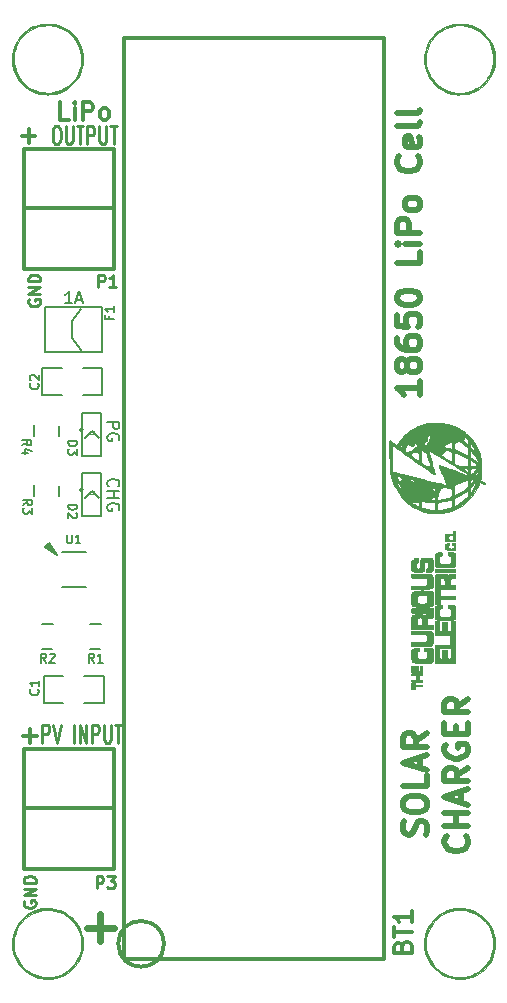
<source format=gbr>
G04 #@! TF.GenerationSoftware,KiCad,Pcbnew,(5.1.0)-1*
G04 #@! TF.CreationDate,2020-11-16T17:57:16+00:00*
G04 #@! TF.ProjectId,SolarCharger2020,536f6c61-7243-4686-9172-676572323032,rev?*
G04 #@! TF.SameCoordinates,PX5d42830PY7b89fa0*
G04 #@! TF.FileFunction,Legend,Top*
G04 #@! TF.FilePolarity,Positive*
%FSLAX46Y46*%
G04 Gerber Fmt 4.6, Leading zero omitted, Abs format (unit mm)*
G04 Created by KiCad (PCBNEW (5.1.0)-1) date 2020-11-16 17:57:16*
%MOMM*%
%LPD*%
G04 APERTURE LIST*
%ADD10C,0.300000*%
%ADD11C,0.500000*%
%ADD12C,0.150000*%
%ADD13C,0.010000*%
%ADD14C,0.200000*%
%ADD15C,0.066040*%
%ADD16C,0.127000*%
%ADD17C,0.304800*%
%ADD18C,0.600000*%
%ADD19C,0.250000*%
%ADD20C,0.254000*%
G04 APERTURE END LIST*
D10*
X23443571Y68536429D02*
X22729285Y68536429D01*
X22729285Y70036429D01*
X23943571Y68536429D02*
X23943571Y69536429D01*
X23943571Y70036429D02*
X23872142Y69965000D01*
X23943571Y69893572D01*
X24015000Y69965000D01*
X23943571Y70036429D01*
X23943571Y69893572D01*
X24657857Y68536429D02*
X24657857Y70036429D01*
X25229285Y70036429D01*
X25372142Y69965000D01*
X25443571Y69893572D01*
X25515000Y69750715D01*
X25515000Y69536429D01*
X25443571Y69393572D01*
X25372142Y69322143D01*
X25229285Y69250715D01*
X24657857Y69250715D01*
X26372142Y68536429D02*
X26229285Y68607858D01*
X26157857Y68679286D01*
X26086428Y68822143D01*
X26086428Y69250715D01*
X26157857Y69393572D01*
X26229285Y69465000D01*
X26372142Y69536429D01*
X26586428Y69536429D01*
X26729285Y69465000D01*
X26800714Y69393572D01*
X26872142Y69250715D01*
X26872142Y68822143D01*
X26800714Y68679286D01*
X26729285Y68607858D01*
X26586428Y68536429D01*
X26372142Y68536429D01*
D11*
X53669523Y8033381D02*
X53764761Y8319096D01*
X53764761Y8795286D01*
X53669523Y8985762D01*
X53574285Y9081000D01*
X53383809Y9176239D01*
X53193333Y9176239D01*
X53002857Y9081000D01*
X52907619Y8985762D01*
X52812380Y8795286D01*
X52717142Y8414334D01*
X52621904Y8223858D01*
X52526666Y8128620D01*
X52336190Y8033381D01*
X52145714Y8033381D01*
X51955238Y8128620D01*
X51860000Y8223858D01*
X51764761Y8414334D01*
X51764761Y8890524D01*
X51860000Y9176239D01*
X51764761Y10414334D02*
X51764761Y10795286D01*
X51860000Y10985762D01*
X52050476Y11176239D01*
X52431428Y11271477D01*
X53098095Y11271477D01*
X53479047Y11176239D01*
X53669523Y10985762D01*
X53764761Y10795286D01*
X53764761Y10414334D01*
X53669523Y10223858D01*
X53479047Y10033381D01*
X53098095Y9938143D01*
X52431428Y9938143D01*
X52050476Y10033381D01*
X51860000Y10223858D01*
X51764761Y10414334D01*
X53764761Y13081000D02*
X53764761Y12128620D01*
X51764761Y12128620D01*
X53193333Y13652429D02*
X53193333Y14604810D01*
X53764761Y13461953D02*
X51764761Y14128620D01*
X53764761Y14795286D01*
X53764761Y16604810D02*
X52812380Y15938143D01*
X53764761Y15461953D02*
X51764761Y15461953D01*
X51764761Y16223858D01*
X51860000Y16414334D01*
X51955238Y16509572D01*
X52145714Y16604810D01*
X52431428Y16604810D01*
X52621904Y16509572D01*
X52717142Y16414334D01*
X52812380Y16223858D01*
X52812380Y15461953D01*
X57074285Y7890524D02*
X57169523Y7795286D01*
X57264761Y7509572D01*
X57264761Y7319096D01*
X57169523Y7033381D01*
X56979047Y6842905D01*
X56788571Y6747667D01*
X56407619Y6652429D01*
X56121904Y6652429D01*
X55740952Y6747667D01*
X55550476Y6842905D01*
X55360000Y7033381D01*
X55264761Y7319096D01*
X55264761Y7509572D01*
X55360000Y7795286D01*
X55455238Y7890524D01*
X57264761Y8747667D02*
X55264761Y8747667D01*
X56217142Y8747667D02*
X56217142Y9890524D01*
X57264761Y9890524D02*
X55264761Y9890524D01*
X56693333Y10747667D02*
X56693333Y11700048D01*
X57264761Y10557191D02*
X55264761Y11223858D01*
X57264761Y11890524D01*
X57264761Y13700048D02*
X56312380Y13033381D01*
X57264761Y12557191D02*
X55264761Y12557191D01*
X55264761Y13319096D01*
X55360000Y13509572D01*
X55455238Y13604810D01*
X55645714Y13700048D01*
X55931428Y13700048D01*
X56121904Y13604810D01*
X56217142Y13509572D01*
X56312380Y13319096D01*
X56312380Y12557191D01*
X55360000Y15604810D02*
X55264761Y15414334D01*
X55264761Y15128620D01*
X55360000Y14842905D01*
X55550476Y14652429D01*
X55740952Y14557191D01*
X56121904Y14461953D01*
X56407619Y14461953D01*
X56788571Y14557191D01*
X56979047Y14652429D01*
X57169523Y14842905D01*
X57264761Y15128620D01*
X57264761Y15319096D01*
X57169523Y15604810D01*
X57074285Y15700048D01*
X56407619Y15700048D01*
X56407619Y15319096D01*
X56217142Y16557191D02*
X56217142Y17223858D01*
X57264761Y17509572D02*
X57264761Y16557191D01*
X55264761Y16557191D01*
X55264761Y17509572D01*
X57264761Y19509572D02*
X56312380Y18842905D01*
X57264761Y18366715D02*
X55264761Y18366715D01*
X55264761Y19128620D01*
X55360000Y19319096D01*
X55455238Y19414334D01*
X55645714Y19509572D01*
X55931428Y19509572D01*
X56121904Y19414334D01*
X56217142Y19319096D01*
X56312380Y19128620D01*
X56312380Y18366715D01*
D10*
X31517571Y-1222000D02*
G75*
G03X31517571Y-1222000I-1938571J0D01*
G01*
X50165000Y-2540000D02*
X28165000Y-2540000D01*
X28165000Y-2540000D02*
X28165000Y75460000D01*
X28165000Y75460000D02*
X50165000Y75460000D01*
X50165000Y75460000D02*
X50165000Y-2540000D01*
X27305000Y55880000D02*
X19685000Y55880000D01*
X19685000Y61087000D02*
X27305000Y61087000D01*
X27305000Y66040000D02*
X19685000Y66040000D01*
X19685000Y55880000D02*
X19685000Y66040000D01*
X27305000Y55880000D02*
X27305000Y66040000D01*
X27305000Y5080000D02*
X19685000Y5080000D01*
X19685000Y10287000D02*
X27305000Y10287000D01*
X27305000Y15240000D02*
X19685000Y15240000D01*
X19685000Y5080000D02*
X19685000Y15240000D01*
X27305000Y5080000D02*
X27305000Y15240000D01*
D12*
X22876000Y28980000D02*
X24876000Y28980000D01*
X22876000Y31980000D02*
X24876000Y31980000D01*
X22426000Y31680000D02*
X21476000Y32430000D01*
X22426000Y31680000D02*
X21676000Y32630000D01*
X21751000Y32705000D02*
X21401000Y32355000D01*
X21401000Y32355000D02*
X22426000Y31680000D01*
X22426000Y31680000D02*
X21751000Y32705000D01*
X22426000Y31680000D02*
X21576000Y32530000D01*
D13*
G36*
X52467000Y20336000D02*
G01*
X52467000Y20426000D01*
X52557000Y20426000D01*
X52557000Y20336000D01*
X52467000Y20336000D01*
X52467000Y20336000D01*
G37*
X52467000Y20336000D02*
X52467000Y20426000D01*
X52557000Y20426000D01*
X52557000Y20336000D01*
X52467000Y20336000D01*
G36*
X52467000Y20426000D02*
G01*
X52467000Y20516000D01*
X52557000Y20516000D01*
X52557000Y20426000D01*
X52467000Y20426000D01*
X52467000Y20426000D01*
G37*
X52467000Y20426000D02*
X52467000Y20516000D01*
X52557000Y20516000D01*
X52557000Y20426000D01*
X52467000Y20426000D01*
G36*
X52467000Y20516000D02*
G01*
X52467000Y20606000D01*
X52557000Y20606000D01*
X52557000Y20516000D01*
X52467000Y20516000D01*
X52467000Y20516000D01*
G37*
X52467000Y20516000D02*
X52467000Y20606000D01*
X52557000Y20606000D01*
X52557000Y20516000D01*
X52467000Y20516000D01*
G36*
X52467000Y20606000D02*
G01*
X52467000Y20696000D01*
X52557000Y20696000D01*
X52557000Y20606000D01*
X52467000Y20606000D01*
X52467000Y20606000D01*
G37*
X52467000Y20606000D02*
X52467000Y20696000D01*
X52557000Y20696000D01*
X52557000Y20606000D01*
X52467000Y20606000D01*
G36*
X52467000Y20696000D02*
G01*
X52467000Y20786000D01*
X52557000Y20786000D01*
X52557000Y20696000D01*
X52467000Y20696000D01*
X52467000Y20696000D01*
G37*
X52467000Y20696000D02*
X52467000Y20786000D01*
X52557000Y20786000D01*
X52557000Y20696000D01*
X52467000Y20696000D01*
G36*
X52467000Y20786000D02*
G01*
X52467000Y20876000D01*
X52557000Y20876000D01*
X52557000Y20786000D01*
X52467000Y20786000D01*
X52467000Y20786000D01*
G37*
X52467000Y20786000D02*
X52467000Y20876000D01*
X52557000Y20876000D01*
X52557000Y20786000D01*
X52467000Y20786000D01*
G36*
X52467000Y21056000D02*
G01*
X52467000Y21146000D01*
X52557000Y21146000D01*
X52557000Y21056000D01*
X52467000Y21056000D01*
X52467000Y21056000D01*
G37*
X52467000Y21056000D02*
X52467000Y21146000D01*
X52557000Y21146000D01*
X52557000Y21056000D01*
X52467000Y21056000D01*
G36*
X52467000Y21506000D02*
G01*
X52467000Y21596000D01*
X52557000Y21596000D01*
X52557000Y21506000D01*
X52467000Y21506000D01*
X52467000Y21506000D01*
G37*
X52467000Y21506000D02*
X52467000Y21596000D01*
X52557000Y21596000D01*
X52557000Y21506000D01*
X52467000Y21506000D01*
G36*
X52467000Y21776000D02*
G01*
X52467000Y21866000D01*
X52557000Y21866000D01*
X52557000Y21776000D01*
X52467000Y21776000D01*
X52467000Y21776000D01*
G37*
X52467000Y21776000D02*
X52467000Y21866000D01*
X52557000Y21866000D01*
X52557000Y21776000D01*
X52467000Y21776000D01*
G36*
X52467000Y21866000D02*
G01*
X52467000Y21956000D01*
X52557000Y21956000D01*
X52557000Y21866000D01*
X52467000Y21866000D01*
X52467000Y21866000D01*
G37*
X52467000Y21866000D02*
X52467000Y21956000D01*
X52557000Y21956000D01*
X52557000Y21866000D01*
X52467000Y21866000D01*
G36*
X52467000Y21956000D02*
G01*
X52467000Y22046000D01*
X52557000Y22046000D01*
X52557000Y21956000D01*
X52467000Y21956000D01*
X52467000Y21956000D01*
G37*
X52467000Y21956000D02*
X52467000Y22046000D01*
X52557000Y22046000D01*
X52557000Y21956000D01*
X52467000Y21956000D01*
G36*
X52467000Y22046000D02*
G01*
X52467000Y22136000D01*
X52557000Y22136000D01*
X52557000Y22046000D01*
X52467000Y22046000D01*
X52467000Y22046000D01*
G37*
X52467000Y22046000D02*
X52467000Y22136000D01*
X52557000Y22136000D01*
X52557000Y22046000D01*
X52467000Y22046000D01*
G36*
X52467000Y22136000D02*
G01*
X52467000Y22226000D01*
X52557000Y22226000D01*
X52557000Y22136000D01*
X52467000Y22136000D01*
X52467000Y22136000D01*
G37*
X52467000Y22136000D02*
X52467000Y22226000D01*
X52557000Y22226000D01*
X52557000Y22136000D01*
X52467000Y22136000D01*
G36*
X52467000Y22226000D02*
G01*
X52467000Y22316000D01*
X52557000Y22316000D01*
X52557000Y22226000D01*
X52467000Y22226000D01*
X52467000Y22226000D01*
G37*
X52467000Y22226000D02*
X52467000Y22316000D01*
X52557000Y22316000D01*
X52557000Y22226000D01*
X52467000Y22226000D01*
G36*
X52467000Y22856000D02*
G01*
X52467000Y22946000D01*
X52557000Y22946000D01*
X52557000Y22856000D01*
X52467000Y22856000D01*
X52467000Y22856000D01*
G37*
X52467000Y22856000D02*
X52467000Y22946000D01*
X52557000Y22946000D01*
X52557000Y22856000D01*
X52467000Y22856000D01*
G36*
X52467000Y22946000D02*
G01*
X52467000Y23036000D01*
X52557000Y23036000D01*
X52557000Y22946000D01*
X52467000Y22946000D01*
X52467000Y22946000D01*
G37*
X52467000Y22946000D02*
X52467000Y23036000D01*
X52557000Y23036000D01*
X52557000Y22946000D01*
X52467000Y22946000D01*
G36*
X52467000Y23036000D02*
G01*
X52467000Y23126000D01*
X52557000Y23126000D01*
X52557000Y23036000D01*
X52467000Y23036000D01*
X52467000Y23036000D01*
G37*
X52467000Y23036000D02*
X52467000Y23126000D01*
X52557000Y23126000D01*
X52557000Y23036000D01*
X52467000Y23036000D01*
G36*
X52467000Y23126000D02*
G01*
X52467000Y23216000D01*
X52557000Y23216000D01*
X52557000Y23126000D01*
X52467000Y23126000D01*
X52467000Y23126000D01*
G37*
X52467000Y23126000D02*
X52467000Y23216000D01*
X52557000Y23216000D01*
X52557000Y23126000D01*
X52467000Y23126000D01*
G36*
X52467000Y23216000D02*
G01*
X52467000Y23306000D01*
X52557000Y23306000D01*
X52557000Y23216000D01*
X52467000Y23216000D01*
X52467000Y23216000D01*
G37*
X52467000Y23216000D02*
X52467000Y23306000D01*
X52557000Y23306000D01*
X52557000Y23216000D01*
X52467000Y23216000D01*
G36*
X52467000Y23306000D02*
G01*
X52467000Y23396000D01*
X52557000Y23396000D01*
X52557000Y23306000D01*
X52467000Y23306000D01*
X52467000Y23306000D01*
G37*
X52467000Y23306000D02*
X52467000Y23396000D01*
X52557000Y23396000D01*
X52557000Y23306000D01*
X52467000Y23306000D01*
G36*
X52467000Y23396000D02*
G01*
X52467000Y23486000D01*
X52557000Y23486000D01*
X52557000Y23396000D01*
X52467000Y23396000D01*
X52467000Y23396000D01*
G37*
X52467000Y23396000D02*
X52467000Y23486000D01*
X52557000Y23486000D01*
X52557000Y23396000D01*
X52467000Y23396000D01*
G36*
X52467000Y23486000D02*
G01*
X52467000Y23576000D01*
X52557000Y23576000D01*
X52557000Y23486000D01*
X52467000Y23486000D01*
X52467000Y23486000D01*
G37*
X52467000Y23486000D02*
X52467000Y23576000D01*
X52557000Y23576000D01*
X52557000Y23486000D01*
X52467000Y23486000D01*
G36*
X52467000Y23576000D02*
G01*
X52467000Y23666000D01*
X52557000Y23666000D01*
X52557000Y23576000D01*
X52467000Y23576000D01*
X52467000Y23576000D01*
G37*
X52467000Y23576000D02*
X52467000Y23666000D01*
X52557000Y23666000D01*
X52557000Y23576000D01*
X52467000Y23576000D01*
G36*
X52467000Y24026000D02*
G01*
X52467000Y24116000D01*
X52557000Y24116000D01*
X52557000Y24026000D01*
X52467000Y24026000D01*
X52467000Y24026000D01*
G37*
X52467000Y24026000D02*
X52467000Y24116000D01*
X52557000Y24116000D01*
X52557000Y24026000D01*
X52467000Y24026000D01*
G36*
X52467000Y24116000D02*
G01*
X52467000Y24206000D01*
X52557000Y24206000D01*
X52557000Y24116000D01*
X52467000Y24116000D01*
X52467000Y24116000D01*
G37*
X52467000Y24116000D02*
X52467000Y24206000D01*
X52557000Y24206000D01*
X52557000Y24116000D01*
X52467000Y24116000D01*
G36*
X52467000Y24206000D02*
G01*
X52467000Y24296000D01*
X52557000Y24296000D01*
X52557000Y24206000D01*
X52467000Y24206000D01*
X52467000Y24206000D01*
G37*
X52467000Y24206000D02*
X52467000Y24296000D01*
X52557000Y24296000D01*
X52557000Y24206000D01*
X52467000Y24206000D01*
G36*
X52467000Y25016000D02*
G01*
X52467000Y25106000D01*
X52557000Y25106000D01*
X52557000Y25016000D01*
X52467000Y25016000D01*
X52467000Y25016000D01*
G37*
X52467000Y25016000D02*
X52467000Y25106000D01*
X52557000Y25106000D01*
X52557000Y25016000D01*
X52467000Y25016000D01*
G36*
X52467000Y25106000D02*
G01*
X52467000Y25196000D01*
X52557000Y25196000D01*
X52557000Y25106000D01*
X52467000Y25106000D01*
X52467000Y25106000D01*
G37*
X52467000Y25106000D02*
X52467000Y25196000D01*
X52557000Y25196000D01*
X52557000Y25106000D01*
X52467000Y25106000D01*
G36*
X52467000Y25196000D02*
G01*
X52467000Y25286000D01*
X52557000Y25286000D01*
X52557000Y25196000D01*
X52467000Y25196000D01*
X52467000Y25196000D01*
G37*
X52467000Y25196000D02*
X52467000Y25286000D01*
X52557000Y25286000D01*
X52557000Y25196000D01*
X52467000Y25196000D01*
G36*
X52467000Y25466000D02*
G01*
X52467000Y25556000D01*
X52557000Y25556000D01*
X52557000Y25466000D01*
X52467000Y25466000D01*
X52467000Y25466000D01*
G37*
X52467000Y25466000D02*
X52467000Y25556000D01*
X52557000Y25556000D01*
X52557000Y25466000D01*
X52467000Y25466000D01*
G36*
X52467000Y25556000D02*
G01*
X52467000Y25646000D01*
X52557000Y25646000D01*
X52557000Y25556000D01*
X52467000Y25556000D01*
X52467000Y25556000D01*
G37*
X52467000Y25556000D02*
X52467000Y25646000D01*
X52557000Y25646000D01*
X52557000Y25556000D01*
X52467000Y25556000D01*
G36*
X52467000Y25646000D02*
G01*
X52467000Y25736000D01*
X52557000Y25736000D01*
X52557000Y25646000D01*
X52467000Y25646000D01*
X52467000Y25646000D01*
G37*
X52467000Y25646000D02*
X52467000Y25736000D01*
X52557000Y25736000D01*
X52557000Y25646000D01*
X52467000Y25646000D01*
G36*
X52467000Y25736000D02*
G01*
X52467000Y25826000D01*
X52557000Y25826000D01*
X52557000Y25736000D01*
X52467000Y25736000D01*
X52467000Y25736000D01*
G37*
X52467000Y25736000D02*
X52467000Y25826000D01*
X52557000Y25826000D01*
X52557000Y25736000D01*
X52467000Y25736000D01*
G36*
X52467000Y25826000D02*
G01*
X52467000Y25916000D01*
X52557000Y25916000D01*
X52557000Y25826000D01*
X52467000Y25826000D01*
X52467000Y25826000D01*
G37*
X52467000Y25826000D02*
X52467000Y25916000D01*
X52557000Y25916000D01*
X52557000Y25826000D01*
X52467000Y25826000D01*
G36*
X52467000Y25916000D02*
G01*
X52467000Y26006000D01*
X52557000Y26006000D01*
X52557000Y25916000D01*
X52467000Y25916000D01*
X52467000Y25916000D01*
G37*
X52467000Y25916000D02*
X52467000Y26006000D01*
X52557000Y26006000D01*
X52557000Y25916000D01*
X52467000Y25916000D01*
G36*
X52467000Y26006000D02*
G01*
X52467000Y26096000D01*
X52557000Y26096000D01*
X52557000Y26006000D01*
X52467000Y26006000D01*
X52467000Y26006000D01*
G37*
X52467000Y26006000D02*
X52467000Y26096000D01*
X52557000Y26096000D01*
X52557000Y26006000D01*
X52467000Y26006000D01*
G36*
X52467000Y26096000D02*
G01*
X52467000Y26186000D01*
X52557000Y26186000D01*
X52557000Y26096000D01*
X52467000Y26096000D01*
X52467000Y26096000D01*
G37*
X52467000Y26096000D02*
X52467000Y26186000D01*
X52557000Y26186000D01*
X52557000Y26096000D01*
X52467000Y26096000D01*
G36*
X52467000Y26186000D02*
G01*
X52467000Y26276000D01*
X52557000Y26276000D01*
X52557000Y26186000D01*
X52467000Y26186000D01*
X52467000Y26186000D01*
G37*
X52467000Y26186000D02*
X52467000Y26276000D01*
X52557000Y26276000D01*
X52557000Y26186000D01*
X52467000Y26186000D01*
G36*
X52467000Y26276000D02*
G01*
X52467000Y26366000D01*
X52557000Y26366000D01*
X52557000Y26276000D01*
X52467000Y26276000D01*
X52467000Y26276000D01*
G37*
X52467000Y26276000D02*
X52467000Y26366000D01*
X52557000Y26366000D01*
X52557000Y26276000D01*
X52467000Y26276000D01*
G36*
X52467000Y26366000D02*
G01*
X52467000Y26456000D01*
X52557000Y26456000D01*
X52557000Y26366000D01*
X52467000Y26366000D01*
X52467000Y26366000D01*
G37*
X52467000Y26366000D02*
X52467000Y26456000D01*
X52557000Y26456000D01*
X52557000Y26366000D01*
X52467000Y26366000D01*
G36*
X52467000Y26906000D02*
G01*
X52467000Y26996000D01*
X52557000Y26996000D01*
X52557000Y26906000D01*
X52467000Y26906000D01*
X52467000Y26906000D01*
G37*
X52467000Y26906000D02*
X52467000Y26996000D01*
X52557000Y26996000D01*
X52557000Y26906000D01*
X52467000Y26906000D01*
G36*
X52467000Y26996000D02*
G01*
X52467000Y27086000D01*
X52557000Y27086000D01*
X52557000Y26996000D01*
X52467000Y26996000D01*
X52467000Y26996000D01*
G37*
X52467000Y26996000D02*
X52467000Y27086000D01*
X52557000Y27086000D01*
X52557000Y26996000D01*
X52467000Y26996000D01*
G36*
X52467000Y27536000D02*
G01*
X52467000Y27626000D01*
X52557000Y27626000D01*
X52557000Y27536000D01*
X52467000Y27536000D01*
X52467000Y27536000D01*
G37*
X52467000Y27536000D02*
X52467000Y27626000D01*
X52557000Y27626000D01*
X52557000Y27536000D01*
X52467000Y27536000D01*
G36*
X52467000Y27626000D02*
G01*
X52467000Y27716000D01*
X52557000Y27716000D01*
X52557000Y27626000D01*
X52467000Y27626000D01*
X52467000Y27626000D01*
G37*
X52467000Y27626000D02*
X52467000Y27716000D01*
X52557000Y27716000D01*
X52557000Y27626000D01*
X52467000Y27626000D01*
G36*
X52467000Y27716000D02*
G01*
X52467000Y27806000D01*
X52557000Y27806000D01*
X52557000Y27716000D01*
X52467000Y27716000D01*
X52467000Y27716000D01*
G37*
X52467000Y27716000D02*
X52467000Y27806000D01*
X52557000Y27806000D01*
X52557000Y27716000D01*
X52467000Y27716000D01*
G36*
X52467000Y27806000D02*
G01*
X52467000Y27896000D01*
X52557000Y27896000D01*
X52557000Y27806000D01*
X52467000Y27806000D01*
X52467000Y27806000D01*
G37*
X52467000Y27806000D02*
X52467000Y27896000D01*
X52557000Y27896000D01*
X52557000Y27806000D01*
X52467000Y27806000D01*
G36*
X52467000Y27896000D02*
G01*
X52467000Y27986000D01*
X52557000Y27986000D01*
X52557000Y27896000D01*
X52467000Y27896000D01*
X52467000Y27896000D01*
G37*
X52467000Y27896000D02*
X52467000Y27986000D01*
X52557000Y27986000D01*
X52557000Y27896000D01*
X52467000Y27896000D01*
G36*
X52467000Y27986000D02*
G01*
X52467000Y28076000D01*
X52557000Y28076000D01*
X52557000Y27986000D01*
X52467000Y27986000D01*
X52467000Y27986000D01*
G37*
X52467000Y27986000D02*
X52467000Y28076000D01*
X52557000Y28076000D01*
X52557000Y27986000D01*
X52467000Y27986000D01*
G36*
X52467000Y28076000D02*
G01*
X52467000Y28166000D01*
X52557000Y28166000D01*
X52557000Y28076000D01*
X52467000Y28076000D01*
X52467000Y28076000D01*
G37*
X52467000Y28076000D02*
X52467000Y28166000D01*
X52557000Y28166000D01*
X52557000Y28076000D01*
X52467000Y28076000D01*
G36*
X52467000Y28166000D02*
G01*
X52467000Y28256000D01*
X52557000Y28256000D01*
X52557000Y28166000D01*
X52467000Y28166000D01*
X52467000Y28166000D01*
G37*
X52467000Y28166000D02*
X52467000Y28256000D01*
X52557000Y28256000D01*
X52557000Y28166000D01*
X52467000Y28166000D01*
G36*
X52467000Y28256000D02*
G01*
X52467000Y28346000D01*
X52557000Y28346000D01*
X52557000Y28256000D01*
X52467000Y28256000D01*
X52467000Y28256000D01*
G37*
X52467000Y28256000D02*
X52467000Y28346000D01*
X52557000Y28346000D01*
X52557000Y28256000D01*
X52467000Y28256000D01*
G36*
X52467000Y28346000D02*
G01*
X52467000Y28436000D01*
X52557000Y28436000D01*
X52557000Y28346000D01*
X52467000Y28346000D01*
X52467000Y28346000D01*
G37*
X52467000Y28346000D02*
X52467000Y28436000D01*
X52557000Y28436000D01*
X52557000Y28346000D01*
X52467000Y28346000D01*
G36*
X52467000Y28796000D02*
G01*
X52467000Y28886000D01*
X52557000Y28886000D01*
X52557000Y28796000D01*
X52467000Y28796000D01*
X52467000Y28796000D01*
G37*
X52467000Y28796000D02*
X52467000Y28886000D01*
X52557000Y28886000D01*
X52557000Y28796000D01*
X52467000Y28796000D01*
G36*
X52467000Y28886000D02*
G01*
X52467000Y28976000D01*
X52557000Y28976000D01*
X52557000Y28886000D01*
X52467000Y28886000D01*
X52467000Y28886000D01*
G37*
X52467000Y28886000D02*
X52467000Y28976000D01*
X52557000Y28976000D01*
X52557000Y28886000D01*
X52467000Y28886000D01*
G36*
X52467000Y28976000D02*
G01*
X52467000Y29066000D01*
X52557000Y29066000D01*
X52557000Y28976000D01*
X52467000Y28976000D01*
X52467000Y28976000D01*
G37*
X52467000Y28976000D02*
X52467000Y29066000D01*
X52557000Y29066000D01*
X52557000Y28976000D01*
X52467000Y28976000D01*
G36*
X52467000Y29876000D02*
G01*
X52467000Y29966000D01*
X52557000Y29966000D01*
X52557000Y29876000D01*
X52467000Y29876000D01*
X52467000Y29876000D01*
G37*
X52467000Y29876000D02*
X52467000Y29966000D01*
X52557000Y29966000D01*
X52557000Y29876000D01*
X52467000Y29876000D01*
G36*
X52467000Y29966000D02*
G01*
X52467000Y30056000D01*
X52557000Y30056000D01*
X52557000Y29966000D01*
X52467000Y29966000D01*
X52467000Y29966000D01*
G37*
X52467000Y29966000D02*
X52467000Y30056000D01*
X52557000Y30056000D01*
X52557000Y29966000D01*
X52467000Y29966000D01*
G36*
X52467000Y30416000D02*
G01*
X52467000Y30506000D01*
X52557000Y30506000D01*
X52557000Y30416000D01*
X52467000Y30416000D01*
X52467000Y30416000D01*
G37*
X52467000Y30416000D02*
X52467000Y30506000D01*
X52557000Y30506000D01*
X52557000Y30416000D01*
X52467000Y30416000D01*
G36*
X52467000Y30506000D02*
G01*
X52467000Y30596000D01*
X52557000Y30596000D01*
X52557000Y30506000D01*
X52467000Y30506000D01*
X52467000Y30506000D01*
G37*
X52467000Y30506000D02*
X52467000Y30596000D01*
X52557000Y30596000D01*
X52557000Y30506000D01*
X52467000Y30506000D01*
G36*
X52467000Y30596000D02*
G01*
X52467000Y30686000D01*
X52557000Y30686000D01*
X52557000Y30596000D01*
X52467000Y30596000D01*
X52467000Y30596000D01*
G37*
X52467000Y30596000D02*
X52467000Y30686000D01*
X52557000Y30686000D01*
X52557000Y30596000D01*
X52467000Y30596000D01*
G36*
X52467000Y30686000D02*
G01*
X52467000Y30776000D01*
X52557000Y30776000D01*
X52557000Y30686000D01*
X52467000Y30686000D01*
X52467000Y30686000D01*
G37*
X52467000Y30686000D02*
X52467000Y30776000D01*
X52557000Y30776000D01*
X52557000Y30686000D01*
X52467000Y30686000D01*
G36*
X52467000Y30776000D02*
G01*
X52467000Y30866000D01*
X52557000Y30866000D01*
X52557000Y30776000D01*
X52467000Y30776000D01*
X52467000Y30776000D01*
G37*
X52467000Y30776000D02*
X52467000Y30866000D01*
X52557000Y30866000D01*
X52557000Y30776000D01*
X52467000Y30776000D01*
G36*
X52467000Y30866000D02*
G01*
X52467000Y30956000D01*
X52557000Y30956000D01*
X52557000Y30866000D01*
X52467000Y30866000D01*
X52467000Y30866000D01*
G37*
X52467000Y30866000D02*
X52467000Y30956000D01*
X52557000Y30956000D01*
X52557000Y30866000D01*
X52467000Y30866000D01*
G36*
X52467000Y30956000D02*
G01*
X52467000Y31046000D01*
X52557000Y31046000D01*
X52557000Y30956000D01*
X52467000Y30956000D01*
X52467000Y30956000D01*
G37*
X52467000Y30956000D02*
X52467000Y31046000D01*
X52557000Y31046000D01*
X52557000Y30956000D01*
X52467000Y30956000D01*
G36*
X52467000Y31046000D02*
G01*
X52467000Y31136000D01*
X52557000Y31136000D01*
X52557000Y31046000D01*
X52467000Y31046000D01*
X52467000Y31046000D01*
G37*
X52467000Y31046000D02*
X52467000Y31136000D01*
X52557000Y31136000D01*
X52557000Y31046000D01*
X52467000Y31046000D01*
G36*
X52467000Y31136000D02*
G01*
X52467000Y31226000D01*
X52557000Y31226000D01*
X52557000Y31136000D01*
X52467000Y31136000D01*
X52467000Y31136000D01*
G37*
X52467000Y31136000D02*
X52467000Y31226000D01*
X52557000Y31226000D01*
X52557000Y31136000D01*
X52467000Y31136000D01*
G36*
X52557000Y20336000D02*
G01*
X52557000Y20426000D01*
X52647000Y20426000D01*
X52647000Y20336000D01*
X52557000Y20336000D01*
X52557000Y20336000D01*
G37*
X52557000Y20336000D02*
X52557000Y20426000D01*
X52647000Y20426000D01*
X52647000Y20336000D01*
X52557000Y20336000D01*
G36*
X52557000Y20426000D02*
G01*
X52557000Y20516000D01*
X52647000Y20516000D01*
X52647000Y20426000D01*
X52557000Y20426000D01*
X52557000Y20426000D01*
G37*
X52557000Y20426000D02*
X52557000Y20516000D01*
X52647000Y20516000D01*
X52647000Y20426000D01*
X52557000Y20426000D01*
G36*
X52557000Y20516000D02*
G01*
X52557000Y20606000D01*
X52647000Y20606000D01*
X52647000Y20516000D01*
X52557000Y20516000D01*
X52557000Y20516000D01*
G37*
X52557000Y20516000D02*
X52557000Y20606000D01*
X52647000Y20606000D01*
X52647000Y20516000D01*
X52557000Y20516000D01*
G36*
X52557000Y20606000D02*
G01*
X52557000Y20696000D01*
X52647000Y20696000D01*
X52647000Y20606000D01*
X52557000Y20606000D01*
X52557000Y20606000D01*
G37*
X52557000Y20606000D02*
X52557000Y20696000D01*
X52647000Y20696000D01*
X52647000Y20606000D01*
X52557000Y20606000D01*
G36*
X52557000Y20696000D02*
G01*
X52557000Y20786000D01*
X52647000Y20786000D01*
X52647000Y20696000D01*
X52557000Y20696000D01*
X52557000Y20696000D01*
G37*
X52557000Y20696000D02*
X52557000Y20786000D01*
X52647000Y20786000D01*
X52647000Y20696000D01*
X52557000Y20696000D01*
G36*
X52557000Y20786000D02*
G01*
X52557000Y20876000D01*
X52647000Y20876000D01*
X52647000Y20786000D01*
X52557000Y20786000D01*
X52557000Y20786000D01*
G37*
X52557000Y20786000D02*
X52557000Y20876000D01*
X52647000Y20876000D01*
X52647000Y20786000D01*
X52557000Y20786000D01*
G36*
X52557000Y20876000D02*
G01*
X52557000Y20966000D01*
X52647000Y20966000D01*
X52647000Y20876000D01*
X52557000Y20876000D01*
X52557000Y20876000D01*
G37*
X52557000Y20876000D02*
X52557000Y20966000D01*
X52647000Y20966000D01*
X52647000Y20876000D01*
X52557000Y20876000D01*
G36*
X52557000Y20966000D02*
G01*
X52557000Y21056000D01*
X52647000Y21056000D01*
X52647000Y20966000D01*
X52557000Y20966000D01*
X52557000Y20966000D01*
G37*
X52557000Y20966000D02*
X52557000Y21056000D01*
X52647000Y21056000D01*
X52647000Y20966000D01*
X52557000Y20966000D01*
G36*
X52557000Y21056000D02*
G01*
X52557000Y21146000D01*
X52647000Y21146000D01*
X52647000Y21056000D01*
X52557000Y21056000D01*
X52557000Y21056000D01*
G37*
X52557000Y21056000D02*
X52557000Y21146000D01*
X52647000Y21146000D01*
X52647000Y21056000D01*
X52557000Y21056000D01*
G36*
X52557000Y21506000D02*
G01*
X52557000Y21596000D01*
X52647000Y21596000D01*
X52647000Y21506000D01*
X52557000Y21506000D01*
X52557000Y21506000D01*
G37*
X52557000Y21506000D02*
X52557000Y21596000D01*
X52647000Y21596000D01*
X52647000Y21506000D01*
X52557000Y21506000D01*
G36*
X52557000Y21596000D02*
G01*
X52557000Y21686000D01*
X52647000Y21686000D01*
X52647000Y21596000D01*
X52557000Y21596000D01*
X52557000Y21596000D01*
G37*
X52557000Y21596000D02*
X52557000Y21686000D01*
X52647000Y21686000D01*
X52647000Y21596000D01*
X52557000Y21596000D01*
G36*
X52557000Y21776000D02*
G01*
X52557000Y21866000D01*
X52647000Y21866000D01*
X52647000Y21776000D01*
X52557000Y21776000D01*
X52557000Y21776000D01*
G37*
X52557000Y21776000D02*
X52557000Y21866000D01*
X52647000Y21866000D01*
X52647000Y21776000D01*
X52557000Y21776000D01*
G36*
X52557000Y21866000D02*
G01*
X52557000Y21956000D01*
X52647000Y21956000D01*
X52647000Y21866000D01*
X52557000Y21866000D01*
X52557000Y21866000D01*
G37*
X52557000Y21866000D02*
X52557000Y21956000D01*
X52647000Y21956000D01*
X52647000Y21866000D01*
X52557000Y21866000D01*
G36*
X52557000Y21956000D02*
G01*
X52557000Y22046000D01*
X52647000Y22046000D01*
X52647000Y21956000D01*
X52557000Y21956000D01*
X52557000Y21956000D01*
G37*
X52557000Y21956000D02*
X52557000Y22046000D01*
X52647000Y22046000D01*
X52647000Y21956000D01*
X52557000Y21956000D01*
G36*
X52557000Y22046000D02*
G01*
X52557000Y22136000D01*
X52647000Y22136000D01*
X52647000Y22046000D01*
X52557000Y22046000D01*
X52557000Y22046000D01*
G37*
X52557000Y22046000D02*
X52557000Y22136000D01*
X52647000Y22136000D01*
X52647000Y22046000D01*
X52557000Y22046000D01*
G36*
X52557000Y22136000D02*
G01*
X52557000Y22226000D01*
X52647000Y22226000D01*
X52647000Y22136000D01*
X52557000Y22136000D01*
X52557000Y22136000D01*
G37*
X52557000Y22136000D02*
X52557000Y22226000D01*
X52647000Y22226000D01*
X52647000Y22136000D01*
X52557000Y22136000D01*
G36*
X52557000Y22226000D02*
G01*
X52557000Y22316000D01*
X52647000Y22316000D01*
X52647000Y22226000D01*
X52557000Y22226000D01*
X52557000Y22226000D01*
G37*
X52557000Y22226000D02*
X52557000Y22316000D01*
X52647000Y22316000D01*
X52647000Y22226000D01*
X52557000Y22226000D01*
G36*
X52557000Y22676000D02*
G01*
X52557000Y22766000D01*
X52647000Y22766000D01*
X52647000Y22676000D01*
X52557000Y22676000D01*
X52557000Y22676000D01*
G37*
X52557000Y22676000D02*
X52557000Y22766000D01*
X52647000Y22766000D01*
X52647000Y22676000D01*
X52557000Y22676000D01*
G36*
X52557000Y22766000D02*
G01*
X52557000Y22856000D01*
X52647000Y22856000D01*
X52647000Y22766000D01*
X52557000Y22766000D01*
X52557000Y22766000D01*
G37*
X52557000Y22766000D02*
X52557000Y22856000D01*
X52647000Y22856000D01*
X52647000Y22766000D01*
X52557000Y22766000D01*
G36*
X52557000Y22856000D02*
G01*
X52557000Y22946000D01*
X52647000Y22946000D01*
X52647000Y22856000D01*
X52557000Y22856000D01*
X52557000Y22856000D01*
G37*
X52557000Y22856000D02*
X52557000Y22946000D01*
X52647000Y22946000D01*
X52647000Y22856000D01*
X52557000Y22856000D01*
G36*
X52557000Y22946000D02*
G01*
X52557000Y23036000D01*
X52647000Y23036000D01*
X52647000Y22946000D01*
X52557000Y22946000D01*
X52557000Y22946000D01*
G37*
X52557000Y22946000D02*
X52557000Y23036000D01*
X52647000Y23036000D01*
X52647000Y22946000D01*
X52557000Y22946000D01*
G36*
X52557000Y23036000D02*
G01*
X52557000Y23126000D01*
X52647000Y23126000D01*
X52647000Y23036000D01*
X52557000Y23036000D01*
X52557000Y23036000D01*
G37*
X52557000Y23036000D02*
X52557000Y23126000D01*
X52647000Y23126000D01*
X52647000Y23036000D01*
X52557000Y23036000D01*
G36*
X52557000Y23126000D02*
G01*
X52557000Y23216000D01*
X52647000Y23216000D01*
X52647000Y23126000D01*
X52557000Y23126000D01*
X52557000Y23126000D01*
G37*
X52557000Y23126000D02*
X52557000Y23216000D01*
X52647000Y23216000D01*
X52647000Y23126000D01*
X52557000Y23126000D01*
G36*
X52557000Y23216000D02*
G01*
X52557000Y23306000D01*
X52647000Y23306000D01*
X52647000Y23216000D01*
X52557000Y23216000D01*
X52557000Y23216000D01*
G37*
X52557000Y23216000D02*
X52557000Y23306000D01*
X52647000Y23306000D01*
X52647000Y23216000D01*
X52557000Y23216000D01*
G36*
X52557000Y23306000D02*
G01*
X52557000Y23396000D01*
X52647000Y23396000D01*
X52647000Y23306000D01*
X52557000Y23306000D01*
X52557000Y23306000D01*
G37*
X52557000Y23306000D02*
X52557000Y23396000D01*
X52647000Y23396000D01*
X52647000Y23306000D01*
X52557000Y23306000D01*
G36*
X52557000Y23396000D02*
G01*
X52557000Y23486000D01*
X52647000Y23486000D01*
X52647000Y23396000D01*
X52557000Y23396000D01*
X52557000Y23396000D01*
G37*
X52557000Y23396000D02*
X52557000Y23486000D01*
X52647000Y23486000D01*
X52647000Y23396000D01*
X52557000Y23396000D01*
G36*
X52557000Y23486000D02*
G01*
X52557000Y23576000D01*
X52647000Y23576000D01*
X52647000Y23486000D01*
X52557000Y23486000D01*
X52557000Y23486000D01*
G37*
X52557000Y23486000D02*
X52557000Y23576000D01*
X52647000Y23576000D01*
X52647000Y23486000D01*
X52557000Y23486000D01*
G36*
X52557000Y23576000D02*
G01*
X52557000Y23666000D01*
X52647000Y23666000D01*
X52647000Y23576000D01*
X52557000Y23576000D01*
X52557000Y23576000D01*
G37*
X52557000Y23576000D02*
X52557000Y23666000D01*
X52647000Y23666000D01*
X52647000Y23576000D01*
X52557000Y23576000D01*
G36*
X52557000Y23666000D02*
G01*
X52557000Y23756000D01*
X52647000Y23756000D01*
X52647000Y23666000D01*
X52557000Y23666000D01*
X52557000Y23666000D01*
G37*
X52557000Y23666000D02*
X52557000Y23756000D01*
X52647000Y23756000D01*
X52647000Y23666000D01*
X52557000Y23666000D01*
G36*
X52557000Y24026000D02*
G01*
X52557000Y24116000D01*
X52647000Y24116000D01*
X52647000Y24026000D01*
X52557000Y24026000D01*
X52557000Y24026000D01*
G37*
X52557000Y24026000D02*
X52557000Y24116000D01*
X52647000Y24116000D01*
X52647000Y24026000D01*
X52557000Y24026000D01*
G36*
X52557000Y24116000D02*
G01*
X52557000Y24206000D01*
X52647000Y24206000D01*
X52647000Y24116000D01*
X52557000Y24116000D01*
X52557000Y24116000D01*
G37*
X52557000Y24116000D02*
X52557000Y24206000D01*
X52647000Y24206000D01*
X52647000Y24116000D01*
X52557000Y24116000D01*
G36*
X52557000Y24206000D02*
G01*
X52557000Y24296000D01*
X52647000Y24296000D01*
X52647000Y24206000D01*
X52557000Y24206000D01*
X52557000Y24206000D01*
G37*
X52557000Y24206000D02*
X52557000Y24296000D01*
X52647000Y24296000D01*
X52647000Y24206000D01*
X52557000Y24206000D01*
G36*
X52557000Y25016000D02*
G01*
X52557000Y25106000D01*
X52647000Y25106000D01*
X52647000Y25016000D01*
X52557000Y25016000D01*
X52557000Y25016000D01*
G37*
X52557000Y25016000D02*
X52557000Y25106000D01*
X52647000Y25106000D01*
X52647000Y25016000D01*
X52557000Y25016000D01*
G36*
X52557000Y25106000D02*
G01*
X52557000Y25196000D01*
X52647000Y25196000D01*
X52647000Y25106000D01*
X52557000Y25106000D01*
X52557000Y25106000D01*
G37*
X52557000Y25106000D02*
X52557000Y25196000D01*
X52647000Y25196000D01*
X52647000Y25106000D01*
X52557000Y25106000D01*
G36*
X52557000Y25196000D02*
G01*
X52557000Y25286000D01*
X52647000Y25286000D01*
X52647000Y25196000D01*
X52557000Y25196000D01*
X52557000Y25196000D01*
G37*
X52557000Y25196000D02*
X52557000Y25286000D01*
X52647000Y25286000D01*
X52647000Y25196000D01*
X52557000Y25196000D01*
G36*
X52557000Y25466000D02*
G01*
X52557000Y25556000D01*
X52647000Y25556000D01*
X52647000Y25466000D01*
X52557000Y25466000D01*
X52557000Y25466000D01*
G37*
X52557000Y25466000D02*
X52557000Y25556000D01*
X52647000Y25556000D01*
X52647000Y25466000D01*
X52557000Y25466000D01*
G36*
X52557000Y25556000D02*
G01*
X52557000Y25646000D01*
X52647000Y25646000D01*
X52647000Y25556000D01*
X52557000Y25556000D01*
X52557000Y25556000D01*
G37*
X52557000Y25556000D02*
X52557000Y25646000D01*
X52647000Y25646000D01*
X52647000Y25556000D01*
X52557000Y25556000D01*
G36*
X52557000Y25646000D02*
G01*
X52557000Y25736000D01*
X52647000Y25736000D01*
X52647000Y25646000D01*
X52557000Y25646000D01*
X52557000Y25646000D01*
G37*
X52557000Y25646000D02*
X52557000Y25736000D01*
X52647000Y25736000D01*
X52647000Y25646000D01*
X52557000Y25646000D01*
G36*
X52557000Y25736000D02*
G01*
X52557000Y25826000D01*
X52647000Y25826000D01*
X52647000Y25736000D01*
X52557000Y25736000D01*
X52557000Y25736000D01*
G37*
X52557000Y25736000D02*
X52557000Y25826000D01*
X52647000Y25826000D01*
X52647000Y25736000D01*
X52557000Y25736000D01*
G36*
X52557000Y25826000D02*
G01*
X52557000Y25916000D01*
X52647000Y25916000D01*
X52647000Y25826000D01*
X52557000Y25826000D01*
X52557000Y25826000D01*
G37*
X52557000Y25826000D02*
X52557000Y25916000D01*
X52647000Y25916000D01*
X52647000Y25826000D01*
X52557000Y25826000D01*
G36*
X52557000Y25916000D02*
G01*
X52557000Y26006000D01*
X52647000Y26006000D01*
X52647000Y25916000D01*
X52557000Y25916000D01*
X52557000Y25916000D01*
G37*
X52557000Y25916000D02*
X52557000Y26006000D01*
X52647000Y26006000D01*
X52647000Y25916000D01*
X52557000Y25916000D01*
G36*
X52557000Y26006000D02*
G01*
X52557000Y26096000D01*
X52647000Y26096000D01*
X52647000Y26006000D01*
X52557000Y26006000D01*
X52557000Y26006000D01*
G37*
X52557000Y26006000D02*
X52557000Y26096000D01*
X52647000Y26096000D01*
X52647000Y26006000D01*
X52557000Y26006000D01*
G36*
X52557000Y26096000D02*
G01*
X52557000Y26186000D01*
X52647000Y26186000D01*
X52647000Y26096000D01*
X52557000Y26096000D01*
X52557000Y26096000D01*
G37*
X52557000Y26096000D02*
X52557000Y26186000D01*
X52647000Y26186000D01*
X52647000Y26096000D01*
X52557000Y26096000D01*
G36*
X52557000Y26186000D02*
G01*
X52557000Y26276000D01*
X52647000Y26276000D01*
X52647000Y26186000D01*
X52557000Y26186000D01*
X52557000Y26186000D01*
G37*
X52557000Y26186000D02*
X52557000Y26276000D01*
X52647000Y26276000D01*
X52647000Y26186000D01*
X52557000Y26186000D01*
G36*
X52557000Y26276000D02*
G01*
X52557000Y26366000D01*
X52647000Y26366000D01*
X52647000Y26276000D01*
X52557000Y26276000D01*
X52557000Y26276000D01*
G37*
X52557000Y26276000D02*
X52557000Y26366000D01*
X52647000Y26366000D01*
X52647000Y26276000D01*
X52557000Y26276000D01*
G36*
X52557000Y26366000D02*
G01*
X52557000Y26456000D01*
X52647000Y26456000D01*
X52647000Y26366000D01*
X52557000Y26366000D01*
X52557000Y26366000D01*
G37*
X52557000Y26366000D02*
X52557000Y26456000D01*
X52647000Y26456000D01*
X52647000Y26366000D01*
X52557000Y26366000D01*
G36*
X52557000Y26456000D02*
G01*
X52557000Y26546000D01*
X52647000Y26546000D01*
X52647000Y26456000D01*
X52557000Y26456000D01*
X52557000Y26456000D01*
G37*
X52557000Y26456000D02*
X52557000Y26546000D01*
X52647000Y26546000D01*
X52647000Y26456000D01*
X52557000Y26456000D01*
G36*
X52557000Y26546000D02*
G01*
X52557000Y26636000D01*
X52647000Y26636000D01*
X52647000Y26546000D01*
X52557000Y26546000D01*
X52557000Y26546000D01*
G37*
X52557000Y26546000D02*
X52557000Y26636000D01*
X52647000Y26636000D01*
X52647000Y26546000D01*
X52557000Y26546000D01*
G36*
X52557000Y26816000D02*
G01*
X52557000Y26906000D01*
X52647000Y26906000D01*
X52647000Y26816000D01*
X52557000Y26816000D01*
X52557000Y26816000D01*
G37*
X52557000Y26816000D02*
X52557000Y26906000D01*
X52647000Y26906000D01*
X52647000Y26816000D01*
X52557000Y26816000D01*
G36*
X52557000Y26906000D02*
G01*
X52557000Y26996000D01*
X52647000Y26996000D01*
X52647000Y26906000D01*
X52557000Y26906000D01*
X52557000Y26906000D01*
G37*
X52557000Y26906000D02*
X52557000Y26996000D01*
X52647000Y26996000D01*
X52647000Y26906000D01*
X52557000Y26906000D01*
G36*
X52557000Y26996000D02*
G01*
X52557000Y27086000D01*
X52647000Y27086000D01*
X52647000Y26996000D01*
X52557000Y26996000D01*
X52557000Y26996000D01*
G37*
X52557000Y26996000D02*
X52557000Y27086000D01*
X52647000Y27086000D01*
X52647000Y26996000D01*
X52557000Y26996000D01*
G36*
X52557000Y27086000D02*
G01*
X52557000Y27176000D01*
X52647000Y27176000D01*
X52647000Y27086000D01*
X52557000Y27086000D01*
X52557000Y27086000D01*
G37*
X52557000Y27086000D02*
X52557000Y27176000D01*
X52647000Y27176000D01*
X52647000Y27086000D01*
X52557000Y27086000D01*
G36*
X52557000Y27356000D02*
G01*
X52557000Y27446000D01*
X52647000Y27446000D01*
X52647000Y27356000D01*
X52557000Y27356000D01*
X52557000Y27356000D01*
G37*
X52557000Y27356000D02*
X52557000Y27446000D01*
X52647000Y27446000D01*
X52647000Y27356000D01*
X52557000Y27356000D01*
G36*
X52557000Y27446000D02*
G01*
X52557000Y27536000D01*
X52647000Y27536000D01*
X52647000Y27446000D01*
X52557000Y27446000D01*
X52557000Y27446000D01*
G37*
X52557000Y27446000D02*
X52557000Y27536000D01*
X52647000Y27536000D01*
X52647000Y27446000D01*
X52557000Y27446000D01*
G36*
X52557000Y27536000D02*
G01*
X52557000Y27626000D01*
X52647000Y27626000D01*
X52647000Y27536000D01*
X52557000Y27536000D01*
X52557000Y27536000D01*
G37*
X52557000Y27536000D02*
X52557000Y27626000D01*
X52647000Y27626000D01*
X52647000Y27536000D01*
X52557000Y27536000D01*
G36*
X52557000Y27626000D02*
G01*
X52557000Y27716000D01*
X52647000Y27716000D01*
X52647000Y27626000D01*
X52557000Y27626000D01*
X52557000Y27626000D01*
G37*
X52557000Y27626000D02*
X52557000Y27716000D01*
X52647000Y27716000D01*
X52647000Y27626000D01*
X52557000Y27626000D01*
G36*
X52557000Y27716000D02*
G01*
X52557000Y27806000D01*
X52647000Y27806000D01*
X52647000Y27716000D01*
X52557000Y27716000D01*
X52557000Y27716000D01*
G37*
X52557000Y27716000D02*
X52557000Y27806000D01*
X52647000Y27806000D01*
X52647000Y27716000D01*
X52557000Y27716000D01*
G36*
X52557000Y27806000D02*
G01*
X52557000Y27896000D01*
X52647000Y27896000D01*
X52647000Y27806000D01*
X52557000Y27806000D01*
X52557000Y27806000D01*
G37*
X52557000Y27806000D02*
X52557000Y27896000D01*
X52647000Y27896000D01*
X52647000Y27806000D01*
X52557000Y27806000D01*
G36*
X52557000Y27896000D02*
G01*
X52557000Y27986000D01*
X52647000Y27986000D01*
X52647000Y27896000D01*
X52557000Y27896000D01*
X52557000Y27896000D01*
G37*
X52557000Y27896000D02*
X52557000Y27986000D01*
X52647000Y27986000D01*
X52647000Y27896000D01*
X52557000Y27896000D01*
G36*
X52557000Y27986000D02*
G01*
X52557000Y28076000D01*
X52647000Y28076000D01*
X52647000Y27986000D01*
X52557000Y27986000D01*
X52557000Y27986000D01*
G37*
X52557000Y27986000D02*
X52557000Y28076000D01*
X52647000Y28076000D01*
X52647000Y27986000D01*
X52557000Y27986000D01*
G36*
X52557000Y28076000D02*
G01*
X52557000Y28166000D01*
X52647000Y28166000D01*
X52647000Y28076000D01*
X52557000Y28076000D01*
X52557000Y28076000D01*
G37*
X52557000Y28076000D02*
X52557000Y28166000D01*
X52647000Y28166000D01*
X52647000Y28076000D01*
X52557000Y28076000D01*
G36*
X52557000Y28166000D02*
G01*
X52557000Y28256000D01*
X52647000Y28256000D01*
X52647000Y28166000D01*
X52557000Y28166000D01*
X52557000Y28166000D01*
G37*
X52557000Y28166000D02*
X52557000Y28256000D01*
X52647000Y28256000D01*
X52647000Y28166000D01*
X52557000Y28166000D01*
G36*
X52557000Y28256000D02*
G01*
X52557000Y28346000D01*
X52647000Y28346000D01*
X52647000Y28256000D01*
X52557000Y28256000D01*
X52557000Y28256000D01*
G37*
X52557000Y28256000D02*
X52557000Y28346000D01*
X52647000Y28346000D01*
X52647000Y28256000D01*
X52557000Y28256000D01*
G36*
X52557000Y28346000D02*
G01*
X52557000Y28436000D01*
X52647000Y28436000D01*
X52647000Y28346000D01*
X52557000Y28346000D01*
X52557000Y28346000D01*
G37*
X52557000Y28346000D02*
X52557000Y28436000D01*
X52647000Y28436000D01*
X52647000Y28346000D01*
X52557000Y28346000D01*
G36*
X52557000Y28436000D02*
G01*
X52557000Y28526000D01*
X52647000Y28526000D01*
X52647000Y28436000D01*
X52557000Y28436000D01*
X52557000Y28436000D01*
G37*
X52557000Y28436000D02*
X52557000Y28526000D01*
X52647000Y28526000D01*
X52647000Y28436000D01*
X52557000Y28436000D01*
G36*
X52557000Y28796000D02*
G01*
X52557000Y28886000D01*
X52647000Y28886000D01*
X52647000Y28796000D01*
X52557000Y28796000D01*
X52557000Y28796000D01*
G37*
X52557000Y28796000D02*
X52557000Y28886000D01*
X52647000Y28886000D01*
X52647000Y28796000D01*
X52557000Y28796000D01*
G36*
X52557000Y28886000D02*
G01*
X52557000Y28976000D01*
X52647000Y28976000D01*
X52647000Y28886000D01*
X52557000Y28886000D01*
X52557000Y28886000D01*
G37*
X52557000Y28886000D02*
X52557000Y28976000D01*
X52647000Y28976000D01*
X52647000Y28886000D01*
X52557000Y28886000D01*
G36*
X52557000Y28976000D02*
G01*
X52557000Y29066000D01*
X52647000Y29066000D01*
X52647000Y28976000D01*
X52557000Y28976000D01*
X52557000Y28976000D01*
G37*
X52557000Y28976000D02*
X52557000Y29066000D01*
X52647000Y29066000D01*
X52647000Y28976000D01*
X52557000Y28976000D01*
G36*
X52557000Y29786000D02*
G01*
X52557000Y29876000D01*
X52647000Y29876000D01*
X52647000Y29786000D01*
X52557000Y29786000D01*
X52557000Y29786000D01*
G37*
X52557000Y29786000D02*
X52557000Y29876000D01*
X52647000Y29876000D01*
X52647000Y29786000D01*
X52557000Y29786000D01*
G36*
X52557000Y29876000D02*
G01*
X52557000Y29966000D01*
X52647000Y29966000D01*
X52647000Y29876000D01*
X52557000Y29876000D01*
X52557000Y29876000D01*
G37*
X52557000Y29876000D02*
X52557000Y29966000D01*
X52647000Y29966000D01*
X52647000Y29876000D01*
X52557000Y29876000D01*
G36*
X52557000Y29966000D02*
G01*
X52557000Y30056000D01*
X52647000Y30056000D01*
X52647000Y29966000D01*
X52557000Y29966000D01*
X52557000Y29966000D01*
G37*
X52557000Y29966000D02*
X52557000Y30056000D01*
X52647000Y30056000D01*
X52647000Y29966000D01*
X52557000Y29966000D01*
G36*
X52557000Y30326000D02*
G01*
X52557000Y30416000D01*
X52647000Y30416000D01*
X52647000Y30326000D01*
X52557000Y30326000D01*
X52557000Y30326000D01*
G37*
X52557000Y30326000D02*
X52557000Y30416000D01*
X52647000Y30416000D01*
X52647000Y30326000D01*
X52557000Y30326000D01*
G36*
X52557000Y30416000D02*
G01*
X52557000Y30506000D01*
X52647000Y30506000D01*
X52647000Y30416000D01*
X52557000Y30416000D01*
X52557000Y30416000D01*
G37*
X52557000Y30416000D02*
X52557000Y30506000D01*
X52647000Y30506000D01*
X52647000Y30416000D01*
X52557000Y30416000D01*
G36*
X52557000Y30506000D02*
G01*
X52557000Y30596000D01*
X52647000Y30596000D01*
X52647000Y30506000D01*
X52557000Y30506000D01*
X52557000Y30506000D01*
G37*
X52557000Y30506000D02*
X52557000Y30596000D01*
X52647000Y30596000D01*
X52647000Y30506000D01*
X52557000Y30506000D01*
G36*
X52557000Y30596000D02*
G01*
X52557000Y30686000D01*
X52647000Y30686000D01*
X52647000Y30596000D01*
X52557000Y30596000D01*
X52557000Y30596000D01*
G37*
X52557000Y30596000D02*
X52557000Y30686000D01*
X52647000Y30686000D01*
X52647000Y30596000D01*
X52557000Y30596000D01*
G36*
X52557000Y30686000D02*
G01*
X52557000Y30776000D01*
X52647000Y30776000D01*
X52647000Y30686000D01*
X52557000Y30686000D01*
X52557000Y30686000D01*
G37*
X52557000Y30686000D02*
X52557000Y30776000D01*
X52647000Y30776000D01*
X52647000Y30686000D01*
X52557000Y30686000D01*
G36*
X52557000Y30776000D02*
G01*
X52557000Y30866000D01*
X52647000Y30866000D01*
X52647000Y30776000D01*
X52557000Y30776000D01*
X52557000Y30776000D01*
G37*
X52557000Y30776000D02*
X52557000Y30866000D01*
X52647000Y30866000D01*
X52647000Y30776000D01*
X52557000Y30776000D01*
G36*
X52557000Y30866000D02*
G01*
X52557000Y30956000D01*
X52647000Y30956000D01*
X52647000Y30866000D01*
X52557000Y30866000D01*
X52557000Y30866000D01*
G37*
X52557000Y30866000D02*
X52557000Y30956000D01*
X52647000Y30956000D01*
X52647000Y30866000D01*
X52557000Y30866000D01*
G36*
X52557000Y30956000D02*
G01*
X52557000Y31046000D01*
X52647000Y31046000D01*
X52647000Y30956000D01*
X52557000Y30956000D01*
X52557000Y30956000D01*
G37*
X52557000Y30956000D02*
X52557000Y31046000D01*
X52647000Y31046000D01*
X52647000Y30956000D01*
X52557000Y30956000D01*
G36*
X52557000Y31046000D02*
G01*
X52557000Y31136000D01*
X52647000Y31136000D01*
X52647000Y31046000D01*
X52557000Y31046000D01*
X52557000Y31046000D01*
G37*
X52557000Y31046000D02*
X52557000Y31136000D01*
X52647000Y31136000D01*
X52647000Y31046000D01*
X52557000Y31046000D01*
G36*
X52557000Y31136000D02*
G01*
X52557000Y31226000D01*
X52647000Y31226000D01*
X52647000Y31136000D01*
X52557000Y31136000D01*
X52557000Y31136000D01*
G37*
X52557000Y31136000D02*
X52557000Y31226000D01*
X52647000Y31226000D01*
X52647000Y31136000D01*
X52557000Y31136000D01*
G36*
X52557000Y31226000D02*
G01*
X52557000Y31316000D01*
X52647000Y31316000D01*
X52647000Y31226000D01*
X52557000Y31226000D01*
X52557000Y31226000D01*
G37*
X52557000Y31226000D02*
X52557000Y31316000D01*
X52647000Y31316000D01*
X52647000Y31226000D01*
X52557000Y31226000D01*
G36*
X52647000Y20336000D02*
G01*
X52647000Y20426000D01*
X52737000Y20426000D01*
X52737000Y20336000D01*
X52647000Y20336000D01*
X52647000Y20336000D01*
G37*
X52647000Y20336000D02*
X52647000Y20426000D01*
X52737000Y20426000D01*
X52737000Y20336000D01*
X52647000Y20336000D01*
G36*
X52647000Y20426000D02*
G01*
X52647000Y20516000D01*
X52737000Y20516000D01*
X52737000Y20426000D01*
X52647000Y20426000D01*
X52647000Y20426000D01*
G37*
X52647000Y20426000D02*
X52647000Y20516000D01*
X52737000Y20516000D01*
X52737000Y20426000D01*
X52647000Y20426000D01*
G36*
X52647000Y20516000D02*
G01*
X52647000Y20606000D01*
X52737000Y20606000D01*
X52737000Y20516000D01*
X52647000Y20516000D01*
X52647000Y20516000D01*
G37*
X52647000Y20516000D02*
X52647000Y20606000D01*
X52737000Y20606000D01*
X52737000Y20516000D01*
X52647000Y20516000D01*
G36*
X52647000Y20606000D02*
G01*
X52647000Y20696000D01*
X52737000Y20696000D01*
X52737000Y20606000D01*
X52647000Y20606000D01*
X52647000Y20606000D01*
G37*
X52647000Y20606000D02*
X52647000Y20696000D01*
X52737000Y20696000D01*
X52737000Y20606000D01*
X52647000Y20606000D01*
G36*
X52647000Y20696000D02*
G01*
X52647000Y20786000D01*
X52737000Y20786000D01*
X52737000Y20696000D01*
X52647000Y20696000D01*
X52647000Y20696000D01*
G37*
X52647000Y20696000D02*
X52647000Y20786000D01*
X52737000Y20786000D01*
X52737000Y20696000D01*
X52647000Y20696000D01*
G36*
X52647000Y20786000D02*
G01*
X52647000Y20876000D01*
X52737000Y20876000D01*
X52737000Y20786000D01*
X52647000Y20786000D01*
X52647000Y20786000D01*
G37*
X52647000Y20786000D02*
X52647000Y20876000D01*
X52737000Y20876000D01*
X52737000Y20786000D01*
X52647000Y20786000D01*
G36*
X52647000Y20876000D02*
G01*
X52647000Y20966000D01*
X52737000Y20966000D01*
X52737000Y20876000D01*
X52647000Y20876000D01*
X52647000Y20876000D01*
G37*
X52647000Y20876000D02*
X52647000Y20966000D01*
X52737000Y20966000D01*
X52737000Y20876000D01*
X52647000Y20876000D01*
G36*
X52647000Y20966000D02*
G01*
X52647000Y21056000D01*
X52737000Y21056000D01*
X52737000Y20966000D01*
X52647000Y20966000D01*
X52647000Y20966000D01*
G37*
X52647000Y20966000D02*
X52647000Y21056000D01*
X52737000Y21056000D01*
X52737000Y20966000D01*
X52647000Y20966000D01*
G36*
X52647000Y21056000D02*
G01*
X52647000Y21146000D01*
X52737000Y21146000D01*
X52737000Y21056000D01*
X52647000Y21056000D01*
X52647000Y21056000D01*
G37*
X52647000Y21056000D02*
X52647000Y21146000D01*
X52737000Y21146000D01*
X52737000Y21056000D01*
X52647000Y21056000D01*
G36*
X52647000Y21506000D02*
G01*
X52647000Y21596000D01*
X52737000Y21596000D01*
X52737000Y21506000D01*
X52647000Y21506000D01*
X52647000Y21506000D01*
G37*
X52647000Y21506000D02*
X52647000Y21596000D01*
X52737000Y21596000D01*
X52737000Y21506000D01*
X52647000Y21506000D01*
G36*
X52647000Y21596000D02*
G01*
X52647000Y21686000D01*
X52737000Y21686000D01*
X52737000Y21596000D01*
X52647000Y21596000D01*
X52647000Y21596000D01*
G37*
X52647000Y21596000D02*
X52647000Y21686000D01*
X52737000Y21686000D01*
X52737000Y21596000D01*
X52647000Y21596000D01*
G36*
X52647000Y21776000D02*
G01*
X52647000Y21866000D01*
X52737000Y21866000D01*
X52737000Y21776000D01*
X52647000Y21776000D01*
X52647000Y21776000D01*
G37*
X52647000Y21776000D02*
X52647000Y21866000D01*
X52737000Y21866000D01*
X52737000Y21776000D01*
X52647000Y21776000D01*
G36*
X52647000Y21866000D02*
G01*
X52647000Y21956000D01*
X52737000Y21956000D01*
X52737000Y21866000D01*
X52647000Y21866000D01*
X52647000Y21866000D01*
G37*
X52647000Y21866000D02*
X52647000Y21956000D01*
X52737000Y21956000D01*
X52737000Y21866000D01*
X52647000Y21866000D01*
G36*
X52647000Y21956000D02*
G01*
X52647000Y22046000D01*
X52737000Y22046000D01*
X52737000Y21956000D01*
X52647000Y21956000D01*
X52647000Y21956000D01*
G37*
X52647000Y21956000D02*
X52647000Y22046000D01*
X52737000Y22046000D01*
X52737000Y21956000D01*
X52647000Y21956000D01*
G36*
X52647000Y22046000D02*
G01*
X52647000Y22136000D01*
X52737000Y22136000D01*
X52737000Y22046000D01*
X52647000Y22046000D01*
X52647000Y22046000D01*
G37*
X52647000Y22046000D02*
X52647000Y22136000D01*
X52737000Y22136000D01*
X52737000Y22046000D01*
X52647000Y22046000D01*
G36*
X52647000Y22136000D02*
G01*
X52647000Y22226000D01*
X52737000Y22226000D01*
X52737000Y22136000D01*
X52647000Y22136000D01*
X52647000Y22136000D01*
G37*
X52647000Y22136000D02*
X52647000Y22226000D01*
X52737000Y22226000D01*
X52737000Y22136000D01*
X52647000Y22136000D01*
G36*
X52647000Y22226000D02*
G01*
X52647000Y22316000D01*
X52737000Y22316000D01*
X52737000Y22226000D01*
X52647000Y22226000D01*
X52647000Y22226000D01*
G37*
X52647000Y22226000D02*
X52647000Y22316000D01*
X52737000Y22316000D01*
X52737000Y22226000D01*
X52647000Y22226000D01*
G36*
X52647000Y22676000D02*
G01*
X52647000Y22766000D01*
X52737000Y22766000D01*
X52737000Y22676000D01*
X52647000Y22676000D01*
X52647000Y22676000D01*
G37*
X52647000Y22676000D02*
X52647000Y22766000D01*
X52737000Y22766000D01*
X52737000Y22676000D01*
X52647000Y22676000D01*
G36*
X52647000Y22766000D02*
G01*
X52647000Y22856000D01*
X52737000Y22856000D01*
X52737000Y22766000D01*
X52647000Y22766000D01*
X52647000Y22766000D01*
G37*
X52647000Y22766000D02*
X52647000Y22856000D01*
X52737000Y22856000D01*
X52737000Y22766000D01*
X52647000Y22766000D01*
G36*
X52647000Y22856000D02*
G01*
X52647000Y22946000D01*
X52737000Y22946000D01*
X52737000Y22856000D01*
X52647000Y22856000D01*
X52647000Y22856000D01*
G37*
X52647000Y22856000D02*
X52647000Y22946000D01*
X52737000Y22946000D01*
X52737000Y22856000D01*
X52647000Y22856000D01*
G36*
X52647000Y22946000D02*
G01*
X52647000Y23036000D01*
X52737000Y23036000D01*
X52737000Y22946000D01*
X52647000Y22946000D01*
X52647000Y22946000D01*
G37*
X52647000Y22946000D02*
X52647000Y23036000D01*
X52737000Y23036000D01*
X52737000Y22946000D01*
X52647000Y22946000D01*
G36*
X52647000Y23036000D02*
G01*
X52647000Y23126000D01*
X52737000Y23126000D01*
X52737000Y23036000D01*
X52647000Y23036000D01*
X52647000Y23036000D01*
G37*
X52647000Y23036000D02*
X52647000Y23126000D01*
X52737000Y23126000D01*
X52737000Y23036000D01*
X52647000Y23036000D01*
G36*
X52647000Y23126000D02*
G01*
X52647000Y23216000D01*
X52737000Y23216000D01*
X52737000Y23126000D01*
X52647000Y23126000D01*
X52647000Y23126000D01*
G37*
X52647000Y23126000D02*
X52647000Y23216000D01*
X52737000Y23216000D01*
X52737000Y23126000D01*
X52647000Y23126000D01*
G36*
X52647000Y23216000D02*
G01*
X52647000Y23306000D01*
X52737000Y23306000D01*
X52737000Y23216000D01*
X52647000Y23216000D01*
X52647000Y23216000D01*
G37*
X52647000Y23216000D02*
X52647000Y23306000D01*
X52737000Y23306000D01*
X52737000Y23216000D01*
X52647000Y23216000D01*
G36*
X52647000Y23306000D02*
G01*
X52647000Y23396000D01*
X52737000Y23396000D01*
X52737000Y23306000D01*
X52647000Y23306000D01*
X52647000Y23306000D01*
G37*
X52647000Y23306000D02*
X52647000Y23396000D01*
X52737000Y23396000D01*
X52737000Y23306000D01*
X52647000Y23306000D01*
G36*
X52647000Y23396000D02*
G01*
X52647000Y23486000D01*
X52737000Y23486000D01*
X52737000Y23396000D01*
X52647000Y23396000D01*
X52647000Y23396000D01*
G37*
X52647000Y23396000D02*
X52647000Y23486000D01*
X52737000Y23486000D01*
X52737000Y23396000D01*
X52647000Y23396000D01*
G36*
X52647000Y23486000D02*
G01*
X52647000Y23576000D01*
X52737000Y23576000D01*
X52737000Y23486000D01*
X52647000Y23486000D01*
X52647000Y23486000D01*
G37*
X52647000Y23486000D02*
X52647000Y23576000D01*
X52737000Y23576000D01*
X52737000Y23486000D01*
X52647000Y23486000D01*
G36*
X52647000Y23576000D02*
G01*
X52647000Y23666000D01*
X52737000Y23666000D01*
X52737000Y23576000D01*
X52647000Y23576000D01*
X52647000Y23576000D01*
G37*
X52647000Y23576000D02*
X52647000Y23666000D01*
X52737000Y23666000D01*
X52737000Y23576000D01*
X52647000Y23576000D01*
G36*
X52647000Y23666000D02*
G01*
X52647000Y23756000D01*
X52737000Y23756000D01*
X52737000Y23666000D01*
X52647000Y23666000D01*
X52647000Y23666000D01*
G37*
X52647000Y23666000D02*
X52647000Y23756000D01*
X52737000Y23756000D01*
X52737000Y23666000D01*
X52647000Y23666000D01*
G36*
X52647000Y23756000D02*
G01*
X52647000Y23846000D01*
X52737000Y23846000D01*
X52737000Y23756000D01*
X52647000Y23756000D01*
X52647000Y23756000D01*
G37*
X52647000Y23756000D02*
X52647000Y23846000D01*
X52737000Y23846000D01*
X52737000Y23756000D01*
X52647000Y23756000D01*
G36*
X52647000Y24026000D02*
G01*
X52647000Y24116000D01*
X52737000Y24116000D01*
X52737000Y24026000D01*
X52647000Y24026000D01*
X52647000Y24026000D01*
G37*
X52647000Y24026000D02*
X52647000Y24116000D01*
X52737000Y24116000D01*
X52737000Y24026000D01*
X52647000Y24026000D01*
G36*
X52647000Y24116000D02*
G01*
X52647000Y24206000D01*
X52737000Y24206000D01*
X52737000Y24116000D01*
X52647000Y24116000D01*
X52647000Y24116000D01*
G37*
X52647000Y24116000D02*
X52647000Y24206000D01*
X52737000Y24206000D01*
X52737000Y24116000D01*
X52647000Y24116000D01*
G36*
X52647000Y24206000D02*
G01*
X52647000Y24296000D01*
X52737000Y24296000D01*
X52737000Y24206000D01*
X52647000Y24206000D01*
X52647000Y24206000D01*
G37*
X52647000Y24206000D02*
X52647000Y24296000D01*
X52737000Y24296000D01*
X52737000Y24206000D01*
X52647000Y24206000D01*
G36*
X52647000Y25016000D02*
G01*
X52647000Y25106000D01*
X52737000Y25106000D01*
X52737000Y25016000D01*
X52647000Y25016000D01*
X52647000Y25016000D01*
G37*
X52647000Y25016000D02*
X52647000Y25106000D01*
X52737000Y25106000D01*
X52737000Y25016000D01*
X52647000Y25016000D01*
G36*
X52647000Y25106000D02*
G01*
X52647000Y25196000D01*
X52737000Y25196000D01*
X52737000Y25106000D01*
X52647000Y25106000D01*
X52647000Y25106000D01*
G37*
X52647000Y25106000D02*
X52647000Y25196000D01*
X52737000Y25196000D01*
X52737000Y25106000D01*
X52647000Y25106000D01*
G36*
X52647000Y25196000D02*
G01*
X52647000Y25286000D01*
X52737000Y25286000D01*
X52737000Y25196000D01*
X52647000Y25196000D01*
X52647000Y25196000D01*
G37*
X52647000Y25196000D02*
X52647000Y25286000D01*
X52737000Y25286000D01*
X52737000Y25196000D01*
X52647000Y25196000D01*
G36*
X52647000Y25466000D02*
G01*
X52647000Y25556000D01*
X52737000Y25556000D01*
X52737000Y25466000D01*
X52647000Y25466000D01*
X52647000Y25466000D01*
G37*
X52647000Y25466000D02*
X52647000Y25556000D01*
X52737000Y25556000D01*
X52737000Y25466000D01*
X52647000Y25466000D01*
G36*
X52647000Y25556000D02*
G01*
X52647000Y25646000D01*
X52737000Y25646000D01*
X52737000Y25556000D01*
X52647000Y25556000D01*
X52647000Y25556000D01*
G37*
X52647000Y25556000D02*
X52647000Y25646000D01*
X52737000Y25646000D01*
X52737000Y25556000D01*
X52647000Y25556000D01*
G36*
X52647000Y25646000D02*
G01*
X52647000Y25736000D01*
X52737000Y25736000D01*
X52737000Y25646000D01*
X52647000Y25646000D01*
X52647000Y25646000D01*
G37*
X52647000Y25646000D02*
X52647000Y25736000D01*
X52737000Y25736000D01*
X52737000Y25646000D01*
X52647000Y25646000D01*
G36*
X52647000Y25736000D02*
G01*
X52647000Y25826000D01*
X52737000Y25826000D01*
X52737000Y25736000D01*
X52647000Y25736000D01*
X52647000Y25736000D01*
G37*
X52647000Y25736000D02*
X52647000Y25826000D01*
X52737000Y25826000D01*
X52737000Y25736000D01*
X52647000Y25736000D01*
G36*
X52647000Y25826000D02*
G01*
X52647000Y25916000D01*
X52737000Y25916000D01*
X52737000Y25826000D01*
X52647000Y25826000D01*
X52647000Y25826000D01*
G37*
X52647000Y25826000D02*
X52647000Y25916000D01*
X52737000Y25916000D01*
X52737000Y25826000D01*
X52647000Y25826000D01*
G36*
X52647000Y25916000D02*
G01*
X52647000Y26006000D01*
X52737000Y26006000D01*
X52737000Y25916000D01*
X52647000Y25916000D01*
X52647000Y25916000D01*
G37*
X52647000Y25916000D02*
X52647000Y26006000D01*
X52737000Y26006000D01*
X52737000Y25916000D01*
X52647000Y25916000D01*
G36*
X52647000Y26006000D02*
G01*
X52647000Y26096000D01*
X52737000Y26096000D01*
X52737000Y26006000D01*
X52647000Y26006000D01*
X52647000Y26006000D01*
G37*
X52647000Y26006000D02*
X52647000Y26096000D01*
X52737000Y26096000D01*
X52737000Y26006000D01*
X52647000Y26006000D01*
G36*
X52647000Y26096000D02*
G01*
X52647000Y26186000D01*
X52737000Y26186000D01*
X52737000Y26096000D01*
X52647000Y26096000D01*
X52647000Y26096000D01*
G37*
X52647000Y26096000D02*
X52647000Y26186000D01*
X52737000Y26186000D01*
X52737000Y26096000D01*
X52647000Y26096000D01*
G36*
X52647000Y26186000D02*
G01*
X52647000Y26276000D01*
X52737000Y26276000D01*
X52737000Y26186000D01*
X52647000Y26186000D01*
X52647000Y26186000D01*
G37*
X52647000Y26186000D02*
X52647000Y26276000D01*
X52737000Y26276000D01*
X52737000Y26186000D01*
X52647000Y26186000D01*
G36*
X52647000Y26276000D02*
G01*
X52647000Y26366000D01*
X52737000Y26366000D01*
X52737000Y26276000D01*
X52647000Y26276000D01*
X52647000Y26276000D01*
G37*
X52647000Y26276000D02*
X52647000Y26366000D01*
X52737000Y26366000D01*
X52737000Y26276000D01*
X52647000Y26276000D01*
G36*
X52647000Y26366000D02*
G01*
X52647000Y26456000D01*
X52737000Y26456000D01*
X52737000Y26366000D01*
X52647000Y26366000D01*
X52647000Y26366000D01*
G37*
X52647000Y26366000D02*
X52647000Y26456000D01*
X52737000Y26456000D01*
X52737000Y26366000D01*
X52647000Y26366000D01*
G36*
X52647000Y26456000D02*
G01*
X52647000Y26546000D01*
X52737000Y26546000D01*
X52737000Y26456000D01*
X52647000Y26456000D01*
X52647000Y26456000D01*
G37*
X52647000Y26456000D02*
X52647000Y26546000D01*
X52737000Y26546000D01*
X52737000Y26456000D01*
X52647000Y26456000D01*
G36*
X52647000Y26546000D02*
G01*
X52647000Y26636000D01*
X52737000Y26636000D01*
X52737000Y26546000D01*
X52647000Y26546000D01*
X52647000Y26546000D01*
G37*
X52647000Y26546000D02*
X52647000Y26636000D01*
X52737000Y26636000D01*
X52737000Y26546000D01*
X52647000Y26546000D01*
G36*
X52647000Y26816000D02*
G01*
X52647000Y26906000D01*
X52737000Y26906000D01*
X52737000Y26816000D01*
X52647000Y26816000D01*
X52647000Y26816000D01*
G37*
X52647000Y26816000D02*
X52647000Y26906000D01*
X52737000Y26906000D01*
X52737000Y26816000D01*
X52647000Y26816000D01*
G36*
X52647000Y26906000D02*
G01*
X52647000Y26996000D01*
X52737000Y26996000D01*
X52737000Y26906000D01*
X52647000Y26906000D01*
X52647000Y26906000D01*
G37*
X52647000Y26906000D02*
X52647000Y26996000D01*
X52737000Y26996000D01*
X52737000Y26906000D01*
X52647000Y26906000D01*
G36*
X52647000Y26996000D02*
G01*
X52647000Y27086000D01*
X52737000Y27086000D01*
X52737000Y26996000D01*
X52647000Y26996000D01*
X52647000Y26996000D01*
G37*
X52647000Y26996000D02*
X52647000Y27086000D01*
X52737000Y27086000D01*
X52737000Y26996000D01*
X52647000Y26996000D01*
G36*
X52647000Y27086000D02*
G01*
X52647000Y27176000D01*
X52737000Y27176000D01*
X52737000Y27086000D01*
X52647000Y27086000D01*
X52647000Y27086000D01*
G37*
X52647000Y27086000D02*
X52647000Y27176000D01*
X52737000Y27176000D01*
X52737000Y27086000D01*
X52647000Y27086000D01*
G36*
X52647000Y27356000D02*
G01*
X52647000Y27446000D01*
X52737000Y27446000D01*
X52737000Y27356000D01*
X52647000Y27356000D01*
X52647000Y27356000D01*
G37*
X52647000Y27356000D02*
X52647000Y27446000D01*
X52737000Y27446000D01*
X52737000Y27356000D01*
X52647000Y27356000D01*
G36*
X52647000Y27446000D02*
G01*
X52647000Y27536000D01*
X52737000Y27536000D01*
X52737000Y27446000D01*
X52647000Y27446000D01*
X52647000Y27446000D01*
G37*
X52647000Y27446000D02*
X52647000Y27536000D01*
X52737000Y27536000D01*
X52737000Y27446000D01*
X52647000Y27446000D01*
G36*
X52647000Y27536000D02*
G01*
X52647000Y27626000D01*
X52737000Y27626000D01*
X52737000Y27536000D01*
X52647000Y27536000D01*
X52647000Y27536000D01*
G37*
X52647000Y27536000D02*
X52647000Y27626000D01*
X52737000Y27626000D01*
X52737000Y27536000D01*
X52647000Y27536000D01*
G36*
X52647000Y27626000D02*
G01*
X52647000Y27716000D01*
X52737000Y27716000D01*
X52737000Y27626000D01*
X52647000Y27626000D01*
X52647000Y27626000D01*
G37*
X52647000Y27626000D02*
X52647000Y27716000D01*
X52737000Y27716000D01*
X52737000Y27626000D01*
X52647000Y27626000D01*
G36*
X52647000Y27716000D02*
G01*
X52647000Y27806000D01*
X52737000Y27806000D01*
X52737000Y27716000D01*
X52647000Y27716000D01*
X52647000Y27716000D01*
G37*
X52647000Y27716000D02*
X52647000Y27806000D01*
X52737000Y27806000D01*
X52737000Y27716000D01*
X52647000Y27716000D01*
G36*
X52647000Y27806000D02*
G01*
X52647000Y27896000D01*
X52737000Y27896000D01*
X52737000Y27806000D01*
X52647000Y27806000D01*
X52647000Y27806000D01*
G37*
X52647000Y27806000D02*
X52647000Y27896000D01*
X52737000Y27896000D01*
X52737000Y27806000D01*
X52647000Y27806000D01*
G36*
X52647000Y27896000D02*
G01*
X52647000Y27986000D01*
X52737000Y27986000D01*
X52737000Y27896000D01*
X52647000Y27896000D01*
X52647000Y27896000D01*
G37*
X52647000Y27896000D02*
X52647000Y27986000D01*
X52737000Y27986000D01*
X52737000Y27896000D01*
X52647000Y27896000D01*
G36*
X52647000Y27986000D02*
G01*
X52647000Y28076000D01*
X52737000Y28076000D01*
X52737000Y27986000D01*
X52647000Y27986000D01*
X52647000Y27986000D01*
G37*
X52647000Y27986000D02*
X52647000Y28076000D01*
X52737000Y28076000D01*
X52737000Y27986000D01*
X52647000Y27986000D01*
G36*
X52647000Y28076000D02*
G01*
X52647000Y28166000D01*
X52737000Y28166000D01*
X52737000Y28076000D01*
X52647000Y28076000D01*
X52647000Y28076000D01*
G37*
X52647000Y28076000D02*
X52647000Y28166000D01*
X52737000Y28166000D01*
X52737000Y28076000D01*
X52647000Y28076000D01*
G36*
X52647000Y28166000D02*
G01*
X52647000Y28256000D01*
X52737000Y28256000D01*
X52737000Y28166000D01*
X52647000Y28166000D01*
X52647000Y28166000D01*
G37*
X52647000Y28166000D02*
X52647000Y28256000D01*
X52737000Y28256000D01*
X52737000Y28166000D01*
X52647000Y28166000D01*
G36*
X52647000Y28256000D02*
G01*
X52647000Y28346000D01*
X52737000Y28346000D01*
X52737000Y28256000D01*
X52647000Y28256000D01*
X52647000Y28256000D01*
G37*
X52647000Y28256000D02*
X52647000Y28346000D01*
X52737000Y28346000D01*
X52737000Y28256000D01*
X52647000Y28256000D01*
G36*
X52647000Y28346000D02*
G01*
X52647000Y28436000D01*
X52737000Y28436000D01*
X52737000Y28346000D01*
X52647000Y28346000D01*
X52647000Y28346000D01*
G37*
X52647000Y28346000D02*
X52647000Y28436000D01*
X52737000Y28436000D01*
X52737000Y28346000D01*
X52647000Y28346000D01*
G36*
X52647000Y28436000D02*
G01*
X52647000Y28526000D01*
X52737000Y28526000D01*
X52737000Y28436000D01*
X52647000Y28436000D01*
X52647000Y28436000D01*
G37*
X52647000Y28436000D02*
X52647000Y28526000D01*
X52737000Y28526000D01*
X52737000Y28436000D01*
X52647000Y28436000D01*
G36*
X52647000Y28526000D02*
G01*
X52647000Y28616000D01*
X52737000Y28616000D01*
X52737000Y28526000D01*
X52647000Y28526000D01*
X52647000Y28526000D01*
G37*
X52647000Y28526000D02*
X52647000Y28616000D01*
X52737000Y28616000D01*
X52737000Y28526000D01*
X52647000Y28526000D01*
G36*
X52647000Y28796000D02*
G01*
X52647000Y28886000D01*
X52737000Y28886000D01*
X52737000Y28796000D01*
X52647000Y28796000D01*
X52647000Y28796000D01*
G37*
X52647000Y28796000D02*
X52647000Y28886000D01*
X52737000Y28886000D01*
X52737000Y28796000D01*
X52647000Y28796000D01*
G36*
X52647000Y28886000D02*
G01*
X52647000Y28976000D01*
X52737000Y28976000D01*
X52737000Y28886000D01*
X52647000Y28886000D01*
X52647000Y28886000D01*
G37*
X52647000Y28886000D02*
X52647000Y28976000D01*
X52737000Y28976000D01*
X52737000Y28886000D01*
X52647000Y28886000D01*
G36*
X52647000Y28976000D02*
G01*
X52647000Y29066000D01*
X52737000Y29066000D01*
X52737000Y28976000D01*
X52647000Y28976000D01*
X52647000Y28976000D01*
G37*
X52647000Y28976000D02*
X52647000Y29066000D01*
X52737000Y29066000D01*
X52737000Y28976000D01*
X52647000Y28976000D01*
G36*
X52647000Y29786000D02*
G01*
X52647000Y29876000D01*
X52737000Y29876000D01*
X52737000Y29786000D01*
X52647000Y29786000D01*
X52647000Y29786000D01*
G37*
X52647000Y29786000D02*
X52647000Y29876000D01*
X52737000Y29876000D01*
X52737000Y29786000D01*
X52647000Y29786000D01*
G36*
X52647000Y29876000D02*
G01*
X52647000Y29966000D01*
X52737000Y29966000D01*
X52737000Y29876000D01*
X52647000Y29876000D01*
X52647000Y29876000D01*
G37*
X52647000Y29876000D02*
X52647000Y29966000D01*
X52737000Y29966000D01*
X52737000Y29876000D01*
X52647000Y29876000D01*
G36*
X52647000Y29966000D02*
G01*
X52647000Y30056000D01*
X52737000Y30056000D01*
X52737000Y29966000D01*
X52647000Y29966000D01*
X52647000Y29966000D01*
G37*
X52647000Y29966000D02*
X52647000Y30056000D01*
X52737000Y30056000D01*
X52737000Y29966000D01*
X52647000Y29966000D01*
G36*
X52647000Y30236000D02*
G01*
X52647000Y30326000D01*
X52737000Y30326000D01*
X52737000Y30236000D01*
X52647000Y30236000D01*
X52647000Y30236000D01*
G37*
X52647000Y30236000D02*
X52647000Y30326000D01*
X52737000Y30326000D01*
X52737000Y30236000D01*
X52647000Y30236000D01*
G36*
X52647000Y30326000D02*
G01*
X52647000Y30416000D01*
X52737000Y30416000D01*
X52737000Y30326000D01*
X52647000Y30326000D01*
X52647000Y30326000D01*
G37*
X52647000Y30326000D02*
X52647000Y30416000D01*
X52737000Y30416000D01*
X52737000Y30326000D01*
X52647000Y30326000D01*
G36*
X52647000Y30416000D02*
G01*
X52647000Y30506000D01*
X52737000Y30506000D01*
X52737000Y30416000D01*
X52647000Y30416000D01*
X52647000Y30416000D01*
G37*
X52647000Y30416000D02*
X52647000Y30506000D01*
X52737000Y30506000D01*
X52737000Y30416000D01*
X52647000Y30416000D01*
G36*
X52647000Y30506000D02*
G01*
X52647000Y30596000D01*
X52737000Y30596000D01*
X52737000Y30506000D01*
X52647000Y30506000D01*
X52647000Y30506000D01*
G37*
X52647000Y30506000D02*
X52647000Y30596000D01*
X52737000Y30596000D01*
X52737000Y30506000D01*
X52647000Y30506000D01*
G36*
X52647000Y30596000D02*
G01*
X52647000Y30686000D01*
X52737000Y30686000D01*
X52737000Y30596000D01*
X52647000Y30596000D01*
X52647000Y30596000D01*
G37*
X52647000Y30596000D02*
X52647000Y30686000D01*
X52737000Y30686000D01*
X52737000Y30596000D01*
X52647000Y30596000D01*
G36*
X52647000Y30686000D02*
G01*
X52647000Y30776000D01*
X52737000Y30776000D01*
X52737000Y30686000D01*
X52647000Y30686000D01*
X52647000Y30686000D01*
G37*
X52647000Y30686000D02*
X52647000Y30776000D01*
X52737000Y30776000D01*
X52737000Y30686000D01*
X52647000Y30686000D01*
G36*
X52647000Y30776000D02*
G01*
X52647000Y30866000D01*
X52737000Y30866000D01*
X52737000Y30776000D01*
X52647000Y30776000D01*
X52647000Y30776000D01*
G37*
X52647000Y30776000D02*
X52647000Y30866000D01*
X52737000Y30866000D01*
X52737000Y30776000D01*
X52647000Y30776000D01*
G36*
X52647000Y30866000D02*
G01*
X52647000Y30956000D01*
X52737000Y30956000D01*
X52737000Y30866000D01*
X52647000Y30866000D01*
X52647000Y30866000D01*
G37*
X52647000Y30866000D02*
X52647000Y30956000D01*
X52737000Y30956000D01*
X52737000Y30866000D01*
X52647000Y30866000D01*
G36*
X52647000Y30956000D02*
G01*
X52647000Y31046000D01*
X52737000Y31046000D01*
X52737000Y30956000D01*
X52647000Y30956000D01*
X52647000Y30956000D01*
G37*
X52647000Y30956000D02*
X52647000Y31046000D01*
X52737000Y31046000D01*
X52737000Y30956000D01*
X52647000Y30956000D01*
G36*
X52647000Y31046000D02*
G01*
X52647000Y31136000D01*
X52737000Y31136000D01*
X52737000Y31046000D01*
X52647000Y31046000D01*
X52647000Y31046000D01*
G37*
X52647000Y31046000D02*
X52647000Y31136000D01*
X52737000Y31136000D01*
X52737000Y31046000D01*
X52647000Y31046000D01*
G36*
X52647000Y31136000D02*
G01*
X52647000Y31226000D01*
X52737000Y31226000D01*
X52737000Y31136000D01*
X52647000Y31136000D01*
X52647000Y31136000D01*
G37*
X52647000Y31136000D02*
X52647000Y31226000D01*
X52737000Y31226000D01*
X52737000Y31136000D01*
X52647000Y31136000D01*
G36*
X52647000Y31226000D02*
G01*
X52647000Y31316000D01*
X52737000Y31316000D01*
X52737000Y31226000D01*
X52647000Y31226000D01*
X52647000Y31226000D01*
G37*
X52647000Y31226000D02*
X52647000Y31316000D01*
X52737000Y31316000D01*
X52737000Y31226000D01*
X52647000Y31226000D01*
G36*
X52647000Y31316000D02*
G01*
X52647000Y31406000D01*
X52737000Y31406000D01*
X52737000Y31316000D01*
X52647000Y31316000D01*
X52647000Y31316000D01*
G37*
X52647000Y31316000D02*
X52647000Y31406000D01*
X52737000Y31406000D01*
X52737000Y31316000D01*
X52647000Y31316000D01*
G36*
X52737000Y20606000D02*
G01*
X52737000Y20696000D01*
X52827000Y20696000D01*
X52827000Y20606000D01*
X52737000Y20606000D01*
X52737000Y20606000D01*
G37*
X52737000Y20606000D02*
X52737000Y20696000D01*
X52827000Y20696000D01*
X52827000Y20606000D01*
X52737000Y20606000D01*
G36*
X52737000Y20966000D02*
G01*
X52737000Y21056000D01*
X52827000Y21056000D01*
X52827000Y20966000D01*
X52737000Y20966000D01*
X52737000Y20966000D01*
G37*
X52737000Y20966000D02*
X52737000Y21056000D01*
X52827000Y21056000D01*
X52827000Y20966000D01*
X52737000Y20966000D01*
G36*
X52737000Y21056000D02*
G01*
X52737000Y21146000D01*
X52827000Y21146000D01*
X52827000Y21056000D01*
X52737000Y21056000D01*
X52737000Y21056000D01*
G37*
X52737000Y21056000D02*
X52737000Y21146000D01*
X52827000Y21146000D01*
X52827000Y21056000D01*
X52737000Y21056000D01*
G36*
X52737000Y21506000D02*
G01*
X52737000Y21596000D01*
X52827000Y21596000D01*
X52827000Y21506000D01*
X52737000Y21506000D01*
X52737000Y21506000D01*
G37*
X52737000Y21506000D02*
X52737000Y21596000D01*
X52827000Y21596000D01*
X52827000Y21506000D01*
X52737000Y21506000D01*
G36*
X52737000Y21596000D02*
G01*
X52737000Y21686000D01*
X52827000Y21686000D01*
X52827000Y21596000D01*
X52737000Y21596000D01*
X52737000Y21596000D01*
G37*
X52737000Y21596000D02*
X52737000Y21686000D01*
X52827000Y21686000D01*
X52827000Y21596000D01*
X52737000Y21596000D01*
G36*
X52737000Y21776000D02*
G01*
X52737000Y21866000D01*
X52827000Y21866000D01*
X52827000Y21776000D01*
X52737000Y21776000D01*
X52737000Y21776000D01*
G37*
X52737000Y21776000D02*
X52737000Y21866000D01*
X52827000Y21866000D01*
X52827000Y21776000D01*
X52737000Y21776000D01*
G36*
X52737000Y22586000D02*
G01*
X52737000Y22676000D01*
X52827000Y22676000D01*
X52827000Y22586000D01*
X52737000Y22586000D01*
X52737000Y22586000D01*
G37*
X52737000Y22586000D02*
X52737000Y22676000D01*
X52827000Y22676000D01*
X52827000Y22586000D01*
X52737000Y22586000D01*
G36*
X52737000Y22676000D02*
G01*
X52737000Y22766000D01*
X52827000Y22766000D01*
X52827000Y22676000D01*
X52737000Y22676000D01*
X52737000Y22676000D01*
G37*
X52737000Y22676000D02*
X52737000Y22766000D01*
X52827000Y22766000D01*
X52827000Y22676000D01*
X52737000Y22676000D01*
G36*
X52737000Y22766000D02*
G01*
X52737000Y22856000D01*
X52827000Y22856000D01*
X52827000Y22766000D01*
X52737000Y22766000D01*
X52737000Y22766000D01*
G37*
X52737000Y22766000D02*
X52737000Y22856000D01*
X52827000Y22856000D01*
X52827000Y22766000D01*
X52737000Y22766000D01*
G36*
X52737000Y22856000D02*
G01*
X52737000Y22946000D01*
X52827000Y22946000D01*
X52827000Y22856000D01*
X52737000Y22856000D01*
X52737000Y22856000D01*
G37*
X52737000Y22856000D02*
X52737000Y22946000D01*
X52827000Y22946000D01*
X52827000Y22856000D01*
X52737000Y22856000D01*
G36*
X52737000Y22946000D02*
G01*
X52737000Y23036000D01*
X52827000Y23036000D01*
X52827000Y22946000D01*
X52737000Y22946000D01*
X52737000Y22946000D01*
G37*
X52737000Y22946000D02*
X52737000Y23036000D01*
X52827000Y23036000D01*
X52827000Y22946000D01*
X52737000Y22946000D01*
G36*
X52737000Y23036000D02*
G01*
X52737000Y23126000D01*
X52827000Y23126000D01*
X52827000Y23036000D01*
X52737000Y23036000D01*
X52737000Y23036000D01*
G37*
X52737000Y23036000D02*
X52737000Y23126000D01*
X52827000Y23126000D01*
X52827000Y23036000D01*
X52737000Y23036000D01*
G36*
X52737000Y23126000D02*
G01*
X52737000Y23216000D01*
X52827000Y23216000D01*
X52827000Y23126000D01*
X52737000Y23126000D01*
X52737000Y23126000D01*
G37*
X52737000Y23126000D02*
X52737000Y23216000D01*
X52827000Y23216000D01*
X52827000Y23126000D01*
X52737000Y23126000D01*
G36*
X52737000Y23216000D02*
G01*
X52737000Y23306000D01*
X52827000Y23306000D01*
X52827000Y23216000D01*
X52737000Y23216000D01*
X52737000Y23216000D01*
G37*
X52737000Y23216000D02*
X52737000Y23306000D01*
X52827000Y23306000D01*
X52827000Y23216000D01*
X52737000Y23216000D01*
G36*
X52737000Y23306000D02*
G01*
X52737000Y23396000D01*
X52827000Y23396000D01*
X52827000Y23306000D01*
X52737000Y23306000D01*
X52737000Y23306000D01*
G37*
X52737000Y23306000D02*
X52737000Y23396000D01*
X52827000Y23396000D01*
X52827000Y23306000D01*
X52737000Y23306000D01*
G36*
X52737000Y23396000D02*
G01*
X52737000Y23486000D01*
X52827000Y23486000D01*
X52827000Y23396000D01*
X52737000Y23396000D01*
X52737000Y23396000D01*
G37*
X52737000Y23396000D02*
X52737000Y23486000D01*
X52827000Y23486000D01*
X52827000Y23396000D01*
X52737000Y23396000D01*
G36*
X52737000Y23486000D02*
G01*
X52737000Y23576000D01*
X52827000Y23576000D01*
X52827000Y23486000D01*
X52737000Y23486000D01*
X52737000Y23486000D01*
G37*
X52737000Y23486000D02*
X52737000Y23576000D01*
X52827000Y23576000D01*
X52827000Y23486000D01*
X52737000Y23486000D01*
G36*
X52737000Y23576000D02*
G01*
X52737000Y23666000D01*
X52827000Y23666000D01*
X52827000Y23576000D01*
X52737000Y23576000D01*
X52737000Y23576000D01*
G37*
X52737000Y23576000D02*
X52737000Y23666000D01*
X52827000Y23666000D01*
X52827000Y23576000D01*
X52737000Y23576000D01*
G36*
X52737000Y23666000D02*
G01*
X52737000Y23756000D01*
X52827000Y23756000D01*
X52827000Y23666000D01*
X52737000Y23666000D01*
X52737000Y23666000D01*
G37*
X52737000Y23666000D02*
X52737000Y23756000D01*
X52827000Y23756000D01*
X52827000Y23666000D01*
X52737000Y23666000D01*
G36*
X52737000Y23756000D02*
G01*
X52737000Y23846000D01*
X52827000Y23846000D01*
X52827000Y23756000D01*
X52737000Y23756000D01*
X52737000Y23756000D01*
G37*
X52737000Y23756000D02*
X52737000Y23846000D01*
X52827000Y23846000D01*
X52827000Y23756000D01*
X52737000Y23756000D01*
G36*
X52737000Y24026000D02*
G01*
X52737000Y24116000D01*
X52827000Y24116000D01*
X52827000Y24026000D01*
X52737000Y24026000D01*
X52737000Y24026000D01*
G37*
X52737000Y24026000D02*
X52737000Y24116000D01*
X52827000Y24116000D01*
X52827000Y24026000D01*
X52737000Y24026000D01*
G36*
X52737000Y24116000D02*
G01*
X52737000Y24206000D01*
X52827000Y24206000D01*
X52827000Y24116000D01*
X52737000Y24116000D01*
X52737000Y24116000D01*
G37*
X52737000Y24116000D02*
X52737000Y24206000D01*
X52827000Y24206000D01*
X52827000Y24116000D01*
X52737000Y24116000D01*
G36*
X52737000Y24206000D02*
G01*
X52737000Y24296000D01*
X52827000Y24296000D01*
X52827000Y24206000D01*
X52737000Y24206000D01*
X52737000Y24206000D01*
G37*
X52737000Y24206000D02*
X52737000Y24296000D01*
X52827000Y24296000D01*
X52827000Y24206000D01*
X52737000Y24206000D01*
G36*
X52737000Y25016000D02*
G01*
X52737000Y25106000D01*
X52827000Y25106000D01*
X52827000Y25016000D01*
X52737000Y25016000D01*
X52737000Y25016000D01*
G37*
X52737000Y25016000D02*
X52737000Y25106000D01*
X52827000Y25106000D01*
X52827000Y25016000D01*
X52737000Y25016000D01*
G36*
X52737000Y25106000D02*
G01*
X52737000Y25196000D01*
X52827000Y25196000D01*
X52827000Y25106000D01*
X52737000Y25106000D01*
X52737000Y25106000D01*
G37*
X52737000Y25106000D02*
X52737000Y25196000D01*
X52827000Y25196000D01*
X52827000Y25106000D01*
X52737000Y25106000D01*
G36*
X52737000Y25196000D02*
G01*
X52737000Y25286000D01*
X52827000Y25286000D01*
X52827000Y25196000D01*
X52737000Y25196000D01*
X52737000Y25196000D01*
G37*
X52737000Y25196000D02*
X52737000Y25286000D01*
X52827000Y25286000D01*
X52827000Y25196000D01*
X52737000Y25196000D01*
G36*
X52737000Y25466000D02*
G01*
X52737000Y25556000D01*
X52827000Y25556000D01*
X52827000Y25466000D01*
X52737000Y25466000D01*
X52737000Y25466000D01*
G37*
X52737000Y25466000D02*
X52737000Y25556000D01*
X52827000Y25556000D01*
X52827000Y25466000D01*
X52737000Y25466000D01*
G36*
X52737000Y25556000D02*
G01*
X52737000Y25646000D01*
X52827000Y25646000D01*
X52827000Y25556000D01*
X52737000Y25556000D01*
X52737000Y25556000D01*
G37*
X52737000Y25556000D02*
X52737000Y25646000D01*
X52827000Y25646000D01*
X52827000Y25556000D01*
X52737000Y25556000D01*
G36*
X52737000Y25646000D02*
G01*
X52737000Y25736000D01*
X52827000Y25736000D01*
X52827000Y25646000D01*
X52737000Y25646000D01*
X52737000Y25646000D01*
G37*
X52737000Y25646000D02*
X52737000Y25736000D01*
X52827000Y25736000D01*
X52827000Y25646000D01*
X52737000Y25646000D01*
G36*
X52737000Y25736000D02*
G01*
X52737000Y25826000D01*
X52827000Y25826000D01*
X52827000Y25736000D01*
X52737000Y25736000D01*
X52737000Y25736000D01*
G37*
X52737000Y25736000D02*
X52737000Y25826000D01*
X52827000Y25826000D01*
X52827000Y25736000D01*
X52737000Y25736000D01*
G36*
X52737000Y25826000D02*
G01*
X52737000Y25916000D01*
X52827000Y25916000D01*
X52827000Y25826000D01*
X52737000Y25826000D01*
X52737000Y25826000D01*
G37*
X52737000Y25826000D02*
X52737000Y25916000D01*
X52827000Y25916000D01*
X52827000Y25826000D01*
X52737000Y25826000D01*
G36*
X52737000Y25916000D02*
G01*
X52737000Y26006000D01*
X52827000Y26006000D01*
X52827000Y25916000D01*
X52737000Y25916000D01*
X52737000Y25916000D01*
G37*
X52737000Y25916000D02*
X52737000Y26006000D01*
X52827000Y26006000D01*
X52827000Y25916000D01*
X52737000Y25916000D01*
G36*
X52737000Y26006000D02*
G01*
X52737000Y26096000D01*
X52827000Y26096000D01*
X52827000Y26006000D01*
X52737000Y26006000D01*
X52737000Y26006000D01*
G37*
X52737000Y26006000D02*
X52737000Y26096000D01*
X52827000Y26096000D01*
X52827000Y26006000D01*
X52737000Y26006000D01*
G36*
X52737000Y26096000D02*
G01*
X52737000Y26186000D01*
X52827000Y26186000D01*
X52827000Y26096000D01*
X52737000Y26096000D01*
X52737000Y26096000D01*
G37*
X52737000Y26096000D02*
X52737000Y26186000D01*
X52827000Y26186000D01*
X52827000Y26096000D01*
X52737000Y26096000D01*
G36*
X52737000Y26186000D02*
G01*
X52737000Y26276000D01*
X52827000Y26276000D01*
X52827000Y26186000D01*
X52737000Y26186000D01*
X52737000Y26186000D01*
G37*
X52737000Y26186000D02*
X52737000Y26276000D01*
X52827000Y26276000D01*
X52827000Y26186000D01*
X52737000Y26186000D01*
G36*
X52737000Y26276000D02*
G01*
X52737000Y26366000D01*
X52827000Y26366000D01*
X52827000Y26276000D01*
X52737000Y26276000D01*
X52737000Y26276000D01*
G37*
X52737000Y26276000D02*
X52737000Y26366000D01*
X52827000Y26366000D01*
X52827000Y26276000D01*
X52737000Y26276000D01*
G36*
X52737000Y26366000D02*
G01*
X52737000Y26456000D01*
X52827000Y26456000D01*
X52827000Y26366000D01*
X52737000Y26366000D01*
X52737000Y26366000D01*
G37*
X52737000Y26366000D02*
X52737000Y26456000D01*
X52827000Y26456000D01*
X52827000Y26366000D01*
X52737000Y26366000D01*
G36*
X52737000Y26456000D02*
G01*
X52737000Y26546000D01*
X52827000Y26546000D01*
X52827000Y26456000D01*
X52737000Y26456000D01*
X52737000Y26456000D01*
G37*
X52737000Y26456000D02*
X52737000Y26546000D01*
X52827000Y26546000D01*
X52827000Y26456000D01*
X52737000Y26456000D01*
G36*
X52737000Y26546000D02*
G01*
X52737000Y26636000D01*
X52827000Y26636000D01*
X52827000Y26546000D01*
X52737000Y26546000D01*
X52737000Y26546000D01*
G37*
X52737000Y26546000D02*
X52737000Y26636000D01*
X52827000Y26636000D01*
X52827000Y26546000D01*
X52737000Y26546000D01*
G36*
X52737000Y26636000D02*
G01*
X52737000Y26726000D01*
X52827000Y26726000D01*
X52827000Y26636000D01*
X52737000Y26636000D01*
X52737000Y26636000D01*
G37*
X52737000Y26636000D02*
X52737000Y26726000D01*
X52827000Y26726000D01*
X52827000Y26636000D01*
X52737000Y26636000D01*
G36*
X52737000Y26816000D02*
G01*
X52737000Y26906000D01*
X52827000Y26906000D01*
X52827000Y26816000D01*
X52737000Y26816000D01*
X52737000Y26816000D01*
G37*
X52737000Y26816000D02*
X52737000Y26906000D01*
X52827000Y26906000D01*
X52827000Y26816000D01*
X52737000Y26816000D01*
G36*
X52737000Y26906000D02*
G01*
X52737000Y26996000D01*
X52827000Y26996000D01*
X52827000Y26906000D01*
X52737000Y26906000D01*
X52737000Y26906000D01*
G37*
X52737000Y26906000D02*
X52737000Y26996000D01*
X52827000Y26996000D01*
X52827000Y26906000D01*
X52737000Y26906000D01*
G36*
X52737000Y26996000D02*
G01*
X52737000Y27086000D01*
X52827000Y27086000D01*
X52827000Y26996000D01*
X52737000Y26996000D01*
X52737000Y26996000D01*
G37*
X52737000Y26996000D02*
X52737000Y27086000D01*
X52827000Y27086000D01*
X52827000Y26996000D01*
X52737000Y26996000D01*
G36*
X52737000Y27086000D02*
G01*
X52737000Y27176000D01*
X52827000Y27176000D01*
X52827000Y27086000D01*
X52737000Y27086000D01*
X52737000Y27086000D01*
G37*
X52737000Y27086000D02*
X52737000Y27176000D01*
X52827000Y27176000D01*
X52827000Y27086000D01*
X52737000Y27086000D01*
G36*
X52737000Y27356000D02*
G01*
X52737000Y27446000D01*
X52827000Y27446000D01*
X52827000Y27356000D01*
X52737000Y27356000D01*
X52737000Y27356000D01*
G37*
X52737000Y27356000D02*
X52737000Y27446000D01*
X52827000Y27446000D01*
X52827000Y27356000D01*
X52737000Y27356000D01*
G36*
X52737000Y27446000D02*
G01*
X52737000Y27536000D01*
X52827000Y27536000D01*
X52827000Y27446000D01*
X52737000Y27446000D01*
X52737000Y27446000D01*
G37*
X52737000Y27446000D02*
X52737000Y27536000D01*
X52827000Y27536000D01*
X52827000Y27446000D01*
X52737000Y27446000D01*
G36*
X52737000Y27536000D02*
G01*
X52737000Y27626000D01*
X52827000Y27626000D01*
X52827000Y27536000D01*
X52737000Y27536000D01*
X52737000Y27536000D01*
G37*
X52737000Y27536000D02*
X52737000Y27626000D01*
X52827000Y27626000D01*
X52827000Y27536000D01*
X52737000Y27536000D01*
G36*
X52737000Y27626000D02*
G01*
X52737000Y27716000D01*
X52827000Y27716000D01*
X52827000Y27626000D01*
X52737000Y27626000D01*
X52737000Y27626000D01*
G37*
X52737000Y27626000D02*
X52737000Y27716000D01*
X52827000Y27716000D01*
X52827000Y27626000D01*
X52737000Y27626000D01*
G36*
X52737000Y27716000D02*
G01*
X52737000Y27806000D01*
X52827000Y27806000D01*
X52827000Y27716000D01*
X52737000Y27716000D01*
X52737000Y27716000D01*
G37*
X52737000Y27716000D02*
X52737000Y27806000D01*
X52827000Y27806000D01*
X52827000Y27716000D01*
X52737000Y27716000D01*
G36*
X52737000Y27806000D02*
G01*
X52737000Y27896000D01*
X52827000Y27896000D01*
X52827000Y27806000D01*
X52737000Y27806000D01*
X52737000Y27806000D01*
G37*
X52737000Y27806000D02*
X52737000Y27896000D01*
X52827000Y27896000D01*
X52827000Y27806000D01*
X52737000Y27806000D01*
G36*
X52737000Y27896000D02*
G01*
X52737000Y27986000D01*
X52827000Y27986000D01*
X52827000Y27896000D01*
X52737000Y27896000D01*
X52737000Y27896000D01*
G37*
X52737000Y27896000D02*
X52737000Y27986000D01*
X52827000Y27986000D01*
X52827000Y27896000D01*
X52737000Y27896000D01*
G36*
X52737000Y27986000D02*
G01*
X52737000Y28076000D01*
X52827000Y28076000D01*
X52827000Y27986000D01*
X52737000Y27986000D01*
X52737000Y27986000D01*
G37*
X52737000Y27986000D02*
X52737000Y28076000D01*
X52827000Y28076000D01*
X52827000Y27986000D01*
X52737000Y27986000D01*
G36*
X52737000Y28076000D02*
G01*
X52737000Y28166000D01*
X52827000Y28166000D01*
X52827000Y28076000D01*
X52737000Y28076000D01*
X52737000Y28076000D01*
G37*
X52737000Y28076000D02*
X52737000Y28166000D01*
X52827000Y28166000D01*
X52827000Y28076000D01*
X52737000Y28076000D01*
G36*
X52737000Y28166000D02*
G01*
X52737000Y28256000D01*
X52827000Y28256000D01*
X52827000Y28166000D01*
X52737000Y28166000D01*
X52737000Y28166000D01*
G37*
X52737000Y28166000D02*
X52737000Y28256000D01*
X52827000Y28256000D01*
X52827000Y28166000D01*
X52737000Y28166000D01*
G36*
X52737000Y28256000D02*
G01*
X52737000Y28346000D01*
X52827000Y28346000D01*
X52827000Y28256000D01*
X52737000Y28256000D01*
X52737000Y28256000D01*
G37*
X52737000Y28256000D02*
X52737000Y28346000D01*
X52827000Y28346000D01*
X52827000Y28256000D01*
X52737000Y28256000D01*
G36*
X52737000Y28346000D02*
G01*
X52737000Y28436000D01*
X52827000Y28436000D01*
X52827000Y28346000D01*
X52737000Y28346000D01*
X52737000Y28346000D01*
G37*
X52737000Y28346000D02*
X52737000Y28436000D01*
X52827000Y28436000D01*
X52827000Y28346000D01*
X52737000Y28346000D01*
G36*
X52737000Y28436000D02*
G01*
X52737000Y28526000D01*
X52827000Y28526000D01*
X52827000Y28436000D01*
X52737000Y28436000D01*
X52737000Y28436000D01*
G37*
X52737000Y28436000D02*
X52737000Y28526000D01*
X52827000Y28526000D01*
X52827000Y28436000D01*
X52737000Y28436000D01*
G36*
X52737000Y28526000D02*
G01*
X52737000Y28616000D01*
X52827000Y28616000D01*
X52827000Y28526000D01*
X52737000Y28526000D01*
X52737000Y28526000D01*
G37*
X52737000Y28526000D02*
X52737000Y28616000D01*
X52827000Y28616000D01*
X52827000Y28526000D01*
X52737000Y28526000D01*
G36*
X52737000Y28796000D02*
G01*
X52737000Y28886000D01*
X52827000Y28886000D01*
X52827000Y28796000D01*
X52737000Y28796000D01*
X52737000Y28796000D01*
G37*
X52737000Y28796000D02*
X52737000Y28886000D01*
X52827000Y28886000D01*
X52827000Y28796000D01*
X52737000Y28796000D01*
G36*
X52737000Y28886000D02*
G01*
X52737000Y28976000D01*
X52827000Y28976000D01*
X52827000Y28886000D01*
X52737000Y28886000D01*
X52737000Y28886000D01*
G37*
X52737000Y28886000D02*
X52737000Y28976000D01*
X52827000Y28976000D01*
X52827000Y28886000D01*
X52737000Y28886000D01*
G36*
X52737000Y28976000D02*
G01*
X52737000Y29066000D01*
X52827000Y29066000D01*
X52827000Y28976000D01*
X52737000Y28976000D01*
X52737000Y28976000D01*
G37*
X52737000Y28976000D02*
X52737000Y29066000D01*
X52827000Y29066000D01*
X52827000Y28976000D01*
X52737000Y28976000D01*
G36*
X52737000Y29786000D02*
G01*
X52737000Y29876000D01*
X52827000Y29876000D01*
X52827000Y29786000D01*
X52737000Y29786000D01*
X52737000Y29786000D01*
G37*
X52737000Y29786000D02*
X52737000Y29876000D01*
X52827000Y29876000D01*
X52827000Y29786000D01*
X52737000Y29786000D01*
G36*
X52737000Y29876000D02*
G01*
X52737000Y29966000D01*
X52827000Y29966000D01*
X52827000Y29876000D01*
X52737000Y29876000D01*
X52737000Y29876000D01*
G37*
X52737000Y29876000D02*
X52737000Y29966000D01*
X52827000Y29966000D01*
X52827000Y29876000D01*
X52737000Y29876000D01*
G36*
X52737000Y29966000D02*
G01*
X52737000Y30056000D01*
X52827000Y30056000D01*
X52827000Y29966000D01*
X52737000Y29966000D01*
X52737000Y29966000D01*
G37*
X52737000Y29966000D02*
X52737000Y30056000D01*
X52827000Y30056000D01*
X52827000Y29966000D01*
X52737000Y29966000D01*
G36*
X52737000Y30236000D02*
G01*
X52737000Y30326000D01*
X52827000Y30326000D01*
X52827000Y30236000D01*
X52737000Y30236000D01*
X52737000Y30236000D01*
G37*
X52737000Y30236000D02*
X52737000Y30326000D01*
X52827000Y30326000D01*
X52827000Y30236000D01*
X52737000Y30236000D01*
G36*
X52737000Y30326000D02*
G01*
X52737000Y30416000D01*
X52827000Y30416000D01*
X52827000Y30326000D01*
X52737000Y30326000D01*
X52737000Y30326000D01*
G37*
X52737000Y30326000D02*
X52737000Y30416000D01*
X52827000Y30416000D01*
X52827000Y30326000D01*
X52737000Y30326000D01*
G36*
X52737000Y30416000D02*
G01*
X52737000Y30506000D01*
X52827000Y30506000D01*
X52827000Y30416000D01*
X52737000Y30416000D01*
X52737000Y30416000D01*
G37*
X52737000Y30416000D02*
X52737000Y30506000D01*
X52827000Y30506000D01*
X52827000Y30416000D01*
X52737000Y30416000D01*
G36*
X52737000Y30506000D02*
G01*
X52737000Y30596000D01*
X52827000Y30596000D01*
X52827000Y30506000D01*
X52737000Y30506000D01*
X52737000Y30506000D01*
G37*
X52737000Y30506000D02*
X52737000Y30596000D01*
X52827000Y30596000D01*
X52827000Y30506000D01*
X52737000Y30506000D01*
G36*
X52737000Y30596000D02*
G01*
X52737000Y30686000D01*
X52827000Y30686000D01*
X52827000Y30596000D01*
X52737000Y30596000D01*
X52737000Y30596000D01*
G37*
X52737000Y30596000D02*
X52737000Y30686000D01*
X52827000Y30686000D01*
X52827000Y30596000D01*
X52737000Y30596000D01*
G36*
X52737000Y30686000D02*
G01*
X52737000Y30776000D01*
X52827000Y30776000D01*
X52827000Y30686000D01*
X52737000Y30686000D01*
X52737000Y30686000D01*
G37*
X52737000Y30686000D02*
X52737000Y30776000D01*
X52827000Y30776000D01*
X52827000Y30686000D01*
X52737000Y30686000D01*
G36*
X52737000Y30776000D02*
G01*
X52737000Y30866000D01*
X52827000Y30866000D01*
X52827000Y30776000D01*
X52737000Y30776000D01*
X52737000Y30776000D01*
G37*
X52737000Y30776000D02*
X52737000Y30866000D01*
X52827000Y30866000D01*
X52827000Y30776000D01*
X52737000Y30776000D01*
G36*
X52737000Y30866000D02*
G01*
X52737000Y30956000D01*
X52827000Y30956000D01*
X52827000Y30866000D01*
X52737000Y30866000D01*
X52737000Y30866000D01*
G37*
X52737000Y30866000D02*
X52737000Y30956000D01*
X52827000Y30956000D01*
X52827000Y30866000D01*
X52737000Y30866000D01*
G36*
X52737000Y30956000D02*
G01*
X52737000Y31046000D01*
X52827000Y31046000D01*
X52827000Y30956000D01*
X52737000Y30956000D01*
X52737000Y30956000D01*
G37*
X52737000Y30956000D02*
X52737000Y31046000D01*
X52827000Y31046000D01*
X52827000Y30956000D01*
X52737000Y30956000D01*
G36*
X52737000Y31046000D02*
G01*
X52737000Y31136000D01*
X52827000Y31136000D01*
X52827000Y31046000D01*
X52737000Y31046000D01*
X52737000Y31046000D01*
G37*
X52737000Y31046000D02*
X52737000Y31136000D01*
X52827000Y31136000D01*
X52827000Y31046000D01*
X52737000Y31046000D01*
G36*
X52737000Y31136000D02*
G01*
X52737000Y31226000D01*
X52827000Y31226000D01*
X52827000Y31136000D01*
X52737000Y31136000D01*
X52737000Y31136000D01*
G37*
X52737000Y31136000D02*
X52737000Y31226000D01*
X52827000Y31226000D01*
X52827000Y31136000D01*
X52737000Y31136000D01*
G36*
X52737000Y31226000D02*
G01*
X52737000Y31316000D01*
X52827000Y31316000D01*
X52827000Y31226000D01*
X52737000Y31226000D01*
X52737000Y31226000D01*
G37*
X52737000Y31226000D02*
X52737000Y31316000D01*
X52827000Y31316000D01*
X52827000Y31226000D01*
X52737000Y31226000D01*
G36*
X52737000Y31316000D02*
G01*
X52737000Y31406000D01*
X52827000Y31406000D01*
X52827000Y31316000D01*
X52737000Y31316000D01*
X52737000Y31316000D01*
G37*
X52737000Y31316000D02*
X52737000Y31406000D01*
X52827000Y31406000D01*
X52827000Y31316000D01*
X52737000Y31316000D01*
G36*
X52827000Y20606000D02*
G01*
X52827000Y20696000D01*
X52917000Y20696000D01*
X52917000Y20606000D01*
X52827000Y20606000D01*
X52827000Y20606000D01*
G37*
X52827000Y20606000D02*
X52827000Y20696000D01*
X52917000Y20696000D01*
X52917000Y20606000D01*
X52827000Y20606000D01*
G36*
X52827000Y20966000D02*
G01*
X52827000Y21056000D01*
X52917000Y21056000D01*
X52917000Y20966000D01*
X52827000Y20966000D01*
X52827000Y20966000D01*
G37*
X52827000Y20966000D02*
X52827000Y21056000D01*
X52917000Y21056000D01*
X52917000Y20966000D01*
X52827000Y20966000D01*
G36*
X52827000Y21056000D02*
G01*
X52827000Y21146000D01*
X52917000Y21146000D01*
X52917000Y21056000D01*
X52827000Y21056000D01*
X52827000Y21056000D01*
G37*
X52827000Y21056000D02*
X52827000Y21146000D01*
X52917000Y21146000D01*
X52917000Y21056000D01*
X52827000Y21056000D01*
G36*
X52827000Y21146000D02*
G01*
X52827000Y21236000D01*
X52917000Y21236000D01*
X52917000Y21146000D01*
X52827000Y21146000D01*
X52827000Y21146000D01*
G37*
X52827000Y21146000D02*
X52827000Y21236000D01*
X52917000Y21236000D01*
X52917000Y21146000D01*
X52827000Y21146000D01*
G36*
X52827000Y21236000D02*
G01*
X52827000Y21326000D01*
X52917000Y21326000D01*
X52917000Y21236000D01*
X52827000Y21236000D01*
X52827000Y21236000D01*
G37*
X52827000Y21236000D02*
X52827000Y21326000D01*
X52917000Y21326000D01*
X52917000Y21236000D01*
X52827000Y21236000D01*
G36*
X52827000Y21326000D02*
G01*
X52827000Y21416000D01*
X52917000Y21416000D01*
X52917000Y21326000D01*
X52827000Y21326000D01*
X52827000Y21326000D01*
G37*
X52827000Y21326000D02*
X52827000Y21416000D01*
X52917000Y21416000D01*
X52917000Y21326000D01*
X52827000Y21326000D01*
G36*
X52827000Y21416000D02*
G01*
X52827000Y21506000D01*
X52917000Y21506000D01*
X52917000Y21416000D01*
X52827000Y21416000D01*
X52827000Y21416000D01*
G37*
X52827000Y21416000D02*
X52827000Y21506000D01*
X52917000Y21506000D01*
X52917000Y21416000D01*
X52827000Y21416000D01*
G36*
X52827000Y21506000D02*
G01*
X52827000Y21596000D01*
X52917000Y21596000D01*
X52917000Y21506000D01*
X52827000Y21506000D01*
X52827000Y21506000D01*
G37*
X52827000Y21506000D02*
X52827000Y21596000D01*
X52917000Y21596000D01*
X52917000Y21506000D01*
X52827000Y21506000D01*
G36*
X52827000Y21596000D02*
G01*
X52827000Y21686000D01*
X52917000Y21686000D01*
X52917000Y21596000D01*
X52827000Y21596000D01*
X52827000Y21596000D01*
G37*
X52827000Y21596000D02*
X52827000Y21686000D01*
X52917000Y21686000D01*
X52917000Y21596000D01*
X52827000Y21596000D01*
G36*
X52827000Y21776000D02*
G01*
X52827000Y21866000D01*
X52917000Y21866000D01*
X52917000Y21776000D01*
X52827000Y21776000D01*
X52827000Y21776000D01*
G37*
X52827000Y21776000D02*
X52827000Y21866000D01*
X52917000Y21866000D01*
X52917000Y21776000D01*
X52827000Y21776000D01*
G36*
X52827000Y21866000D02*
G01*
X52827000Y21956000D01*
X52917000Y21956000D01*
X52917000Y21866000D01*
X52827000Y21866000D01*
X52827000Y21866000D01*
G37*
X52827000Y21866000D02*
X52827000Y21956000D01*
X52917000Y21956000D01*
X52917000Y21866000D01*
X52827000Y21866000D01*
G36*
X52827000Y21956000D02*
G01*
X52827000Y22046000D01*
X52917000Y22046000D01*
X52917000Y21956000D01*
X52827000Y21956000D01*
X52827000Y21956000D01*
G37*
X52827000Y21956000D02*
X52827000Y22046000D01*
X52917000Y22046000D01*
X52917000Y21956000D01*
X52827000Y21956000D01*
G36*
X52827000Y22046000D02*
G01*
X52827000Y22136000D01*
X52917000Y22136000D01*
X52917000Y22046000D01*
X52827000Y22046000D01*
X52827000Y22046000D01*
G37*
X52827000Y22046000D02*
X52827000Y22136000D01*
X52917000Y22136000D01*
X52917000Y22046000D01*
X52827000Y22046000D01*
G36*
X52827000Y22136000D02*
G01*
X52827000Y22226000D01*
X52917000Y22226000D01*
X52917000Y22136000D01*
X52827000Y22136000D01*
X52827000Y22136000D01*
G37*
X52827000Y22136000D02*
X52827000Y22226000D01*
X52917000Y22226000D01*
X52917000Y22136000D01*
X52827000Y22136000D01*
G36*
X52827000Y22226000D02*
G01*
X52827000Y22316000D01*
X52917000Y22316000D01*
X52917000Y22226000D01*
X52827000Y22226000D01*
X52827000Y22226000D01*
G37*
X52827000Y22226000D02*
X52827000Y22316000D01*
X52917000Y22316000D01*
X52917000Y22226000D01*
X52827000Y22226000D01*
G36*
X52827000Y22586000D02*
G01*
X52827000Y22676000D01*
X52917000Y22676000D01*
X52917000Y22586000D01*
X52827000Y22586000D01*
X52827000Y22586000D01*
G37*
X52827000Y22586000D02*
X52827000Y22676000D01*
X52917000Y22676000D01*
X52917000Y22586000D01*
X52827000Y22586000D01*
G36*
X52827000Y22676000D02*
G01*
X52827000Y22766000D01*
X52917000Y22766000D01*
X52917000Y22676000D01*
X52827000Y22676000D01*
X52827000Y22676000D01*
G37*
X52827000Y22676000D02*
X52827000Y22766000D01*
X52917000Y22766000D01*
X52917000Y22676000D01*
X52827000Y22676000D01*
G36*
X52827000Y22766000D02*
G01*
X52827000Y22856000D01*
X52917000Y22856000D01*
X52917000Y22766000D01*
X52827000Y22766000D01*
X52827000Y22766000D01*
G37*
X52827000Y22766000D02*
X52827000Y22856000D01*
X52917000Y22856000D01*
X52917000Y22766000D01*
X52827000Y22766000D01*
G36*
X52827000Y22856000D02*
G01*
X52827000Y22946000D01*
X52917000Y22946000D01*
X52917000Y22856000D01*
X52827000Y22856000D01*
X52827000Y22856000D01*
G37*
X52827000Y22856000D02*
X52827000Y22946000D01*
X52917000Y22946000D01*
X52917000Y22856000D01*
X52827000Y22856000D01*
G36*
X52827000Y22946000D02*
G01*
X52827000Y23036000D01*
X52917000Y23036000D01*
X52917000Y22946000D01*
X52827000Y22946000D01*
X52827000Y22946000D01*
G37*
X52827000Y22946000D02*
X52827000Y23036000D01*
X52917000Y23036000D01*
X52917000Y22946000D01*
X52827000Y22946000D01*
G36*
X52827000Y23036000D02*
G01*
X52827000Y23126000D01*
X52917000Y23126000D01*
X52917000Y23036000D01*
X52827000Y23036000D01*
X52827000Y23036000D01*
G37*
X52827000Y23036000D02*
X52827000Y23126000D01*
X52917000Y23126000D01*
X52917000Y23036000D01*
X52827000Y23036000D01*
G36*
X52827000Y23126000D02*
G01*
X52827000Y23216000D01*
X52917000Y23216000D01*
X52917000Y23126000D01*
X52827000Y23126000D01*
X52827000Y23126000D01*
G37*
X52827000Y23126000D02*
X52827000Y23216000D01*
X52917000Y23216000D01*
X52917000Y23126000D01*
X52827000Y23126000D01*
G36*
X52827000Y23216000D02*
G01*
X52827000Y23306000D01*
X52917000Y23306000D01*
X52917000Y23216000D01*
X52827000Y23216000D01*
X52827000Y23216000D01*
G37*
X52827000Y23216000D02*
X52827000Y23306000D01*
X52917000Y23306000D01*
X52917000Y23216000D01*
X52827000Y23216000D01*
G36*
X52827000Y23306000D02*
G01*
X52827000Y23396000D01*
X52917000Y23396000D01*
X52917000Y23306000D01*
X52827000Y23306000D01*
X52827000Y23306000D01*
G37*
X52827000Y23306000D02*
X52827000Y23396000D01*
X52917000Y23396000D01*
X52917000Y23306000D01*
X52827000Y23306000D01*
G36*
X52827000Y23396000D02*
G01*
X52827000Y23486000D01*
X52917000Y23486000D01*
X52917000Y23396000D01*
X52827000Y23396000D01*
X52827000Y23396000D01*
G37*
X52827000Y23396000D02*
X52827000Y23486000D01*
X52917000Y23486000D01*
X52917000Y23396000D01*
X52827000Y23396000D01*
G36*
X52827000Y23486000D02*
G01*
X52827000Y23576000D01*
X52917000Y23576000D01*
X52917000Y23486000D01*
X52827000Y23486000D01*
X52827000Y23486000D01*
G37*
X52827000Y23486000D02*
X52827000Y23576000D01*
X52917000Y23576000D01*
X52917000Y23486000D01*
X52827000Y23486000D01*
G36*
X52827000Y23576000D02*
G01*
X52827000Y23666000D01*
X52917000Y23666000D01*
X52917000Y23576000D01*
X52827000Y23576000D01*
X52827000Y23576000D01*
G37*
X52827000Y23576000D02*
X52827000Y23666000D01*
X52917000Y23666000D01*
X52917000Y23576000D01*
X52827000Y23576000D01*
G36*
X52827000Y23666000D02*
G01*
X52827000Y23756000D01*
X52917000Y23756000D01*
X52917000Y23666000D01*
X52827000Y23666000D01*
X52827000Y23666000D01*
G37*
X52827000Y23666000D02*
X52827000Y23756000D01*
X52917000Y23756000D01*
X52917000Y23666000D01*
X52827000Y23666000D01*
G36*
X52827000Y23756000D02*
G01*
X52827000Y23846000D01*
X52917000Y23846000D01*
X52917000Y23756000D01*
X52827000Y23756000D01*
X52827000Y23756000D01*
G37*
X52827000Y23756000D02*
X52827000Y23846000D01*
X52917000Y23846000D01*
X52917000Y23756000D01*
X52827000Y23756000D01*
G36*
X52827000Y24026000D02*
G01*
X52827000Y24116000D01*
X52917000Y24116000D01*
X52917000Y24026000D01*
X52827000Y24026000D01*
X52827000Y24026000D01*
G37*
X52827000Y24026000D02*
X52827000Y24116000D01*
X52917000Y24116000D01*
X52917000Y24026000D01*
X52827000Y24026000D01*
G36*
X52827000Y24116000D02*
G01*
X52827000Y24206000D01*
X52917000Y24206000D01*
X52917000Y24116000D01*
X52827000Y24116000D01*
X52827000Y24116000D01*
G37*
X52827000Y24116000D02*
X52827000Y24206000D01*
X52917000Y24206000D01*
X52917000Y24116000D01*
X52827000Y24116000D01*
G36*
X52827000Y24206000D02*
G01*
X52827000Y24296000D01*
X52917000Y24296000D01*
X52917000Y24206000D01*
X52827000Y24206000D01*
X52827000Y24206000D01*
G37*
X52827000Y24206000D02*
X52827000Y24296000D01*
X52917000Y24296000D01*
X52917000Y24206000D01*
X52827000Y24206000D01*
G36*
X52827000Y25016000D02*
G01*
X52827000Y25106000D01*
X52917000Y25106000D01*
X52917000Y25016000D01*
X52827000Y25016000D01*
X52827000Y25016000D01*
G37*
X52827000Y25016000D02*
X52827000Y25106000D01*
X52917000Y25106000D01*
X52917000Y25016000D01*
X52827000Y25016000D01*
G36*
X52827000Y25106000D02*
G01*
X52827000Y25196000D01*
X52917000Y25196000D01*
X52917000Y25106000D01*
X52827000Y25106000D01*
X52827000Y25106000D01*
G37*
X52827000Y25106000D02*
X52827000Y25196000D01*
X52917000Y25196000D01*
X52917000Y25106000D01*
X52827000Y25106000D01*
G36*
X52827000Y25196000D02*
G01*
X52827000Y25286000D01*
X52917000Y25286000D01*
X52917000Y25196000D01*
X52827000Y25196000D01*
X52827000Y25196000D01*
G37*
X52827000Y25196000D02*
X52827000Y25286000D01*
X52917000Y25286000D01*
X52917000Y25196000D01*
X52827000Y25196000D01*
G36*
X52827000Y25466000D02*
G01*
X52827000Y25556000D01*
X52917000Y25556000D01*
X52917000Y25466000D01*
X52827000Y25466000D01*
X52827000Y25466000D01*
G37*
X52827000Y25466000D02*
X52827000Y25556000D01*
X52917000Y25556000D01*
X52917000Y25466000D01*
X52827000Y25466000D01*
G36*
X52827000Y25556000D02*
G01*
X52827000Y25646000D01*
X52917000Y25646000D01*
X52917000Y25556000D01*
X52827000Y25556000D01*
X52827000Y25556000D01*
G37*
X52827000Y25556000D02*
X52827000Y25646000D01*
X52917000Y25646000D01*
X52917000Y25556000D01*
X52827000Y25556000D01*
G36*
X52827000Y25646000D02*
G01*
X52827000Y25736000D01*
X52917000Y25736000D01*
X52917000Y25646000D01*
X52827000Y25646000D01*
X52827000Y25646000D01*
G37*
X52827000Y25646000D02*
X52827000Y25736000D01*
X52917000Y25736000D01*
X52917000Y25646000D01*
X52827000Y25646000D01*
G36*
X52827000Y25736000D02*
G01*
X52827000Y25826000D01*
X52917000Y25826000D01*
X52917000Y25736000D01*
X52827000Y25736000D01*
X52827000Y25736000D01*
G37*
X52827000Y25736000D02*
X52827000Y25826000D01*
X52917000Y25826000D01*
X52917000Y25736000D01*
X52827000Y25736000D01*
G36*
X52827000Y25826000D02*
G01*
X52827000Y25916000D01*
X52917000Y25916000D01*
X52917000Y25826000D01*
X52827000Y25826000D01*
X52827000Y25826000D01*
G37*
X52827000Y25826000D02*
X52827000Y25916000D01*
X52917000Y25916000D01*
X52917000Y25826000D01*
X52827000Y25826000D01*
G36*
X52827000Y25916000D02*
G01*
X52827000Y26006000D01*
X52917000Y26006000D01*
X52917000Y25916000D01*
X52827000Y25916000D01*
X52827000Y25916000D01*
G37*
X52827000Y25916000D02*
X52827000Y26006000D01*
X52917000Y26006000D01*
X52917000Y25916000D01*
X52827000Y25916000D01*
G36*
X52827000Y26006000D02*
G01*
X52827000Y26096000D01*
X52917000Y26096000D01*
X52917000Y26006000D01*
X52827000Y26006000D01*
X52827000Y26006000D01*
G37*
X52827000Y26006000D02*
X52827000Y26096000D01*
X52917000Y26096000D01*
X52917000Y26006000D01*
X52827000Y26006000D01*
G36*
X52827000Y26096000D02*
G01*
X52827000Y26186000D01*
X52917000Y26186000D01*
X52917000Y26096000D01*
X52827000Y26096000D01*
X52827000Y26096000D01*
G37*
X52827000Y26096000D02*
X52827000Y26186000D01*
X52917000Y26186000D01*
X52917000Y26096000D01*
X52827000Y26096000D01*
G36*
X52827000Y26186000D02*
G01*
X52827000Y26276000D01*
X52917000Y26276000D01*
X52917000Y26186000D01*
X52827000Y26186000D01*
X52827000Y26186000D01*
G37*
X52827000Y26186000D02*
X52827000Y26276000D01*
X52917000Y26276000D01*
X52917000Y26186000D01*
X52827000Y26186000D01*
G36*
X52827000Y26276000D02*
G01*
X52827000Y26366000D01*
X52917000Y26366000D01*
X52917000Y26276000D01*
X52827000Y26276000D01*
X52827000Y26276000D01*
G37*
X52827000Y26276000D02*
X52827000Y26366000D01*
X52917000Y26366000D01*
X52917000Y26276000D01*
X52827000Y26276000D01*
G36*
X52827000Y26366000D02*
G01*
X52827000Y26456000D01*
X52917000Y26456000D01*
X52917000Y26366000D01*
X52827000Y26366000D01*
X52827000Y26366000D01*
G37*
X52827000Y26366000D02*
X52827000Y26456000D01*
X52917000Y26456000D01*
X52917000Y26366000D01*
X52827000Y26366000D01*
G36*
X52827000Y26456000D02*
G01*
X52827000Y26546000D01*
X52917000Y26546000D01*
X52917000Y26456000D01*
X52827000Y26456000D01*
X52827000Y26456000D01*
G37*
X52827000Y26456000D02*
X52827000Y26546000D01*
X52917000Y26546000D01*
X52917000Y26456000D01*
X52827000Y26456000D01*
G36*
X52827000Y26546000D02*
G01*
X52827000Y26636000D01*
X52917000Y26636000D01*
X52917000Y26546000D01*
X52827000Y26546000D01*
X52827000Y26546000D01*
G37*
X52827000Y26546000D02*
X52827000Y26636000D01*
X52917000Y26636000D01*
X52917000Y26546000D01*
X52827000Y26546000D01*
G36*
X52827000Y26636000D02*
G01*
X52827000Y26726000D01*
X52917000Y26726000D01*
X52917000Y26636000D01*
X52827000Y26636000D01*
X52827000Y26636000D01*
G37*
X52827000Y26636000D02*
X52827000Y26726000D01*
X52917000Y26726000D01*
X52917000Y26636000D01*
X52827000Y26636000D01*
G36*
X52827000Y26816000D02*
G01*
X52827000Y26906000D01*
X52917000Y26906000D01*
X52917000Y26816000D01*
X52827000Y26816000D01*
X52827000Y26816000D01*
G37*
X52827000Y26816000D02*
X52827000Y26906000D01*
X52917000Y26906000D01*
X52917000Y26816000D01*
X52827000Y26816000D01*
G36*
X52827000Y26906000D02*
G01*
X52827000Y26996000D01*
X52917000Y26996000D01*
X52917000Y26906000D01*
X52827000Y26906000D01*
X52827000Y26906000D01*
G37*
X52827000Y26906000D02*
X52827000Y26996000D01*
X52917000Y26996000D01*
X52917000Y26906000D01*
X52827000Y26906000D01*
G36*
X52827000Y26996000D02*
G01*
X52827000Y27086000D01*
X52917000Y27086000D01*
X52917000Y26996000D01*
X52827000Y26996000D01*
X52827000Y26996000D01*
G37*
X52827000Y26996000D02*
X52827000Y27086000D01*
X52917000Y27086000D01*
X52917000Y26996000D01*
X52827000Y26996000D01*
G36*
X52827000Y27086000D02*
G01*
X52827000Y27176000D01*
X52917000Y27176000D01*
X52917000Y27086000D01*
X52827000Y27086000D01*
X52827000Y27086000D01*
G37*
X52827000Y27086000D02*
X52827000Y27176000D01*
X52917000Y27176000D01*
X52917000Y27086000D01*
X52827000Y27086000D01*
G36*
X52827000Y27266000D02*
G01*
X52827000Y27356000D01*
X52917000Y27356000D01*
X52917000Y27266000D01*
X52827000Y27266000D01*
X52827000Y27266000D01*
G37*
X52827000Y27266000D02*
X52827000Y27356000D01*
X52917000Y27356000D01*
X52917000Y27266000D01*
X52827000Y27266000D01*
G36*
X52827000Y27356000D02*
G01*
X52827000Y27446000D01*
X52917000Y27446000D01*
X52917000Y27356000D01*
X52827000Y27356000D01*
X52827000Y27356000D01*
G37*
X52827000Y27356000D02*
X52827000Y27446000D01*
X52917000Y27446000D01*
X52917000Y27356000D01*
X52827000Y27356000D01*
G36*
X52827000Y27446000D02*
G01*
X52827000Y27536000D01*
X52917000Y27536000D01*
X52917000Y27446000D01*
X52827000Y27446000D01*
X52827000Y27446000D01*
G37*
X52827000Y27446000D02*
X52827000Y27536000D01*
X52917000Y27536000D01*
X52917000Y27446000D01*
X52827000Y27446000D01*
G36*
X52827000Y27536000D02*
G01*
X52827000Y27626000D01*
X52917000Y27626000D01*
X52917000Y27536000D01*
X52827000Y27536000D01*
X52827000Y27536000D01*
G37*
X52827000Y27536000D02*
X52827000Y27626000D01*
X52917000Y27626000D01*
X52917000Y27536000D01*
X52827000Y27536000D01*
G36*
X52827000Y27626000D02*
G01*
X52827000Y27716000D01*
X52917000Y27716000D01*
X52917000Y27626000D01*
X52827000Y27626000D01*
X52827000Y27626000D01*
G37*
X52827000Y27626000D02*
X52827000Y27716000D01*
X52917000Y27716000D01*
X52917000Y27626000D01*
X52827000Y27626000D01*
G36*
X52827000Y27716000D02*
G01*
X52827000Y27806000D01*
X52917000Y27806000D01*
X52917000Y27716000D01*
X52827000Y27716000D01*
X52827000Y27716000D01*
G37*
X52827000Y27716000D02*
X52827000Y27806000D01*
X52917000Y27806000D01*
X52917000Y27716000D01*
X52827000Y27716000D01*
G36*
X52827000Y27806000D02*
G01*
X52827000Y27896000D01*
X52917000Y27896000D01*
X52917000Y27806000D01*
X52827000Y27806000D01*
X52827000Y27806000D01*
G37*
X52827000Y27806000D02*
X52827000Y27896000D01*
X52917000Y27896000D01*
X52917000Y27806000D01*
X52827000Y27806000D01*
G36*
X52827000Y27896000D02*
G01*
X52827000Y27986000D01*
X52917000Y27986000D01*
X52917000Y27896000D01*
X52827000Y27896000D01*
X52827000Y27896000D01*
G37*
X52827000Y27896000D02*
X52827000Y27986000D01*
X52917000Y27986000D01*
X52917000Y27896000D01*
X52827000Y27896000D01*
G36*
X52827000Y27986000D02*
G01*
X52827000Y28076000D01*
X52917000Y28076000D01*
X52917000Y27986000D01*
X52827000Y27986000D01*
X52827000Y27986000D01*
G37*
X52827000Y27986000D02*
X52827000Y28076000D01*
X52917000Y28076000D01*
X52917000Y27986000D01*
X52827000Y27986000D01*
G36*
X52827000Y28076000D02*
G01*
X52827000Y28166000D01*
X52917000Y28166000D01*
X52917000Y28076000D01*
X52827000Y28076000D01*
X52827000Y28076000D01*
G37*
X52827000Y28076000D02*
X52827000Y28166000D01*
X52917000Y28166000D01*
X52917000Y28076000D01*
X52827000Y28076000D01*
G36*
X52827000Y28166000D02*
G01*
X52827000Y28256000D01*
X52917000Y28256000D01*
X52917000Y28166000D01*
X52827000Y28166000D01*
X52827000Y28166000D01*
G37*
X52827000Y28166000D02*
X52827000Y28256000D01*
X52917000Y28256000D01*
X52917000Y28166000D01*
X52827000Y28166000D01*
G36*
X52827000Y28256000D02*
G01*
X52827000Y28346000D01*
X52917000Y28346000D01*
X52917000Y28256000D01*
X52827000Y28256000D01*
X52827000Y28256000D01*
G37*
X52827000Y28256000D02*
X52827000Y28346000D01*
X52917000Y28346000D01*
X52917000Y28256000D01*
X52827000Y28256000D01*
G36*
X52827000Y28346000D02*
G01*
X52827000Y28436000D01*
X52917000Y28436000D01*
X52917000Y28346000D01*
X52827000Y28346000D01*
X52827000Y28346000D01*
G37*
X52827000Y28346000D02*
X52827000Y28436000D01*
X52917000Y28436000D01*
X52917000Y28346000D01*
X52827000Y28346000D01*
G36*
X52827000Y28436000D02*
G01*
X52827000Y28526000D01*
X52917000Y28526000D01*
X52917000Y28436000D01*
X52827000Y28436000D01*
X52827000Y28436000D01*
G37*
X52827000Y28436000D02*
X52827000Y28526000D01*
X52917000Y28526000D01*
X52917000Y28436000D01*
X52827000Y28436000D01*
G36*
X52827000Y28526000D02*
G01*
X52827000Y28616000D01*
X52917000Y28616000D01*
X52917000Y28526000D01*
X52827000Y28526000D01*
X52827000Y28526000D01*
G37*
X52827000Y28526000D02*
X52827000Y28616000D01*
X52917000Y28616000D01*
X52917000Y28526000D01*
X52827000Y28526000D01*
G36*
X52827000Y28796000D02*
G01*
X52827000Y28886000D01*
X52917000Y28886000D01*
X52917000Y28796000D01*
X52827000Y28796000D01*
X52827000Y28796000D01*
G37*
X52827000Y28796000D02*
X52827000Y28886000D01*
X52917000Y28886000D01*
X52917000Y28796000D01*
X52827000Y28796000D01*
G36*
X52827000Y28886000D02*
G01*
X52827000Y28976000D01*
X52917000Y28976000D01*
X52917000Y28886000D01*
X52827000Y28886000D01*
X52827000Y28886000D01*
G37*
X52827000Y28886000D02*
X52827000Y28976000D01*
X52917000Y28976000D01*
X52917000Y28886000D01*
X52827000Y28886000D01*
G36*
X52827000Y28976000D02*
G01*
X52827000Y29066000D01*
X52917000Y29066000D01*
X52917000Y28976000D01*
X52827000Y28976000D01*
X52827000Y28976000D01*
G37*
X52827000Y28976000D02*
X52827000Y29066000D01*
X52917000Y29066000D01*
X52917000Y28976000D01*
X52827000Y28976000D01*
G36*
X52827000Y29786000D02*
G01*
X52827000Y29876000D01*
X52917000Y29876000D01*
X52917000Y29786000D01*
X52827000Y29786000D01*
X52827000Y29786000D01*
G37*
X52827000Y29786000D02*
X52827000Y29876000D01*
X52917000Y29876000D01*
X52917000Y29786000D01*
X52827000Y29786000D01*
G36*
X52827000Y29876000D02*
G01*
X52827000Y29966000D01*
X52917000Y29966000D01*
X52917000Y29876000D01*
X52827000Y29876000D01*
X52827000Y29876000D01*
G37*
X52827000Y29876000D02*
X52827000Y29966000D01*
X52917000Y29966000D01*
X52917000Y29876000D01*
X52827000Y29876000D01*
G36*
X52827000Y29966000D02*
G01*
X52827000Y30056000D01*
X52917000Y30056000D01*
X52917000Y29966000D01*
X52827000Y29966000D01*
X52827000Y29966000D01*
G37*
X52827000Y29966000D02*
X52827000Y30056000D01*
X52917000Y30056000D01*
X52917000Y29966000D01*
X52827000Y29966000D01*
G36*
X52827000Y30236000D02*
G01*
X52827000Y30326000D01*
X52917000Y30326000D01*
X52917000Y30236000D01*
X52827000Y30236000D01*
X52827000Y30236000D01*
G37*
X52827000Y30236000D02*
X52827000Y30326000D01*
X52917000Y30326000D01*
X52917000Y30236000D01*
X52827000Y30236000D01*
G36*
X52827000Y30326000D02*
G01*
X52827000Y30416000D01*
X52917000Y30416000D01*
X52917000Y30326000D01*
X52827000Y30326000D01*
X52827000Y30326000D01*
G37*
X52827000Y30326000D02*
X52827000Y30416000D01*
X52917000Y30416000D01*
X52917000Y30326000D01*
X52827000Y30326000D01*
G36*
X52827000Y30416000D02*
G01*
X52827000Y30506000D01*
X52917000Y30506000D01*
X52917000Y30416000D01*
X52827000Y30416000D01*
X52827000Y30416000D01*
G37*
X52827000Y30416000D02*
X52827000Y30506000D01*
X52917000Y30506000D01*
X52917000Y30416000D01*
X52827000Y30416000D01*
G36*
X52827000Y30506000D02*
G01*
X52827000Y30596000D01*
X52917000Y30596000D01*
X52917000Y30506000D01*
X52827000Y30506000D01*
X52827000Y30506000D01*
G37*
X52827000Y30506000D02*
X52827000Y30596000D01*
X52917000Y30596000D01*
X52917000Y30506000D01*
X52827000Y30506000D01*
G36*
X52827000Y31046000D02*
G01*
X52827000Y31136000D01*
X52917000Y31136000D01*
X52917000Y31046000D01*
X52827000Y31046000D01*
X52827000Y31046000D01*
G37*
X52827000Y31046000D02*
X52827000Y31136000D01*
X52917000Y31136000D01*
X52917000Y31046000D01*
X52827000Y31046000D01*
G36*
X52827000Y31136000D02*
G01*
X52827000Y31226000D01*
X52917000Y31226000D01*
X52917000Y31136000D01*
X52827000Y31136000D01*
X52827000Y31136000D01*
G37*
X52827000Y31136000D02*
X52827000Y31226000D01*
X52917000Y31226000D01*
X52917000Y31136000D01*
X52827000Y31136000D01*
G36*
X52827000Y31226000D02*
G01*
X52827000Y31316000D01*
X52917000Y31316000D01*
X52917000Y31226000D01*
X52827000Y31226000D01*
X52827000Y31226000D01*
G37*
X52827000Y31226000D02*
X52827000Y31316000D01*
X52917000Y31316000D01*
X52917000Y31226000D01*
X52827000Y31226000D01*
G36*
X52827000Y31316000D02*
G01*
X52827000Y31406000D01*
X52917000Y31406000D01*
X52917000Y31316000D01*
X52827000Y31316000D01*
X52827000Y31316000D01*
G37*
X52827000Y31316000D02*
X52827000Y31406000D01*
X52917000Y31406000D01*
X52917000Y31316000D01*
X52827000Y31316000D01*
G36*
X52917000Y20606000D02*
G01*
X52917000Y20696000D01*
X53007000Y20696000D01*
X53007000Y20606000D01*
X52917000Y20606000D01*
X52917000Y20606000D01*
G37*
X52917000Y20606000D02*
X52917000Y20696000D01*
X53007000Y20696000D01*
X53007000Y20606000D01*
X52917000Y20606000D01*
G36*
X52917000Y20966000D02*
G01*
X52917000Y21056000D01*
X53007000Y21056000D01*
X53007000Y20966000D01*
X52917000Y20966000D01*
X52917000Y20966000D01*
G37*
X52917000Y20966000D02*
X52917000Y21056000D01*
X53007000Y21056000D01*
X53007000Y20966000D01*
X52917000Y20966000D01*
G36*
X52917000Y21056000D02*
G01*
X52917000Y21146000D01*
X53007000Y21146000D01*
X53007000Y21056000D01*
X52917000Y21056000D01*
X52917000Y21056000D01*
G37*
X52917000Y21056000D02*
X52917000Y21146000D01*
X53007000Y21146000D01*
X53007000Y21056000D01*
X52917000Y21056000D01*
G36*
X52917000Y21146000D02*
G01*
X52917000Y21236000D01*
X53007000Y21236000D01*
X53007000Y21146000D01*
X52917000Y21146000D01*
X52917000Y21146000D01*
G37*
X52917000Y21146000D02*
X52917000Y21236000D01*
X53007000Y21236000D01*
X53007000Y21146000D01*
X52917000Y21146000D01*
G36*
X52917000Y21236000D02*
G01*
X52917000Y21326000D01*
X53007000Y21326000D01*
X53007000Y21236000D01*
X52917000Y21236000D01*
X52917000Y21236000D01*
G37*
X52917000Y21236000D02*
X52917000Y21326000D01*
X53007000Y21326000D01*
X53007000Y21236000D01*
X52917000Y21236000D01*
G36*
X52917000Y21326000D02*
G01*
X52917000Y21416000D01*
X53007000Y21416000D01*
X53007000Y21326000D01*
X52917000Y21326000D01*
X52917000Y21326000D01*
G37*
X52917000Y21326000D02*
X52917000Y21416000D01*
X53007000Y21416000D01*
X53007000Y21326000D01*
X52917000Y21326000D01*
G36*
X52917000Y21416000D02*
G01*
X52917000Y21506000D01*
X53007000Y21506000D01*
X53007000Y21416000D01*
X52917000Y21416000D01*
X52917000Y21416000D01*
G37*
X52917000Y21416000D02*
X52917000Y21506000D01*
X53007000Y21506000D01*
X53007000Y21416000D01*
X52917000Y21416000D01*
G36*
X52917000Y21506000D02*
G01*
X52917000Y21596000D01*
X53007000Y21596000D01*
X53007000Y21506000D01*
X52917000Y21506000D01*
X52917000Y21506000D01*
G37*
X52917000Y21506000D02*
X52917000Y21596000D01*
X53007000Y21596000D01*
X53007000Y21506000D01*
X52917000Y21506000D01*
G36*
X52917000Y21596000D02*
G01*
X52917000Y21686000D01*
X53007000Y21686000D01*
X53007000Y21596000D01*
X52917000Y21596000D01*
X52917000Y21596000D01*
G37*
X52917000Y21596000D02*
X52917000Y21686000D01*
X53007000Y21686000D01*
X53007000Y21596000D01*
X52917000Y21596000D01*
G36*
X52917000Y21776000D02*
G01*
X52917000Y21866000D01*
X53007000Y21866000D01*
X53007000Y21776000D01*
X52917000Y21776000D01*
X52917000Y21776000D01*
G37*
X52917000Y21776000D02*
X52917000Y21866000D01*
X53007000Y21866000D01*
X53007000Y21776000D01*
X52917000Y21776000D01*
G36*
X52917000Y21866000D02*
G01*
X52917000Y21956000D01*
X53007000Y21956000D01*
X53007000Y21866000D01*
X52917000Y21866000D01*
X52917000Y21866000D01*
G37*
X52917000Y21866000D02*
X52917000Y21956000D01*
X53007000Y21956000D01*
X53007000Y21866000D01*
X52917000Y21866000D01*
G36*
X52917000Y21956000D02*
G01*
X52917000Y22046000D01*
X53007000Y22046000D01*
X53007000Y21956000D01*
X52917000Y21956000D01*
X52917000Y21956000D01*
G37*
X52917000Y21956000D02*
X52917000Y22046000D01*
X53007000Y22046000D01*
X53007000Y21956000D01*
X52917000Y21956000D01*
G36*
X52917000Y22046000D02*
G01*
X52917000Y22136000D01*
X53007000Y22136000D01*
X53007000Y22046000D01*
X52917000Y22046000D01*
X52917000Y22046000D01*
G37*
X52917000Y22046000D02*
X52917000Y22136000D01*
X53007000Y22136000D01*
X53007000Y22046000D01*
X52917000Y22046000D01*
G36*
X52917000Y22136000D02*
G01*
X52917000Y22226000D01*
X53007000Y22226000D01*
X53007000Y22136000D01*
X52917000Y22136000D01*
X52917000Y22136000D01*
G37*
X52917000Y22136000D02*
X52917000Y22226000D01*
X53007000Y22226000D01*
X53007000Y22136000D01*
X52917000Y22136000D01*
G36*
X52917000Y22226000D02*
G01*
X52917000Y22316000D01*
X53007000Y22316000D01*
X53007000Y22226000D01*
X52917000Y22226000D01*
X52917000Y22226000D01*
G37*
X52917000Y22226000D02*
X52917000Y22316000D01*
X53007000Y22316000D01*
X53007000Y22226000D01*
X52917000Y22226000D01*
G36*
X52917000Y22586000D02*
G01*
X52917000Y22676000D01*
X53007000Y22676000D01*
X53007000Y22586000D01*
X52917000Y22586000D01*
X52917000Y22586000D01*
G37*
X52917000Y22586000D02*
X52917000Y22676000D01*
X53007000Y22676000D01*
X53007000Y22586000D01*
X52917000Y22586000D01*
G36*
X52917000Y22676000D02*
G01*
X52917000Y22766000D01*
X53007000Y22766000D01*
X53007000Y22676000D01*
X52917000Y22676000D01*
X52917000Y22676000D01*
G37*
X52917000Y22676000D02*
X52917000Y22766000D01*
X53007000Y22766000D01*
X53007000Y22676000D01*
X52917000Y22676000D01*
G36*
X52917000Y22766000D02*
G01*
X52917000Y22856000D01*
X53007000Y22856000D01*
X53007000Y22766000D01*
X52917000Y22766000D01*
X52917000Y22766000D01*
G37*
X52917000Y22766000D02*
X52917000Y22856000D01*
X53007000Y22856000D01*
X53007000Y22766000D01*
X52917000Y22766000D01*
G36*
X52917000Y22856000D02*
G01*
X52917000Y22946000D01*
X53007000Y22946000D01*
X53007000Y22856000D01*
X52917000Y22856000D01*
X52917000Y22856000D01*
G37*
X52917000Y22856000D02*
X52917000Y22946000D01*
X53007000Y22946000D01*
X53007000Y22856000D01*
X52917000Y22856000D01*
G36*
X52917000Y23576000D02*
G01*
X52917000Y23666000D01*
X53007000Y23666000D01*
X53007000Y23576000D01*
X52917000Y23576000D01*
X52917000Y23576000D01*
G37*
X52917000Y23576000D02*
X52917000Y23666000D01*
X53007000Y23666000D01*
X53007000Y23576000D01*
X52917000Y23576000D01*
G36*
X52917000Y23666000D02*
G01*
X52917000Y23756000D01*
X53007000Y23756000D01*
X53007000Y23666000D01*
X52917000Y23666000D01*
X52917000Y23666000D01*
G37*
X52917000Y23666000D02*
X52917000Y23756000D01*
X53007000Y23756000D01*
X53007000Y23666000D01*
X52917000Y23666000D01*
G36*
X52917000Y23756000D02*
G01*
X52917000Y23846000D01*
X53007000Y23846000D01*
X53007000Y23756000D01*
X52917000Y23756000D01*
X52917000Y23756000D01*
G37*
X52917000Y23756000D02*
X52917000Y23846000D01*
X53007000Y23846000D01*
X53007000Y23756000D01*
X52917000Y23756000D01*
G36*
X52917000Y24026000D02*
G01*
X52917000Y24116000D01*
X53007000Y24116000D01*
X53007000Y24026000D01*
X52917000Y24026000D01*
X52917000Y24026000D01*
G37*
X52917000Y24026000D02*
X52917000Y24116000D01*
X53007000Y24116000D01*
X53007000Y24026000D01*
X52917000Y24026000D01*
G36*
X52917000Y24116000D02*
G01*
X52917000Y24206000D01*
X53007000Y24206000D01*
X53007000Y24116000D01*
X52917000Y24116000D01*
X52917000Y24116000D01*
G37*
X52917000Y24116000D02*
X52917000Y24206000D01*
X53007000Y24206000D01*
X53007000Y24116000D01*
X52917000Y24116000D01*
G36*
X52917000Y24206000D02*
G01*
X52917000Y24296000D01*
X53007000Y24296000D01*
X53007000Y24206000D01*
X52917000Y24206000D01*
X52917000Y24206000D01*
G37*
X52917000Y24206000D02*
X52917000Y24296000D01*
X53007000Y24296000D01*
X53007000Y24206000D01*
X52917000Y24206000D01*
G36*
X52917000Y25016000D02*
G01*
X52917000Y25106000D01*
X53007000Y25106000D01*
X53007000Y25016000D01*
X52917000Y25016000D01*
X52917000Y25016000D01*
G37*
X52917000Y25016000D02*
X52917000Y25106000D01*
X53007000Y25106000D01*
X53007000Y25016000D01*
X52917000Y25016000D01*
G36*
X52917000Y25106000D02*
G01*
X52917000Y25196000D01*
X53007000Y25196000D01*
X53007000Y25106000D01*
X52917000Y25106000D01*
X52917000Y25106000D01*
G37*
X52917000Y25106000D02*
X52917000Y25196000D01*
X53007000Y25196000D01*
X53007000Y25106000D01*
X52917000Y25106000D01*
G36*
X52917000Y25196000D02*
G01*
X52917000Y25286000D01*
X53007000Y25286000D01*
X53007000Y25196000D01*
X52917000Y25196000D01*
X52917000Y25196000D01*
G37*
X52917000Y25196000D02*
X52917000Y25286000D01*
X53007000Y25286000D01*
X53007000Y25196000D01*
X52917000Y25196000D01*
G36*
X52917000Y25466000D02*
G01*
X52917000Y25556000D01*
X53007000Y25556000D01*
X53007000Y25466000D01*
X52917000Y25466000D01*
X52917000Y25466000D01*
G37*
X52917000Y25466000D02*
X52917000Y25556000D01*
X53007000Y25556000D01*
X53007000Y25466000D01*
X52917000Y25466000D01*
G36*
X52917000Y25556000D02*
G01*
X52917000Y25646000D01*
X53007000Y25646000D01*
X53007000Y25556000D01*
X52917000Y25556000D01*
X52917000Y25556000D01*
G37*
X52917000Y25556000D02*
X52917000Y25646000D01*
X53007000Y25646000D01*
X53007000Y25556000D01*
X52917000Y25556000D01*
G36*
X52917000Y25646000D02*
G01*
X52917000Y25736000D01*
X53007000Y25736000D01*
X53007000Y25646000D01*
X52917000Y25646000D01*
X52917000Y25646000D01*
G37*
X52917000Y25646000D02*
X52917000Y25736000D01*
X53007000Y25736000D01*
X53007000Y25646000D01*
X52917000Y25646000D01*
G36*
X52917000Y26366000D02*
G01*
X52917000Y26456000D01*
X53007000Y26456000D01*
X53007000Y26366000D01*
X52917000Y26366000D01*
X52917000Y26366000D01*
G37*
X52917000Y26366000D02*
X52917000Y26456000D01*
X53007000Y26456000D01*
X53007000Y26366000D01*
X52917000Y26366000D01*
G36*
X52917000Y26456000D02*
G01*
X52917000Y26546000D01*
X53007000Y26546000D01*
X53007000Y26456000D01*
X52917000Y26456000D01*
X52917000Y26456000D01*
G37*
X52917000Y26456000D02*
X52917000Y26546000D01*
X53007000Y26546000D01*
X53007000Y26456000D01*
X52917000Y26456000D01*
G36*
X52917000Y26546000D02*
G01*
X52917000Y26636000D01*
X53007000Y26636000D01*
X53007000Y26546000D01*
X52917000Y26546000D01*
X52917000Y26546000D01*
G37*
X52917000Y26546000D02*
X52917000Y26636000D01*
X53007000Y26636000D01*
X53007000Y26546000D01*
X52917000Y26546000D01*
G36*
X52917000Y26636000D02*
G01*
X52917000Y26726000D01*
X53007000Y26726000D01*
X53007000Y26636000D01*
X52917000Y26636000D01*
X52917000Y26636000D01*
G37*
X52917000Y26636000D02*
X52917000Y26726000D01*
X53007000Y26726000D01*
X53007000Y26636000D01*
X52917000Y26636000D01*
G36*
X52917000Y26816000D02*
G01*
X52917000Y26906000D01*
X53007000Y26906000D01*
X53007000Y26816000D01*
X52917000Y26816000D01*
X52917000Y26816000D01*
G37*
X52917000Y26816000D02*
X52917000Y26906000D01*
X53007000Y26906000D01*
X53007000Y26816000D01*
X52917000Y26816000D01*
G36*
X52917000Y26906000D02*
G01*
X52917000Y26996000D01*
X53007000Y26996000D01*
X53007000Y26906000D01*
X52917000Y26906000D01*
X52917000Y26906000D01*
G37*
X52917000Y26906000D02*
X52917000Y26996000D01*
X53007000Y26996000D01*
X53007000Y26906000D01*
X52917000Y26906000D01*
G36*
X52917000Y26996000D02*
G01*
X52917000Y27086000D01*
X53007000Y27086000D01*
X53007000Y26996000D01*
X52917000Y26996000D01*
X52917000Y26996000D01*
G37*
X52917000Y26996000D02*
X52917000Y27086000D01*
X53007000Y27086000D01*
X53007000Y26996000D01*
X52917000Y26996000D01*
G36*
X52917000Y27086000D02*
G01*
X52917000Y27176000D01*
X53007000Y27176000D01*
X53007000Y27086000D01*
X52917000Y27086000D01*
X52917000Y27086000D01*
G37*
X52917000Y27086000D02*
X52917000Y27176000D01*
X53007000Y27176000D01*
X53007000Y27086000D01*
X52917000Y27086000D01*
G36*
X52917000Y27266000D02*
G01*
X52917000Y27356000D01*
X53007000Y27356000D01*
X53007000Y27266000D01*
X52917000Y27266000D01*
X52917000Y27266000D01*
G37*
X52917000Y27266000D02*
X52917000Y27356000D01*
X53007000Y27356000D01*
X53007000Y27266000D01*
X52917000Y27266000D01*
G36*
X52917000Y27356000D02*
G01*
X52917000Y27446000D01*
X53007000Y27446000D01*
X53007000Y27356000D01*
X52917000Y27356000D01*
X52917000Y27356000D01*
G37*
X52917000Y27356000D02*
X52917000Y27446000D01*
X53007000Y27446000D01*
X53007000Y27356000D01*
X52917000Y27356000D01*
G36*
X52917000Y27446000D02*
G01*
X52917000Y27536000D01*
X53007000Y27536000D01*
X53007000Y27446000D01*
X52917000Y27446000D01*
X52917000Y27446000D01*
G37*
X52917000Y27446000D02*
X52917000Y27536000D01*
X53007000Y27536000D01*
X53007000Y27446000D01*
X52917000Y27446000D01*
G36*
X52917000Y27536000D02*
G01*
X52917000Y27626000D01*
X53007000Y27626000D01*
X53007000Y27536000D01*
X52917000Y27536000D01*
X52917000Y27536000D01*
G37*
X52917000Y27536000D02*
X52917000Y27626000D01*
X53007000Y27626000D01*
X53007000Y27536000D01*
X52917000Y27536000D01*
G36*
X52917000Y28256000D02*
G01*
X52917000Y28346000D01*
X53007000Y28346000D01*
X53007000Y28256000D01*
X52917000Y28256000D01*
X52917000Y28256000D01*
G37*
X52917000Y28256000D02*
X52917000Y28346000D01*
X53007000Y28346000D01*
X53007000Y28256000D01*
X52917000Y28256000D01*
G36*
X52917000Y28346000D02*
G01*
X52917000Y28436000D01*
X53007000Y28436000D01*
X53007000Y28346000D01*
X52917000Y28346000D01*
X52917000Y28346000D01*
G37*
X52917000Y28346000D02*
X52917000Y28436000D01*
X53007000Y28436000D01*
X53007000Y28346000D01*
X52917000Y28346000D01*
G36*
X52917000Y28436000D02*
G01*
X52917000Y28526000D01*
X53007000Y28526000D01*
X53007000Y28436000D01*
X52917000Y28436000D01*
X52917000Y28436000D01*
G37*
X52917000Y28436000D02*
X52917000Y28526000D01*
X53007000Y28526000D01*
X53007000Y28436000D01*
X52917000Y28436000D01*
G36*
X52917000Y28526000D02*
G01*
X52917000Y28616000D01*
X53007000Y28616000D01*
X53007000Y28526000D01*
X52917000Y28526000D01*
X52917000Y28526000D01*
G37*
X52917000Y28526000D02*
X52917000Y28616000D01*
X53007000Y28616000D01*
X53007000Y28526000D01*
X52917000Y28526000D01*
G36*
X52917000Y28796000D02*
G01*
X52917000Y28886000D01*
X53007000Y28886000D01*
X53007000Y28796000D01*
X52917000Y28796000D01*
X52917000Y28796000D01*
G37*
X52917000Y28796000D02*
X52917000Y28886000D01*
X53007000Y28886000D01*
X53007000Y28796000D01*
X52917000Y28796000D01*
G36*
X52917000Y28886000D02*
G01*
X52917000Y28976000D01*
X53007000Y28976000D01*
X53007000Y28886000D01*
X52917000Y28886000D01*
X52917000Y28886000D01*
G37*
X52917000Y28886000D02*
X52917000Y28976000D01*
X53007000Y28976000D01*
X53007000Y28886000D01*
X52917000Y28886000D01*
G36*
X52917000Y28976000D02*
G01*
X52917000Y29066000D01*
X53007000Y29066000D01*
X53007000Y28976000D01*
X52917000Y28976000D01*
X52917000Y28976000D01*
G37*
X52917000Y28976000D02*
X52917000Y29066000D01*
X53007000Y29066000D01*
X53007000Y28976000D01*
X52917000Y28976000D01*
G36*
X52917000Y29786000D02*
G01*
X52917000Y29876000D01*
X53007000Y29876000D01*
X53007000Y29786000D01*
X52917000Y29786000D01*
X52917000Y29786000D01*
G37*
X52917000Y29786000D02*
X52917000Y29876000D01*
X53007000Y29876000D01*
X53007000Y29786000D01*
X52917000Y29786000D01*
G36*
X52917000Y29876000D02*
G01*
X52917000Y29966000D01*
X53007000Y29966000D01*
X53007000Y29876000D01*
X52917000Y29876000D01*
X52917000Y29876000D01*
G37*
X52917000Y29876000D02*
X52917000Y29966000D01*
X53007000Y29966000D01*
X53007000Y29876000D01*
X52917000Y29876000D01*
G36*
X52917000Y29966000D02*
G01*
X52917000Y30056000D01*
X53007000Y30056000D01*
X53007000Y29966000D01*
X52917000Y29966000D01*
X52917000Y29966000D01*
G37*
X52917000Y29966000D02*
X52917000Y30056000D01*
X53007000Y30056000D01*
X53007000Y29966000D01*
X52917000Y29966000D01*
G36*
X52917000Y30236000D02*
G01*
X52917000Y30326000D01*
X53007000Y30326000D01*
X53007000Y30236000D01*
X52917000Y30236000D01*
X52917000Y30236000D01*
G37*
X52917000Y30236000D02*
X52917000Y30326000D01*
X53007000Y30326000D01*
X53007000Y30236000D01*
X52917000Y30236000D01*
G36*
X52917000Y30326000D02*
G01*
X52917000Y30416000D01*
X53007000Y30416000D01*
X53007000Y30326000D01*
X52917000Y30326000D01*
X52917000Y30326000D01*
G37*
X52917000Y30326000D02*
X52917000Y30416000D01*
X53007000Y30416000D01*
X53007000Y30326000D01*
X52917000Y30326000D01*
G36*
X52917000Y30416000D02*
G01*
X52917000Y30506000D01*
X53007000Y30506000D01*
X53007000Y30416000D01*
X52917000Y30416000D01*
X52917000Y30416000D01*
G37*
X52917000Y30416000D02*
X52917000Y30506000D01*
X53007000Y30506000D01*
X53007000Y30416000D01*
X52917000Y30416000D01*
G36*
X52917000Y31136000D02*
G01*
X52917000Y31226000D01*
X53007000Y31226000D01*
X53007000Y31136000D01*
X52917000Y31136000D01*
X52917000Y31136000D01*
G37*
X52917000Y31136000D02*
X52917000Y31226000D01*
X53007000Y31226000D01*
X53007000Y31136000D01*
X52917000Y31136000D01*
G36*
X52917000Y31226000D02*
G01*
X52917000Y31316000D01*
X53007000Y31316000D01*
X53007000Y31226000D01*
X52917000Y31226000D01*
X52917000Y31226000D01*
G37*
X52917000Y31226000D02*
X52917000Y31316000D01*
X53007000Y31316000D01*
X53007000Y31226000D01*
X52917000Y31226000D01*
G36*
X52917000Y31316000D02*
G01*
X52917000Y31406000D01*
X53007000Y31406000D01*
X53007000Y31316000D01*
X52917000Y31316000D01*
X52917000Y31316000D01*
G37*
X52917000Y31316000D02*
X52917000Y31406000D01*
X53007000Y31406000D01*
X53007000Y31316000D01*
X52917000Y31316000D01*
G36*
X53007000Y20606000D02*
G01*
X53007000Y20696000D01*
X53097000Y20696000D01*
X53097000Y20606000D01*
X53007000Y20606000D01*
X53007000Y20606000D01*
G37*
X53007000Y20606000D02*
X53007000Y20696000D01*
X53097000Y20696000D01*
X53097000Y20606000D01*
X53007000Y20606000D01*
G36*
X53007000Y20966000D02*
G01*
X53007000Y21056000D01*
X53097000Y21056000D01*
X53097000Y20966000D01*
X53007000Y20966000D01*
X53007000Y20966000D01*
G37*
X53007000Y20966000D02*
X53007000Y21056000D01*
X53097000Y21056000D01*
X53097000Y20966000D01*
X53007000Y20966000D01*
G36*
X53007000Y21056000D02*
G01*
X53007000Y21146000D01*
X53097000Y21146000D01*
X53097000Y21056000D01*
X53007000Y21056000D01*
X53007000Y21056000D01*
G37*
X53007000Y21056000D02*
X53007000Y21146000D01*
X53097000Y21146000D01*
X53097000Y21056000D01*
X53007000Y21056000D01*
G36*
X53007000Y21146000D02*
G01*
X53007000Y21236000D01*
X53097000Y21236000D01*
X53097000Y21146000D01*
X53007000Y21146000D01*
X53007000Y21146000D01*
G37*
X53007000Y21146000D02*
X53007000Y21236000D01*
X53097000Y21236000D01*
X53097000Y21146000D01*
X53007000Y21146000D01*
G36*
X53007000Y21236000D02*
G01*
X53007000Y21326000D01*
X53097000Y21326000D01*
X53097000Y21236000D01*
X53007000Y21236000D01*
X53007000Y21236000D01*
G37*
X53007000Y21236000D02*
X53007000Y21326000D01*
X53097000Y21326000D01*
X53097000Y21236000D01*
X53007000Y21236000D01*
G36*
X53007000Y21326000D02*
G01*
X53007000Y21416000D01*
X53097000Y21416000D01*
X53097000Y21326000D01*
X53007000Y21326000D01*
X53007000Y21326000D01*
G37*
X53007000Y21326000D02*
X53007000Y21416000D01*
X53097000Y21416000D01*
X53097000Y21326000D01*
X53007000Y21326000D01*
G36*
X53007000Y21416000D02*
G01*
X53007000Y21506000D01*
X53097000Y21506000D01*
X53097000Y21416000D01*
X53007000Y21416000D01*
X53007000Y21416000D01*
G37*
X53007000Y21416000D02*
X53007000Y21506000D01*
X53097000Y21506000D01*
X53097000Y21416000D01*
X53007000Y21416000D01*
G36*
X53007000Y21506000D02*
G01*
X53007000Y21596000D01*
X53097000Y21596000D01*
X53097000Y21506000D01*
X53007000Y21506000D01*
X53007000Y21506000D01*
G37*
X53007000Y21506000D02*
X53007000Y21596000D01*
X53097000Y21596000D01*
X53097000Y21506000D01*
X53007000Y21506000D01*
G36*
X53007000Y21596000D02*
G01*
X53007000Y21686000D01*
X53097000Y21686000D01*
X53097000Y21596000D01*
X53007000Y21596000D01*
X53007000Y21596000D01*
G37*
X53007000Y21596000D02*
X53007000Y21686000D01*
X53097000Y21686000D01*
X53097000Y21596000D01*
X53007000Y21596000D01*
G36*
X53007000Y21776000D02*
G01*
X53007000Y21866000D01*
X53097000Y21866000D01*
X53097000Y21776000D01*
X53007000Y21776000D01*
X53007000Y21776000D01*
G37*
X53007000Y21776000D02*
X53007000Y21866000D01*
X53097000Y21866000D01*
X53097000Y21776000D01*
X53007000Y21776000D01*
G36*
X53007000Y22586000D02*
G01*
X53007000Y22676000D01*
X53097000Y22676000D01*
X53097000Y22586000D01*
X53007000Y22586000D01*
X53007000Y22586000D01*
G37*
X53007000Y22586000D02*
X53007000Y22676000D01*
X53097000Y22676000D01*
X53097000Y22586000D01*
X53007000Y22586000D01*
G36*
X53007000Y22676000D02*
G01*
X53007000Y22766000D01*
X53097000Y22766000D01*
X53097000Y22676000D01*
X53007000Y22676000D01*
X53007000Y22676000D01*
G37*
X53007000Y22676000D02*
X53007000Y22766000D01*
X53097000Y22766000D01*
X53097000Y22676000D01*
X53007000Y22676000D01*
G36*
X53007000Y22766000D02*
G01*
X53007000Y22856000D01*
X53097000Y22856000D01*
X53097000Y22766000D01*
X53007000Y22766000D01*
X53007000Y22766000D01*
G37*
X53007000Y22766000D02*
X53007000Y22856000D01*
X53097000Y22856000D01*
X53097000Y22766000D01*
X53007000Y22766000D01*
G36*
X53007000Y23576000D02*
G01*
X53007000Y23666000D01*
X53097000Y23666000D01*
X53097000Y23576000D01*
X53007000Y23576000D01*
X53007000Y23576000D01*
G37*
X53007000Y23576000D02*
X53007000Y23666000D01*
X53097000Y23666000D01*
X53097000Y23576000D01*
X53007000Y23576000D01*
G36*
X53007000Y23666000D02*
G01*
X53007000Y23756000D01*
X53097000Y23756000D01*
X53097000Y23666000D01*
X53007000Y23666000D01*
X53007000Y23666000D01*
G37*
X53007000Y23666000D02*
X53007000Y23756000D01*
X53097000Y23756000D01*
X53097000Y23666000D01*
X53007000Y23666000D01*
G36*
X53007000Y23756000D02*
G01*
X53007000Y23846000D01*
X53097000Y23846000D01*
X53097000Y23756000D01*
X53007000Y23756000D01*
X53007000Y23756000D01*
G37*
X53007000Y23756000D02*
X53007000Y23846000D01*
X53097000Y23846000D01*
X53097000Y23756000D01*
X53007000Y23756000D01*
G36*
X53007000Y24026000D02*
G01*
X53007000Y24116000D01*
X53097000Y24116000D01*
X53097000Y24026000D01*
X53007000Y24026000D01*
X53007000Y24026000D01*
G37*
X53007000Y24026000D02*
X53007000Y24116000D01*
X53097000Y24116000D01*
X53097000Y24026000D01*
X53007000Y24026000D01*
G36*
X53007000Y24116000D02*
G01*
X53007000Y24206000D01*
X53097000Y24206000D01*
X53097000Y24116000D01*
X53007000Y24116000D01*
X53007000Y24116000D01*
G37*
X53007000Y24116000D02*
X53007000Y24206000D01*
X53097000Y24206000D01*
X53097000Y24116000D01*
X53007000Y24116000D01*
G36*
X53007000Y24206000D02*
G01*
X53007000Y24296000D01*
X53097000Y24296000D01*
X53097000Y24206000D01*
X53007000Y24206000D01*
X53007000Y24206000D01*
G37*
X53007000Y24206000D02*
X53007000Y24296000D01*
X53097000Y24296000D01*
X53097000Y24206000D01*
X53007000Y24206000D01*
G36*
X53007000Y25016000D02*
G01*
X53007000Y25106000D01*
X53097000Y25106000D01*
X53097000Y25016000D01*
X53007000Y25016000D01*
X53007000Y25016000D01*
G37*
X53007000Y25016000D02*
X53007000Y25106000D01*
X53097000Y25106000D01*
X53097000Y25016000D01*
X53007000Y25016000D01*
G36*
X53007000Y25106000D02*
G01*
X53007000Y25196000D01*
X53097000Y25196000D01*
X53097000Y25106000D01*
X53007000Y25106000D01*
X53007000Y25106000D01*
G37*
X53007000Y25106000D02*
X53007000Y25196000D01*
X53097000Y25196000D01*
X53097000Y25106000D01*
X53007000Y25106000D01*
G36*
X53007000Y25196000D02*
G01*
X53007000Y25286000D01*
X53097000Y25286000D01*
X53097000Y25196000D01*
X53007000Y25196000D01*
X53007000Y25196000D01*
G37*
X53007000Y25196000D02*
X53007000Y25286000D01*
X53097000Y25286000D01*
X53097000Y25196000D01*
X53007000Y25196000D01*
G36*
X53007000Y25466000D02*
G01*
X53007000Y25556000D01*
X53097000Y25556000D01*
X53097000Y25466000D01*
X53007000Y25466000D01*
X53007000Y25466000D01*
G37*
X53007000Y25466000D02*
X53007000Y25556000D01*
X53097000Y25556000D01*
X53097000Y25466000D01*
X53007000Y25466000D01*
G36*
X53007000Y25556000D02*
G01*
X53007000Y25646000D01*
X53097000Y25646000D01*
X53097000Y25556000D01*
X53007000Y25556000D01*
X53007000Y25556000D01*
G37*
X53007000Y25556000D02*
X53007000Y25646000D01*
X53097000Y25646000D01*
X53097000Y25556000D01*
X53007000Y25556000D01*
G36*
X53007000Y25646000D02*
G01*
X53007000Y25736000D01*
X53097000Y25736000D01*
X53097000Y25646000D01*
X53007000Y25646000D01*
X53007000Y25646000D01*
G37*
X53007000Y25646000D02*
X53007000Y25736000D01*
X53097000Y25736000D01*
X53097000Y25646000D01*
X53007000Y25646000D01*
G36*
X53007000Y26366000D02*
G01*
X53007000Y26456000D01*
X53097000Y26456000D01*
X53097000Y26366000D01*
X53007000Y26366000D01*
X53007000Y26366000D01*
G37*
X53007000Y26366000D02*
X53007000Y26456000D01*
X53097000Y26456000D01*
X53097000Y26366000D01*
X53007000Y26366000D01*
G36*
X53007000Y26456000D02*
G01*
X53007000Y26546000D01*
X53097000Y26546000D01*
X53097000Y26456000D01*
X53007000Y26456000D01*
X53007000Y26456000D01*
G37*
X53007000Y26456000D02*
X53007000Y26546000D01*
X53097000Y26546000D01*
X53097000Y26456000D01*
X53007000Y26456000D01*
G36*
X53007000Y26546000D02*
G01*
X53007000Y26636000D01*
X53097000Y26636000D01*
X53097000Y26546000D01*
X53007000Y26546000D01*
X53007000Y26546000D01*
G37*
X53007000Y26546000D02*
X53007000Y26636000D01*
X53097000Y26636000D01*
X53097000Y26546000D01*
X53007000Y26546000D01*
G36*
X53007000Y26636000D02*
G01*
X53007000Y26726000D01*
X53097000Y26726000D01*
X53097000Y26636000D01*
X53007000Y26636000D01*
X53007000Y26636000D01*
G37*
X53007000Y26636000D02*
X53007000Y26726000D01*
X53097000Y26726000D01*
X53097000Y26636000D01*
X53007000Y26636000D01*
G36*
X53007000Y26816000D02*
G01*
X53007000Y26906000D01*
X53097000Y26906000D01*
X53097000Y26816000D01*
X53007000Y26816000D01*
X53007000Y26816000D01*
G37*
X53007000Y26816000D02*
X53007000Y26906000D01*
X53097000Y26906000D01*
X53097000Y26816000D01*
X53007000Y26816000D01*
G36*
X53007000Y26906000D02*
G01*
X53007000Y26996000D01*
X53097000Y26996000D01*
X53097000Y26906000D01*
X53007000Y26906000D01*
X53007000Y26906000D01*
G37*
X53007000Y26906000D02*
X53007000Y26996000D01*
X53097000Y26996000D01*
X53097000Y26906000D01*
X53007000Y26906000D01*
G36*
X53007000Y26996000D02*
G01*
X53007000Y27086000D01*
X53097000Y27086000D01*
X53097000Y26996000D01*
X53007000Y26996000D01*
X53007000Y26996000D01*
G37*
X53007000Y26996000D02*
X53007000Y27086000D01*
X53097000Y27086000D01*
X53097000Y26996000D01*
X53007000Y26996000D01*
G36*
X53007000Y27086000D02*
G01*
X53007000Y27176000D01*
X53097000Y27176000D01*
X53097000Y27086000D01*
X53007000Y27086000D01*
X53007000Y27086000D01*
G37*
X53007000Y27086000D02*
X53007000Y27176000D01*
X53097000Y27176000D01*
X53097000Y27086000D01*
X53007000Y27086000D01*
G36*
X53007000Y27266000D02*
G01*
X53007000Y27356000D01*
X53097000Y27356000D01*
X53097000Y27266000D01*
X53007000Y27266000D01*
X53007000Y27266000D01*
G37*
X53007000Y27266000D02*
X53007000Y27356000D01*
X53097000Y27356000D01*
X53097000Y27266000D01*
X53007000Y27266000D01*
G36*
X53007000Y27356000D02*
G01*
X53007000Y27446000D01*
X53097000Y27446000D01*
X53097000Y27356000D01*
X53007000Y27356000D01*
X53007000Y27356000D01*
G37*
X53007000Y27356000D02*
X53007000Y27446000D01*
X53097000Y27446000D01*
X53097000Y27356000D01*
X53007000Y27356000D01*
G36*
X53007000Y27446000D02*
G01*
X53007000Y27536000D01*
X53097000Y27536000D01*
X53097000Y27446000D01*
X53007000Y27446000D01*
X53007000Y27446000D01*
G37*
X53007000Y27446000D02*
X53007000Y27536000D01*
X53097000Y27536000D01*
X53097000Y27446000D01*
X53007000Y27446000D01*
G36*
X53007000Y27536000D02*
G01*
X53007000Y27626000D01*
X53097000Y27626000D01*
X53097000Y27536000D01*
X53007000Y27536000D01*
X53007000Y27536000D01*
G37*
X53007000Y27536000D02*
X53007000Y27626000D01*
X53097000Y27626000D01*
X53097000Y27536000D01*
X53007000Y27536000D01*
G36*
X53007000Y28346000D02*
G01*
X53007000Y28436000D01*
X53097000Y28436000D01*
X53097000Y28346000D01*
X53007000Y28346000D01*
X53007000Y28346000D01*
G37*
X53007000Y28346000D02*
X53007000Y28436000D01*
X53097000Y28436000D01*
X53097000Y28346000D01*
X53007000Y28346000D01*
G36*
X53007000Y28436000D02*
G01*
X53007000Y28526000D01*
X53097000Y28526000D01*
X53097000Y28436000D01*
X53007000Y28436000D01*
X53007000Y28436000D01*
G37*
X53007000Y28436000D02*
X53007000Y28526000D01*
X53097000Y28526000D01*
X53097000Y28436000D01*
X53007000Y28436000D01*
G36*
X53007000Y28526000D02*
G01*
X53007000Y28616000D01*
X53097000Y28616000D01*
X53097000Y28526000D01*
X53007000Y28526000D01*
X53007000Y28526000D01*
G37*
X53007000Y28526000D02*
X53007000Y28616000D01*
X53097000Y28616000D01*
X53097000Y28526000D01*
X53007000Y28526000D01*
G36*
X53007000Y28796000D02*
G01*
X53007000Y28886000D01*
X53097000Y28886000D01*
X53097000Y28796000D01*
X53007000Y28796000D01*
X53007000Y28796000D01*
G37*
X53007000Y28796000D02*
X53007000Y28886000D01*
X53097000Y28886000D01*
X53097000Y28796000D01*
X53007000Y28796000D01*
G36*
X53007000Y28886000D02*
G01*
X53007000Y28976000D01*
X53097000Y28976000D01*
X53097000Y28886000D01*
X53007000Y28886000D01*
X53007000Y28886000D01*
G37*
X53007000Y28886000D02*
X53007000Y28976000D01*
X53097000Y28976000D01*
X53097000Y28886000D01*
X53007000Y28886000D01*
G36*
X53007000Y28976000D02*
G01*
X53007000Y29066000D01*
X53097000Y29066000D01*
X53097000Y28976000D01*
X53007000Y28976000D01*
X53007000Y28976000D01*
G37*
X53007000Y28976000D02*
X53007000Y29066000D01*
X53097000Y29066000D01*
X53097000Y28976000D01*
X53007000Y28976000D01*
G36*
X53007000Y29786000D02*
G01*
X53007000Y29876000D01*
X53097000Y29876000D01*
X53097000Y29786000D01*
X53007000Y29786000D01*
X53007000Y29786000D01*
G37*
X53007000Y29786000D02*
X53007000Y29876000D01*
X53097000Y29876000D01*
X53097000Y29786000D01*
X53007000Y29786000D01*
G36*
X53007000Y29876000D02*
G01*
X53007000Y29966000D01*
X53097000Y29966000D01*
X53097000Y29876000D01*
X53007000Y29876000D01*
X53007000Y29876000D01*
G37*
X53007000Y29876000D02*
X53007000Y29966000D01*
X53097000Y29966000D01*
X53097000Y29876000D01*
X53007000Y29876000D01*
G36*
X53007000Y29966000D02*
G01*
X53007000Y30056000D01*
X53097000Y30056000D01*
X53097000Y29966000D01*
X53007000Y29966000D01*
X53007000Y29966000D01*
G37*
X53007000Y29966000D02*
X53007000Y30056000D01*
X53097000Y30056000D01*
X53097000Y29966000D01*
X53007000Y29966000D01*
G36*
X53007000Y30236000D02*
G01*
X53007000Y30326000D01*
X53097000Y30326000D01*
X53097000Y30236000D01*
X53007000Y30236000D01*
X53007000Y30236000D01*
G37*
X53007000Y30236000D02*
X53007000Y30326000D01*
X53097000Y30326000D01*
X53097000Y30236000D01*
X53007000Y30236000D01*
G36*
X53007000Y30326000D02*
G01*
X53007000Y30416000D01*
X53097000Y30416000D01*
X53097000Y30326000D01*
X53007000Y30326000D01*
X53007000Y30326000D01*
G37*
X53007000Y30326000D02*
X53007000Y30416000D01*
X53097000Y30416000D01*
X53097000Y30326000D01*
X53007000Y30326000D01*
G36*
X53007000Y30416000D02*
G01*
X53007000Y30506000D01*
X53097000Y30506000D01*
X53097000Y30416000D01*
X53007000Y30416000D01*
X53007000Y30416000D01*
G37*
X53007000Y30416000D02*
X53007000Y30506000D01*
X53097000Y30506000D01*
X53097000Y30416000D01*
X53007000Y30416000D01*
G36*
X53097000Y20606000D02*
G01*
X53097000Y20696000D01*
X53187000Y20696000D01*
X53187000Y20606000D01*
X53097000Y20606000D01*
X53097000Y20606000D01*
G37*
X53097000Y20606000D02*
X53097000Y20696000D01*
X53187000Y20696000D01*
X53187000Y20606000D01*
X53097000Y20606000D01*
G36*
X53097000Y20966000D02*
G01*
X53097000Y21056000D01*
X53187000Y21056000D01*
X53187000Y20966000D01*
X53097000Y20966000D01*
X53097000Y20966000D01*
G37*
X53097000Y20966000D02*
X53097000Y21056000D01*
X53187000Y21056000D01*
X53187000Y20966000D01*
X53097000Y20966000D01*
G36*
X53097000Y21056000D02*
G01*
X53097000Y21146000D01*
X53187000Y21146000D01*
X53187000Y21056000D01*
X53097000Y21056000D01*
X53097000Y21056000D01*
G37*
X53097000Y21056000D02*
X53097000Y21146000D01*
X53187000Y21146000D01*
X53187000Y21056000D01*
X53097000Y21056000D01*
G36*
X53097000Y21506000D02*
G01*
X53097000Y21596000D01*
X53187000Y21596000D01*
X53187000Y21506000D01*
X53097000Y21506000D01*
X53097000Y21506000D01*
G37*
X53097000Y21506000D02*
X53097000Y21596000D01*
X53187000Y21596000D01*
X53187000Y21506000D01*
X53097000Y21506000D01*
G36*
X53097000Y21596000D02*
G01*
X53097000Y21686000D01*
X53187000Y21686000D01*
X53187000Y21596000D01*
X53097000Y21596000D01*
X53097000Y21596000D01*
G37*
X53097000Y21596000D02*
X53097000Y21686000D01*
X53187000Y21686000D01*
X53187000Y21596000D01*
X53097000Y21596000D01*
G36*
X53097000Y21776000D02*
G01*
X53097000Y21866000D01*
X53187000Y21866000D01*
X53187000Y21776000D01*
X53097000Y21776000D01*
X53097000Y21776000D01*
G37*
X53097000Y21776000D02*
X53097000Y21866000D01*
X53187000Y21866000D01*
X53187000Y21776000D01*
X53097000Y21776000D01*
G36*
X53097000Y22586000D02*
G01*
X53097000Y22676000D01*
X53187000Y22676000D01*
X53187000Y22586000D01*
X53097000Y22586000D01*
X53097000Y22586000D01*
G37*
X53097000Y22586000D02*
X53097000Y22676000D01*
X53187000Y22676000D01*
X53187000Y22586000D01*
X53097000Y22586000D01*
G36*
X53097000Y22676000D02*
G01*
X53097000Y22766000D01*
X53187000Y22766000D01*
X53187000Y22676000D01*
X53097000Y22676000D01*
X53097000Y22676000D01*
G37*
X53097000Y22676000D02*
X53097000Y22766000D01*
X53187000Y22766000D01*
X53187000Y22676000D01*
X53097000Y22676000D01*
G36*
X53097000Y22766000D02*
G01*
X53097000Y22856000D01*
X53187000Y22856000D01*
X53187000Y22766000D01*
X53097000Y22766000D01*
X53097000Y22766000D01*
G37*
X53097000Y22766000D02*
X53097000Y22856000D01*
X53187000Y22856000D01*
X53187000Y22766000D01*
X53097000Y22766000D01*
G36*
X53097000Y24026000D02*
G01*
X53097000Y24116000D01*
X53187000Y24116000D01*
X53187000Y24026000D01*
X53097000Y24026000D01*
X53097000Y24026000D01*
G37*
X53097000Y24026000D02*
X53097000Y24116000D01*
X53187000Y24116000D01*
X53187000Y24026000D01*
X53097000Y24026000D01*
G36*
X53097000Y24116000D02*
G01*
X53097000Y24206000D01*
X53187000Y24206000D01*
X53187000Y24116000D01*
X53097000Y24116000D01*
X53097000Y24116000D01*
G37*
X53097000Y24116000D02*
X53097000Y24206000D01*
X53187000Y24206000D01*
X53187000Y24116000D01*
X53097000Y24116000D01*
G36*
X53097000Y24206000D02*
G01*
X53097000Y24296000D01*
X53187000Y24296000D01*
X53187000Y24206000D01*
X53097000Y24206000D01*
X53097000Y24206000D01*
G37*
X53097000Y24206000D02*
X53097000Y24296000D01*
X53187000Y24296000D01*
X53187000Y24206000D01*
X53097000Y24206000D01*
G36*
X53097000Y25016000D02*
G01*
X53097000Y25106000D01*
X53187000Y25106000D01*
X53187000Y25016000D01*
X53097000Y25016000D01*
X53097000Y25016000D01*
G37*
X53097000Y25016000D02*
X53097000Y25106000D01*
X53187000Y25106000D01*
X53187000Y25016000D01*
X53097000Y25016000D01*
G36*
X53097000Y25106000D02*
G01*
X53097000Y25196000D01*
X53187000Y25196000D01*
X53187000Y25106000D01*
X53097000Y25106000D01*
X53097000Y25106000D01*
G37*
X53097000Y25106000D02*
X53097000Y25196000D01*
X53187000Y25196000D01*
X53187000Y25106000D01*
X53097000Y25106000D01*
G36*
X53097000Y25196000D02*
G01*
X53097000Y25286000D01*
X53187000Y25286000D01*
X53187000Y25196000D01*
X53097000Y25196000D01*
X53097000Y25196000D01*
G37*
X53097000Y25196000D02*
X53097000Y25286000D01*
X53187000Y25286000D01*
X53187000Y25196000D01*
X53097000Y25196000D01*
G36*
X53097000Y25466000D02*
G01*
X53097000Y25556000D01*
X53187000Y25556000D01*
X53187000Y25466000D01*
X53097000Y25466000D01*
X53097000Y25466000D01*
G37*
X53097000Y25466000D02*
X53097000Y25556000D01*
X53187000Y25556000D01*
X53187000Y25466000D01*
X53097000Y25466000D01*
G36*
X53097000Y25556000D02*
G01*
X53097000Y25646000D01*
X53187000Y25646000D01*
X53187000Y25556000D01*
X53097000Y25556000D01*
X53097000Y25556000D01*
G37*
X53097000Y25556000D02*
X53097000Y25646000D01*
X53187000Y25646000D01*
X53187000Y25556000D01*
X53097000Y25556000D01*
G36*
X53097000Y25646000D02*
G01*
X53097000Y25736000D01*
X53187000Y25736000D01*
X53187000Y25646000D01*
X53097000Y25646000D01*
X53097000Y25646000D01*
G37*
X53097000Y25646000D02*
X53097000Y25736000D01*
X53187000Y25736000D01*
X53187000Y25646000D01*
X53097000Y25646000D01*
G36*
X53097000Y26456000D02*
G01*
X53097000Y26546000D01*
X53187000Y26546000D01*
X53187000Y26456000D01*
X53097000Y26456000D01*
X53097000Y26456000D01*
G37*
X53097000Y26456000D02*
X53097000Y26546000D01*
X53187000Y26546000D01*
X53187000Y26456000D01*
X53097000Y26456000D01*
G36*
X53097000Y26546000D02*
G01*
X53097000Y26636000D01*
X53187000Y26636000D01*
X53187000Y26546000D01*
X53097000Y26546000D01*
X53097000Y26546000D01*
G37*
X53097000Y26546000D02*
X53097000Y26636000D01*
X53187000Y26636000D01*
X53187000Y26546000D01*
X53097000Y26546000D01*
G36*
X53097000Y26636000D02*
G01*
X53097000Y26726000D01*
X53187000Y26726000D01*
X53187000Y26636000D01*
X53097000Y26636000D01*
X53097000Y26636000D01*
G37*
X53097000Y26636000D02*
X53097000Y26726000D01*
X53187000Y26726000D01*
X53187000Y26636000D01*
X53097000Y26636000D01*
G36*
X53097000Y26816000D02*
G01*
X53097000Y26906000D01*
X53187000Y26906000D01*
X53187000Y26816000D01*
X53097000Y26816000D01*
X53097000Y26816000D01*
G37*
X53097000Y26816000D02*
X53097000Y26906000D01*
X53187000Y26906000D01*
X53187000Y26816000D01*
X53097000Y26816000D01*
G36*
X53097000Y26906000D02*
G01*
X53097000Y26996000D01*
X53187000Y26996000D01*
X53187000Y26906000D01*
X53097000Y26906000D01*
X53097000Y26906000D01*
G37*
X53097000Y26906000D02*
X53097000Y26996000D01*
X53187000Y26996000D01*
X53187000Y26906000D01*
X53097000Y26906000D01*
G36*
X53097000Y26996000D02*
G01*
X53097000Y27086000D01*
X53187000Y27086000D01*
X53187000Y26996000D01*
X53097000Y26996000D01*
X53097000Y26996000D01*
G37*
X53097000Y26996000D02*
X53097000Y27086000D01*
X53187000Y27086000D01*
X53187000Y26996000D01*
X53097000Y26996000D01*
G36*
X53097000Y27086000D02*
G01*
X53097000Y27176000D01*
X53187000Y27176000D01*
X53187000Y27086000D01*
X53097000Y27086000D01*
X53097000Y27086000D01*
G37*
X53097000Y27086000D02*
X53097000Y27176000D01*
X53187000Y27176000D01*
X53187000Y27086000D01*
X53097000Y27086000D01*
G36*
X53097000Y27266000D02*
G01*
X53097000Y27356000D01*
X53187000Y27356000D01*
X53187000Y27266000D01*
X53097000Y27266000D01*
X53097000Y27266000D01*
G37*
X53097000Y27266000D02*
X53097000Y27356000D01*
X53187000Y27356000D01*
X53187000Y27266000D01*
X53097000Y27266000D01*
G36*
X53097000Y27356000D02*
G01*
X53097000Y27446000D01*
X53187000Y27446000D01*
X53187000Y27356000D01*
X53097000Y27356000D01*
X53097000Y27356000D01*
G37*
X53097000Y27356000D02*
X53097000Y27446000D01*
X53187000Y27446000D01*
X53187000Y27356000D01*
X53097000Y27356000D01*
G36*
X53097000Y27446000D02*
G01*
X53097000Y27536000D01*
X53187000Y27536000D01*
X53187000Y27446000D01*
X53097000Y27446000D01*
X53097000Y27446000D01*
G37*
X53097000Y27446000D02*
X53097000Y27536000D01*
X53187000Y27536000D01*
X53187000Y27446000D01*
X53097000Y27446000D01*
G36*
X53097000Y28346000D02*
G01*
X53097000Y28436000D01*
X53187000Y28436000D01*
X53187000Y28346000D01*
X53097000Y28346000D01*
X53097000Y28346000D01*
G37*
X53097000Y28346000D02*
X53097000Y28436000D01*
X53187000Y28436000D01*
X53187000Y28346000D01*
X53097000Y28346000D01*
G36*
X53097000Y28436000D02*
G01*
X53097000Y28526000D01*
X53187000Y28526000D01*
X53187000Y28436000D01*
X53097000Y28436000D01*
X53097000Y28436000D01*
G37*
X53097000Y28436000D02*
X53097000Y28526000D01*
X53187000Y28526000D01*
X53187000Y28436000D01*
X53097000Y28436000D01*
G36*
X53097000Y28526000D02*
G01*
X53097000Y28616000D01*
X53187000Y28616000D01*
X53187000Y28526000D01*
X53097000Y28526000D01*
X53097000Y28526000D01*
G37*
X53097000Y28526000D02*
X53097000Y28616000D01*
X53187000Y28616000D01*
X53187000Y28526000D01*
X53097000Y28526000D01*
G36*
X53097000Y28796000D02*
G01*
X53097000Y28886000D01*
X53187000Y28886000D01*
X53187000Y28796000D01*
X53097000Y28796000D01*
X53097000Y28796000D01*
G37*
X53097000Y28796000D02*
X53097000Y28886000D01*
X53187000Y28886000D01*
X53187000Y28796000D01*
X53097000Y28796000D01*
G36*
X53097000Y28886000D02*
G01*
X53097000Y28976000D01*
X53187000Y28976000D01*
X53187000Y28886000D01*
X53097000Y28886000D01*
X53097000Y28886000D01*
G37*
X53097000Y28886000D02*
X53097000Y28976000D01*
X53187000Y28976000D01*
X53187000Y28886000D01*
X53097000Y28886000D01*
G36*
X53097000Y28976000D02*
G01*
X53097000Y29066000D01*
X53187000Y29066000D01*
X53187000Y28976000D01*
X53097000Y28976000D01*
X53097000Y28976000D01*
G37*
X53097000Y28976000D02*
X53097000Y29066000D01*
X53187000Y29066000D01*
X53187000Y28976000D01*
X53097000Y28976000D01*
G36*
X53097000Y29786000D02*
G01*
X53097000Y29876000D01*
X53187000Y29876000D01*
X53187000Y29786000D01*
X53097000Y29786000D01*
X53097000Y29786000D01*
G37*
X53097000Y29786000D02*
X53097000Y29876000D01*
X53187000Y29876000D01*
X53187000Y29786000D01*
X53097000Y29786000D01*
G36*
X53097000Y29876000D02*
G01*
X53097000Y29966000D01*
X53187000Y29966000D01*
X53187000Y29876000D01*
X53097000Y29876000D01*
X53097000Y29876000D01*
G37*
X53097000Y29876000D02*
X53097000Y29966000D01*
X53187000Y29966000D01*
X53187000Y29876000D01*
X53097000Y29876000D01*
G36*
X53097000Y29966000D02*
G01*
X53097000Y30056000D01*
X53187000Y30056000D01*
X53187000Y29966000D01*
X53097000Y29966000D01*
X53097000Y29966000D01*
G37*
X53097000Y29966000D02*
X53097000Y30056000D01*
X53187000Y30056000D01*
X53187000Y29966000D01*
X53097000Y29966000D01*
G36*
X53097000Y30236000D02*
G01*
X53097000Y30326000D01*
X53187000Y30326000D01*
X53187000Y30236000D01*
X53097000Y30236000D01*
X53097000Y30236000D01*
G37*
X53097000Y30236000D02*
X53097000Y30326000D01*
X53187000Y30326000D01*
X53187000Y30236000D01*
X53097000Y30236000D01*
G36*
X53097000Y30326000D02*
G01*
X53097000Y30416000D01*
X53187000Y30416000D01*
X53187000Y30326000D01*
X53097000Y30326000D01*
X53097000Y30326000D01*
G37*
X53097000Y30326000D02*
X53097000Y30416000D01*
X53187000Y30416000D01*
X53187000Y30326000D01*
X53097000Y30326000D01*
G36*
X53097000Y30416000D02*
G01*
X53097000Y30506000D01*
X53187000Y30506000D01*
X53187000Y30416000D01*
X53097000Y30416000D01*
X53097000Y30416000D01*
G37*
X53097000Y30416000D02*
X53097000Y30506000D01*
X53187000Y30506000D01*
X53187000Y30416000D01*
X53097000Y30416000D01*
G36*
X53097000Y30506000D02*
G01*
X53097000Y30596000D01*
X53187000Y30596000D01*
X53187000Y30506000D01*
X53097000Y30506000D01*
X53097000Y30506000D01*
G37*
X53097000Y30506000D02*
X53097000Y30596000D01*
X53187000Y30596000D01*
X53187000Y30506000D01*
X53097000Y30506000D01*
G36*
X53187000Y20606000D02*
G01*
X53187000Y20696000D01*
X53277000Y20696000D01*
X53277000Y20606000D01*
X53187000Y20606000D01*
X53187000Y20606000D01*
G37*
X53187000Y20606000D02*
X53187000Y20696000D01*
X53277000Y20696000D01*
X53277000Y20606000D01*
X53187000Y20606000D01*
G36*
X53187000Y20966000D02*
G01*
X53187000Y21056000D01*
X53277000Y21056000D01*
X53277000Y20966000D01*
X53187000Y20966000D01*
X53187000Y20966000D01*
G37*
X53187000Y20966000D02*
X53187000Y21056000D01*
X53277000Y21056000D01*
X53277000Y20966000D01*
X53187000Y20966000D01*
G36*
X53187000Y21056000D02*
G01*
X53187000Y21146000D01*
X53277000Y21146000D01*
X53277000Y21056000D01*
X53187000Y21056000D01*
X53187000Y21056000D01*
G37*
X53187000Y21056000D02*
X53187000Y21146000D01*
X53277000Y21146000D01*
X53277000Y21056000D01*
X53187000Y21056000D01*
G36*
X53187000Y21506000D02*
G01*
X53187000Y21596000D01*
X53277000Y21596000D01*
X53277000Y21506000D01*
X53187000Y21506000D01*
X53187000Y21506000D01*
G37*
X53187000Y21506000D02*
X53187000Y21596000D01*
X53277000Y21596000D01*
X53277000Y21506000D01*
X53187000Y21506000D01*
G36*
X53187000Y21596000D02*
G01*
X53187000Y21686000D01*
X53277000Y21686000D01*
X53277000Y21596000D01*
X53187000Y21596000D01*
X53187000Y21596000D01*
G37*
X53187000Y21596000D02*
X53187000Y21686000D01*
X53277000Y21686000D01*
X53277000Y21596000D01*
X53187000Y21596000D01*
G36*
X53187000Y21776000D02*
G01*
X53187000Y21866000D01*
X53277000Y21866000D01*
X53277000Y21776000D01*
X53187000Y21776000D01*
X53187000Y21776000D01*
G37*
X53187000Y21776000D02*
X53187000Y21866000D01*
X53277000Y21866000D01*
X53277000Y21776000D01*
X53187000Y21776000D01*
G36*
X53187000Y21866000D02*
G01*
X53187000Y21956000D01*
X53277000Y21956000D01*
X53277000Y21866000D01*
X53187000Y21866000D01*
X53187000Y21866000D01*
G37*
X53187000Y21866000D02*
X53187000Y21956000D01*
X53277000Y21956000D01*
X53277000Y21866000D01*
X53187000Y21866000D01*
G36*
X53187000Y21956000D02*
G01*
X53187000Y22046000D01*
X53277000Y22046000D01*
X53277000Y21956000D01*
X53187000Y21956000D01*
X53187000Y21956000D01*
G37*
X53187000Y21956000D02*
X53187000Y22046000D01*
X53277000Y22046000D01*
X53277000Y21956000D01*
X53187000Y21956000D01*
G36*
X53187000Y22046000D02*
G01*
X53187000Y22136000D01*
X53277000Y22136000D01*
X53277000Y22046000D01*
X53187000Y22046000D01*
X53187000Y22046000D01*
G37*
X53187000Y22046000D02*
X53187000Y22136000D01*
X53277000Y22136000D01*
X53277000Y22046000D01*
X53187000Y22046000D01*
G36*
X53187000Y22136000D02*
G01*
X53187000Y22226000D01*
X53277000Y22226000D01*
X53277000Y22136000D01*
X53187000Y22136000D01*
X53187000Y22136000D01*
G37*
X53187000Y22136000D02*
X53187000Y22226000D01*
X53277000Y22226000D01*
X53277000Y22136000D01*
X53187000Y22136000D01*
G36*
X53187000Y22226000D02*
G01*
X53187000Y22316000D01*
X53277000Y22316000D01*
X53277000Y22226000D01*
X53187000Y22226000D01*
X53187000Y22226000D01*
G37*
X53187000Y22226000D02*
X53187000Y22316000D01*
X53277000Y22316000D01*
X53277000Y22226000D01*
X53187000Y22226000D01*
G36*
X53187000Y22586000D02*
G01*
X53187000Y22676000D01*
X53277000Y22676000D01*
X53277000Y22586000D01*
X53187000Y22586000D01*
X53187000Y22586000D01*
G37*
X53187000Y22586000D02*
X53187000Y22676000D01*
X53277000Y22676000D01*
X53277000Y22586000D01*
X53187000Y22586000D01*
G36*
X53187000Y22676000D02*
G01*
X53187000Y22766000D01*
X53277000Y22766000D01*
X53277000Y22676000D01*
X53187000Y22676000D01*
X53187000Y22676000D01*
G37*
X53187000Y22676000D02*
X53187000Y22766000D01*
X53277000Y22766000D01*
X53277000Y22676000D01*
X53187000Y22676000D01*
G36*
X53187000Y22766000D02*
G01*
X53187000Y22856000D01*
X53277000Y22856000D01*
X53277000Y22766000D01*
X53187000Y22766000D01*
X53187000Y22766000D01*
G37*
X53187000Y22766000D02*
X53187000Y22856000D01*
X53277000Y22856000D01*
X53277000Y22766000D01*
X53187000Y22766000D01*
G36*
X53187000Y24026000D02*
G01*
X53187000Y24116000D01*
X53277000Y24116000D01*
X53277000Y24026000D01*
X53187000Y24026000D01*
X53187000Y24026000D01*
G37*
X53187000Y24026000D02*
X53187000Y24116000D01*
X53277000Y24116000D01*
X53277000Y24026000D01*
X53187000Y24026000D01*
G36*
X53187000Y24116000D02*
G01*
X53187000Y24206000D01*
X53277000Y24206000D01*
X53277000Y24116000D01*
X53187000Y24116000D01*
X53187000Y24116000D01*
G37*
X53187000Y24116000D02*
X53187000Y24206000D01*
X53277000Y24206000D01*
X53277000Y24116000D01*
X53187000Y24116000D01*
G36*
X53187000Y24206000D02*
G01*
X53187000Y24296000D01*
X53277000Y24296000D01*
X53277000Y24206000D01*
X53187000Y24206000D01*
X53187000Y24206000D01*
G37*
X53187000Y24206000D02*
X53187000Y24296000D01*
X53277000Y24296000D01*
X53277000Y24206000D01*
X53187000Y24206000D01*
G36*
X53187000Y25016000D02*
G01*
X53187000Y25106000D01*
X53277000Y25106000D01*
X53277000Y25016000D01*
X53187000Y25016000D01*
X53187000Y25016000D01*
G37*
X53187000Y25016000D02*
X53187000Y25106000D01*
X53277000Y25106000D01*
X53277000Y25016000D01*
X53187000Y25016000D01*
G36*
X53187000Y25106000D02*
G01*
X53187000Y25196000D01*
X53277000Y25196000D01*
X53277000Y25106000D01*
X53187000Y25106000D01*
X53187000Y25106000D01*
G37*
X53187000Y25106000D02*
X53187000Y25196000D01*
X53277000Y25196000D01*
X53277000Y25106000D01*
X53187000Y25106000D01*
G36*
X53187000Y25196000D02*
G01*
X53187000Y25286000D01*
X53277000Y25286000D01*
X53277000Y25196000D01*
X53187000Y25196000D01*
X53187000Y25196000D01*
G37*
X53187000Y25196000D02*
X53187000Y25286000D01*
X53277000Y25286000D01*
X53277000Y25196000D01*
X53187000Y25196000D01*
G36*
X53187000Y25466000D02*
G01*
X53187000Y25556000D01*
X53277000Y25556000D01*
X53277000Y25466000D01*
X53187000Y25466000D01*
X53187000Y25466000D01*
G37*
X53187000Y25466000D02*
X53187000Y25556000D01*
X53277000Y25556000D01*
X53277000Y25466000D01*
X53187000Y25466000D01*
G36*
X53187000Y25556000D02*
G01*
X53187000Y25646000D01*
X53277000Y25646000D01*
X53277000Y25556000D01*
X53187000Y25556000D01*
X53187000Y25556000D01*
G37*
X53187000Y25556000D02*
X53187000Y25646000D01*
X53277000Y25646000D01*
X53277000Y25556000D01*
X53187000Y25556000D01*
G36*
X53187000Y25646000D02*
G01*
X53187000Y25736000D01*
X53277000Y25736000D01*
X53277000Y25646000D01*
X53187000Y25646000D01*
X53187000Y25646000D01*
G37*
X53187000Y25646000D02*
X53187000Y25736000D01*
X53277000Y25736000D01*
X53277000Y25646000D01*
X53187000Y25646000D01*
G36*
X53187000Y26456000D02*
G01*
X53187000Y26546000D01*
X53277000Y26546000D01*
X53277000Y26456000D01*
X53187000Y26456000D01*
X53187000Y26456000D01*
G37*
X53187000Y26456000D02*
X53187000Y26546000D01*
X53277000Y26546000D01*
X53277000Y26456000D01*
X53187000Y26456000D01*
G36*
X53187000Y26546000D02*
G01*
X53187000Y26636000D01*
X53277000Y26636000D01*
X53277000Y26546000D01*
X53187000Y26546000D01*
X53187000Y26546000D01*
G37*
X53187000Y26546000D02*
X53187000Y26636000D01*
X53277000Y26636000D01*
X53277000Y26546000D01*
X53187000Y26546000D01*
G36*
X53187000Y26636000D02*
G01*
X53187000Y26726000D01*
X53277000Y26726000D01*
X53277000Y26636000D01*
X53187000Y26636000D01*
X53187000Y26636000D01*
G37*
X53187000Y26636000D02*
X53187000Y26726000D01*
X53277000Y26726000D01*
X53277000Y26636000D01*
X53187000Y26636000D01*
G36*
X53187000Y26816000D02*
G01*
X53187000Y26906000D01*
X53277000Y26906000D01*
X53277000Y26816000D01*
X53187000Y26816000D01*
X53187000Y26816000D01*
G37*
X53187000Y26816000D02*
X53187000Y26906000D01*
X53277000Y26906000D01*
X53277000Y26816000D01*
X53187000Y26816000D01*
G36*
X53187000Y26906000D02*
G01*
X53187000Y26996000D01*
X53277000Y26996000D01*
X53277000Y26906000D01*
X53187000Y26906000D01*
X53187000Y26906000D01*
G37*
X53187000Y26906000D02*
X53187000Y26996000D01*
X53277000Y26996000D01*
X53277000Y26906000D01*
X53187000Y26906000D01*
G36*
X53187000Y26996000D02*
G01*
X53187000Y27086000D01*
X53277000Y27086000D01*
X53277000Y26996000D01*
X53187000Y26996000D01*
X53187000Y26996000D01*
G37*
X53187000Y26996000D02*
X53187000Y27086000D01*
X53277000Y27086000D01*
X53277000Y26996000D01*
X53187000Y26996000D01*
G36*
X53187000Y27086000D02*
G01*
X53187000Y27176000D01*
X53277000Y27176000D01*
X53277000Y27086000D01*
X53187000Y27086000D01*
X53187000Y27086000D01*
G37*
X53187000Y27086000D02*
X53187000Y27176000D01*
X53277000Y27176000D01*
X53277000Y27086000D01*
X53187000Y27086000D01*
G36*
X53187000Y27266000D02*
G01*
X53187000Y27356000D01*
X53277000Y27356000D01*
X53277000Y27266000D01*
X53187000Y27266000D01*
X53187000Y27266000D01*
G37*
X53187000Y27266000D02*
X53187000Y27356000D01*
X53277000Y27356000D01*
X53277000Y27266000D01*
X53187000Y27266000D01*
G36*
X53187000Y27356000D02*
G01*
X53187000Y27446000D01*
X53277000Y27446000D01*
X53277000Y27356000D01*
X53187000Y27356000D01*
X53187000Y27356000D01*
G37*
X53187000Y27356000D02*
X53187000Y27446000D01*
X53277000Y27446000D01*
X53277000Y27356000D01*
X53187000Y27356000D01*
G36*
X53187000Y27446000D02*
G01*
X53187000Y27536000D01*
X53277000Y27536000D01*
X53277000Y27446000D01*
X53187000Y27446000D01*
X53187000Y27446000D01*
G37*
X53187000Y27446000D02*
X53187000Y27536000D01*
X53277000Y27536000D01*
X53277000Y27446000D01*
X53187000Y27446000D01*
G36*
X53187000Y28346000D02*
G01*
X53187000Y28436000D01*
X53277000Y28436000D01*
X53277000Y28346000D01*
X53187000Y28346000D01*
X53187000Y28346000D01*
G37*
X53187000Y28346000D02*
X53187000Y28436000D01*
X53277000Y28436000D01*
X53277000Y28346000D01*
X53187000Y28346000D01*
G36*
X53187000Y28436000D02*
G01*
X53187000Y28526000D01*
X53277000Y28526000D01*
X53277000Y28436000D01*
X53187000Y28436000D01*
X53187000Y28436000D01*
G37*
X53187000Y28436000D02*
X53187000Y28526000D01*
X53277000Y28526000D01*
X53277000Y28436000D01*
X53187000Y28436000D01*
G36*
X53187000Y28526000D02*
G01*
X53187000Y28616000D01*
X53277000Y28616000D01*
X53277000Y28526000D01*
X53187000Y28526000D01*
X53187000Y28526000D01*
G37*
X53187000Y28526000D02*
X53187000Y28616000D01*
X53277000Y28616000D01*
X53277000Y28526000D01*
X53187000Y28526000D01*
G36*
X53187000Y28796000D02*
G01*
X53187000Y28886000D01*
X53277000Y28886000D01*
X53277000Y28796000D01*
X53187000Y28796000D01*
X53187000Y28796000D01*
G37*
X53187000Y28796000D02*
X53187000Y28886000D01*
X53277000Y28886000D01*
X53277000Y28796000D01*
X53187000Y28796000D01*
G36*
X53187000Y28886000D02*
G01*
X53187000Y28976000D01*
X53277000Y28976000D01*
X53277000Y28886000D01*
X53187000Y28886000D01*
X53187000Y28886000D01*
G37*
X53187000Y28886000D02*
X53187000Y28976000D01*
X53277000Y28976000D01*
X53277000Y28886000D01*
X53187000Y28886000D01*
G36*
X53187000Y28976000D02*
G01*
X53187000Y29066000D01*
X53277000Y29066000D01*
X53277000Y28976000D01*
X53187000Y28976000D01*
X53187000Y28976000D01*
G37*
X53187000Y28976000D02*
X53187000Y29066000D01*
X53277000Y29066000D01*
X53277000Y28976000D01*
X53187000Y28976000D01*
G36*
X53187000Y29786000D02*
G01*
X53187000Y29876000D01*
X53277000Y29876000D01*
X53277000Y29786000D01*
X53187000Y29786000D01*
X53187000Y29786000D01*
G37*
X53187000Y29786000D02*
X53187000Y29876000D01*
X53277000Y29876000D01*
X53277000Y29786000D01*
X53187000Y29786000D01*
G36*
X53187000Y29876000D02*
G01*
X53187000Y29966000D01*
X53277000Y29966000D01*
X53277000Y29876000D01*
X53187000Y29876000D01*
X53187000Y29876000D01*
G37*
X53187000Y29876000D02*
X53187000Y29966000D01*
X53277000Y29966000D01*
X53277000Y29876000D01*
X53187000Y29876000D01*
G36*
X53187000Y29966000D02*
G01*
X53187000Y30056000D01*
X53277000Y30056000D01*
X53277000Y29966000D01*
X53187000Y29966000D01*
X53187000Y29966000D01*
G37*
X53187000Y29966000D02*
X53187000Y30056000D01*
X53277000Y30056000D01*
X53277000Y29966000D01*
X53187000Y29966000D01*
G36*
X53187000Y30236000D02*
G01*
X53187000Y30326000D01*
X53277000Y30326000D01*
X53277000Y30236000D01*
X53187000Y30236000D01*
X53187000Y30236000D01*
G37*
X53187000Y30236000D02*
X53187000Y30326000D01*
X53277000Y30326000D01*
X53277000Y30236000D01*
X53187000Y30236000D01*
G36*
X53187000Y30326000D02*
G01*
X53187000Y30416000D01*
X53277000Y30416000D01*
X53277000Y30326000D01*
X53187000Y30326000D01*
X53187000Y30326000D01*
G37*
X53187000Y30326000D02*
X53187000Y30416000D01*
X53277000Y30416000D01*
X53277000Y30326000D01*
X53187000Y30326000D01*
G36*
X53187000Y30416000D02*
G01*
X53187000Y30506000D01*
X53277000Y30506000D01*
X53277000Y30416000D01*
X53187000Y30416000D01*
X53187000Y30416000D01*
G37*
X53187000Y30416000D02*
X53187000Y30506000D01*
X53277000Y30506000D01*
X53277000Y30416000D01*
X53187000Y30416000D01*
G36*
X53187000Y30506000D02*
G01*
X53187000Y30596000D01*
X53277000Y30596000D01*
X53277000Y30506000D01*
X53187000Y30506000D01*
X53187000Y30506000D01*
G37*
X53187000Y30506000D02*
X53187000Y30596000D01*
X53277000Y30596000D01*
X53277000Y30506000D01*
X53187000Y30506000D01*
G36*
X53187000Y30596000D02*
G01*
X53187000Y30686000D01*
X53277000Y30686000D01*
X53277000Y30596000D01*
X53187000Y30596000D01*
X53187000Y30596000D01*
G37*
X53187000Y30596000D02*
X53187000Y30686000D01*
X53277000Y30686000D01*
X53277000Y30596000D01*
X53187000Y30596000D01*
G36*
X53187000Y30686000D02*
G01*
X53187000Y30776000D01*
X53277000Y30776000D01*
X53277000Y30686000D01*
X53187000Y30686000D01*
X53187000Y30686000D01*
G37*
X53187000Y30686000D02*
X53187000Y30776000D01*
X53277000Y30776000D01*
X53277000Y30686000D01*
X53187000Y30686000D01*
G36*
X53187000Y30776000D02*
G01*
X53187000Y30866000D01*
X53277000Y30866000D01*
X53277000Y30776000D01*
X53187000Y30776000D01*
X53187000Y30776000D01*
G37*
X53187000Y30776000D02*
X53187000Y30866000D01*
X53277000Y30866000D01*
X53277000Y30776000D01*
X53187000Y30776000D01*
G36*
X53187000Y30866000D02*
G01*
X53187000Y30956000D01*
X53277000Y30956000D01*
X53277000Y30866000D01*
X53187000Y30866000D01*
X53187000Y30866000D01*
G37*
X53187000Y30866000D02*
X53187000Y30956000D01*
X53277000Y30956000D01*
X53277000Y30866000D01*
X53187000Y30866000D01*
G36*
X53187000Y30956000D02*
G01*
X53187000Y31046000D01*
X53277000Y31046000D01*
X53277000Y30956000D01*
X53187000Y30956000D01*
X53187000Y30956000D01*
G37*
X53187000Y30956000D02*
X53187000Y31046000D01*
X53277000Y31046000D01*
X53277000Y30956000D01*
X53187000Y30956000D01*
G36*
X53187000Y31046000D02*
G01*
X53187000Y31136000D01*
X53277000Y31136000D01*
X53277000Y31046000D01*
X53187000Y31046000D01*
X53187000Y31046000D01*
G37*
X53187000Y31046000D02*
X53187000Y31136000D01*
X53277000Y31136000D01*
X53277000Y31046000D01*
X53187000Y31046000D01*
G36*
X53187000Y31136000D02*
G01*
X53187000Y31226000D01*
X53277000Y31226000D01*
X53277000Y31136000D01*
X53187000Y31136000D01*
X53187000Y31136000D01*
G37*
X53187000Y31136000D02*
X53187000Y31226000D01*
X53277000Y31226000D01*
X53277000Y31136000D01*
X53187000Y31136000D01*
G36*
X53187000Y31226000D02*
G01*
X53187000Y31316000D01*
X53277000Y31316000D01*
X53277000Y31226000D01*
X53187000Y31226000D01*
X53187000Y31226000D01*
G37*
X53187000Y31226000D02*
X53187000Y31316000D01*
X53277000Y31316000D01*
X53277000Y31226000D01*
X53187000Y31226000D01*
G36*
X53277000Y20606000D02*
G01*
X53277000Y20696000D01*
X53367000Y20696000D01*
X53367000Y20606000D01*
X53277000Y20606000D01*
X53277000Y20606000D01*
G37*
X53277000Y20606000D02*
X53277000Y20696000D01*
X53367000Y20696000D01*
X53367000Y20606000D01*
X53277000Y20606000D01*
G36*
X53277000Y20966000D02*
G01*
X53277000Y21056000D01*
X53367000Y21056000D01*
X53367000Y20966000D01*
X53277000Y20966000D01*
X53277000Y20966000D01*
G37*
X53277000Y20966000D02*
X53277000Y21056000D01*
X53367000Y21056000D01*
X53367000Y20966000D01*
X53277000Y20966000D01*
G36*
X53277000Y21056000D02*
G01*
X53277000Y21146000D01*
X53367000Y21146000D01*
X53367000Y21056000D01*
X53277000Y21056000D01*
X53277000Y21056000D01*
G37*
X53277000Y21056000D02*
X53277000Y21146000D01*
X53367000Y21146000D01*
X53367000Y21056000D01*
X53277000Y21056000D01*
G36*
X53277000Y21506000D02*
G01*
X53277000Y21596000D01*
X53367000Y21596000D01*
X53367000Y21506000D01*
X53277000Y21506000D01*
X53277000Y21506000D01*
G37*
X53277000Y21506000D02*
X53277000Y21596000D01*
X53367000Y21596000D01*
X53367000Y21506000D01*
X53277000Y21506000D01*
G36*
X53277000Y21596000D02*
G01*
X53277000Y21686000D01*
X53367000Y21686000D01*
X53367000Y21596000D01*
X53277000Y21596000D01*
X53277000Y21596000D01*
G37*
X53277000Y21596000D02*
X53277000Y21686000D01*
X53367000Y21686000D01*
X53367000Y21596000D01*
X53277000Y21596000D01*
G36*
X53277000Y21776000D02*
G01*
X53277000Y21866000D01*
X53367000Y21866000D01*
X53367000Y21776000D01*
X53277000Y21776000D01*
X53277000Y21776000D01*
G37*
X53277000Y21776000D02*
X53277000Y21866000D01*
X53367000Y21866000D01*
X53367000Y21776000D01*
X53277000Y21776000D01*
G36*
X53277000Y21866000D02*
G01*
X53277000Y21956000D01*
X53367000Y21956000D01*
X53367000Y21866000D01*
X53277000Y21866000D01*
X53277000Y21866000D01*
G37*
X53277000Y21866000D02*
X53277000Y21956000D01*
X53367000Y21956000D01*
X53367000Y21866000D01*
X53277000Y21866000D01*
G36*
X53277000Y21956000D02*
G01*
X53277000Y22046000D01*
X53367000Y22046000D01*
X53367000Y21956000D01*
X53277000Y21956000D01*
X53277000Y21956000D01*
G37*
X53277000Y21956000D02*
X53277000Y22046000D01*
X53367000Y22046000D01*
X53367000Y21956000D01*
X53277000Y21956000D01*
G36*
X53277000Y22046000D02*
G01*
X53277000Y22136000D01*
X53367000Y22136000D01*
X53367000Y22046000D01*
X53277000Y22046000D01*
X53277000Y22046000D01*
G37*
X53277000Y22046000D02*
X53277000Y22136000D01*
X53367000Y22136000D01*
X53367000Y22046000D01*
X53277000Y22046000D01*
G36*
X53277000Y22136000D02*
G01*
X53277000Y22226000D01*
X53367000Y22226000D01*
X53367000Y22136000D01*
X53277000Y22136000D01*
X53277000Y22136000D01*
G37*
X53277000Y22136000D02*
X53277000Y22226000D01*
X53367000Y22226000D01*
X53367000Y22136000D01*
X53277000Y22136000D01*
G36*
X53277000Y22226000D02*
G01*
X53277000Y22316000D01*
X53367000Y22316000D01*
X53367000Y22226000D01*
X53277000Y22226000D01*
X53277000Y22226000D01*
G37*
X53277000Y22226000D02*
X53277000Y22316000D01*
X53367000Y22316000D01*
X53367000Y22226000D01*
X53277000Y22226000D01*
G36*
X53277000Y22586000D02*
G01*
X53277000Y22676000D01*
X53367000Y22676000D01*
X53367000Y22586000D01*
X53277000Y22586000D01*
X53277000Y22586000D01*
G37*
X53277000Y22586000D02*
X53277000Y22676000D01*
X53367000Y22676000D01*
X53367000Y22586000D01*
X53277000Y22586000D01*
G36*
X53277000Y22676000D02*
G01*
X53277000Y22766000D01*
X53367000Y22766000D01*
X53367000Y22676000D01*
X53277000Y22676000D01*
X53277000Y22676000D01*
G37*
X53277000Y22676000D02*
X53277000Y22766000D01*
X53367000Y22766000D01*
X53367000Y22676000D01*
X53277000Y22676000D01*
G36*
X53277000Y22766000D02*
G01*
X53277000Y22856000D01*
X53367000Y22856000D01*
X53367000Y22766000D01*
X53277000Y22766000D01*
X53277000Y22766000D01*
G37*
X53277000Y22766000D02*
X53277000Y22856000D01*
X53367000Y22856000D01*
X53367000Y22766000D01*
X53277000Y22766000D01*
G36*
X53277000Y24026000D02*
G01*
X53277000Y24116000D01*
X53367000Y24116000D01*
X53367000Y24026000D01*
X53277000Y24026000D01*
X53277000Y24026000D01*
G37*
X53277000Y24026000D02*
X53277000Y24116000D01*
X53367000Y24116000D01*
X53367000Y24026000D01*
X53277000Y24026000D01*
G36*
X53277000Y24116000D02*
G01*
X53277000Y24206000D01*
X53367000Y24206000D01*
X53367000Y24116000D01*
X53277000Y24116000D01*
X53277000Y24116000D01*
G37*
X53277000Y24116000D02*
X53277000Y24206000D01*
X53367000Y24206000D01*
X53367000Y24116000D01*
X53277000Y24116000D01*
G36*
X53277000Y24206000D02*
G01*
X53277000Y24296000D01*
X53367000Y24296000D01*
X53367000Y24206000D01*
X53277000Y24206000D01*
X53277000Y24206000D01*
G37*
X53277000Y24206000D02*
X53277000Y24296000D01*
X53367000Y24296000D01*
X53367000Y24206000D01*
X53277000Y24206000D01*
G36*
X53277000Y25016000D02*
G01*
X53277000Y25106000D01*
X53367000Y25106000D01*
X53367000Y25016000D01*
X53277000Y25016000D01*
X53277000Y25016000D01*
G37*
X53277000Y25016000D02*
X53277000Y25106000D01*
X53367000Y25106000D01*
X53367000Y25016000D01*
X53277000Y25016000D01*
G36*
X53277000Y25106000D02*
G01*
X53277000Y25196000D01*
X53367000Y25196000D01*
X53367000Y25106000D01*
X53277000Y25106000D01*
X53277000Y25106000D01*
G37*
X53277000Y25106000D02*
X53277000Y25196000D01*
X53367000Y25196000D01*
X53367000Y25106000D01*
X53277000Y25106000D01*
G36*
X53277000Y25196000D02*
G01*
X53277000Y25286000D01*
X53367000Y25286000D01*
X53367000Y25196000D01*
X53277000Y25196000D01*
X53277000Y25196000D01*
G37*
X53277000Y25196000D02*
X53277000Y25286000D01*
X53367000Y25286000D01*
X53367000Y25196000D01*
X53277000Y25196000D01*
G36*
X53277000Y25466000D02*
G01*
X53277000Y25556000D01*
X53367000Y25556000D01*
X53367000Y25466000D01*
X53277000Y25466000D01*
X53277000Y25466000D01*
G37*
X53277000Y25466000D02*
X53277000Y25556000D01*
X53367000Y25556000D01*
X53367000Y25466000D01*
X53277000Y25466000D01*
G36*
X53277000Y25556000D02*
G01*
X53277000Y25646000D01*
X53367000Y25646000D01*
X53367000Y25556000D01*
X53277000Y25556000D01*
X53277000Y25556000D01*
G37*
X53277000Y25556000D02*
X53277000Y25646000D01*
X53367000Y25646000D01*
X53367000Y25556000D01*
X53277000Y25556000D01*
G36*
X53277000Y25646000D02*
G01*
X53277000Y25736000D01*
X53367000Y25736000D01*
X53367000Y25646000D01*
X53277000Y25646000D01*
X53277000Y25646000D01*
G37*
X53277000Y25646000D02*
X53277000Y25736000D01*
X53367000Y25736000D01*
X53367000Y25646000D01*
X53277000Y25646000D01*
G36*
X53277000Y26366000D02*
G01*
X53277000Y26456000D01*
X53367000Y26456000D01*
X53367000Y26366000D01*
X53277000Y26366000D01*
X53277000Y26366000D01*
G37*
X53277000Y26366000D02*
X53277000Y26456000D01*
X53367000Y26456000D01*
X53367000Y26366000D01*
X53277000Y26366000D01*
G36*
X53277000Y26456000D02*
G01*
X53277000Y26546000D01*
X53367000Y26546000D01*
X53367000Y26456000D01*
X53277000Y26456000D01*
X53277000Y26456000D01*
G37*
X53277000Y26456000D02*
X53277000Y26546000D01*
X53367000Y26546000D01*
X53367000Y26456000D01*
X53277000Y26456000D01*
G36*
X53277000Y26546000D02*
G01*
X53277000Y26636000D01*
X53367000Y26636000D01*
X53367000Y26546000D01*
X53277000Y26546000D01*
X53277000Y26546000D01*
G37*
X53277000Y26546000D02*
X53277000Y26636000D01*
X53367000Y26636000D01*
X53367000Y26546000D01*
X53277000Y26546000D01*
G36*
X53277000Y26636000D02*
G01*
X53277000Y26726000D01*
X53367000Y26726000D01*
X53367000Y26636000D01*
X53277000Y26636000D01*
X53277000Y26636000D01*
G37*
X53277000Y26636000D02*
X53277000Y26726000D01*
X53367000Y26726000D01*
X53367000Y26636000D01*
X53277000Y26636000D01*
G36*
X53277000Y26816000D02*
G01*
X53277000Y26906000D01*
X53367000Y26906000D01*
X53367000Y26816000D01*
X53277000Y26816000D01*
X53277000Y26816000D01*
G37*
X53277000Y26816000D02*
X53277000Y26906000D01*
X53367000Y26906000D01*
X53367000Y26816000D01*
X53277000Y26816000D01*
G36*
X53277000Y26906000D02*
G01*
X53277000Y26996000D01*
X53367000Y26996000D01*
X53367000Y26906000D01*
X53277000Y26906000D01*
X53277000Y26906000D01*
G37*
X53277000Y26906000D02*
X53277000Y26996000D01*
X53367000Y26996000D01*
X53367000Y26906000D01*
X53277000Y26906000D01*
G36*
X53277000Y26996000D02*
G01*
X53277000Y27086000D01*
X53367000Y27086000D01*
X53367000Y26996000D01*
X53277000Y26996000D01*
X53277000Y26996000D01*
G37*
X53277000Y26996000D02*
X53277000Y27086000D01*
X53367000Y27086000D01*
X53367000Y26996000D01*
X53277000Y26996000D01*
G36*
X53277000Y27086000D02*
G01*
X53277000Y27176000D01*
X53367000Y27176000D01*
X53367000Y27086000D01*
X53277000Y27086000D01*
X53277000Y27086000D01*
G37*
X53277000Y27086000D02*
X53277000Y27176000D01*
X53367000Y27176000D01*
X53367000Y27086000D01*
X53277000Y27086000D01*
G36*
X53277000Y27266000D02*
G01*
X53277000Y27356000D01*
X53367000Y27356000D01*
X53367000Y27266000D01*
X53277000Y27266000D01*
X53277000Y27266000D01*
G37*
X53277000Y27266000D02*
X53277000Y27356000D01*
X53367000Y27356000D01*
X53367000Y27266000D01*
X53277000Y27266000D01*
G36*
X53277000Y27356000D02*
G01*
X53277000Y27446000D01*
X53367000Y27446000D01*
X53367000Y27356000D01*
X53277000Y27356000D01*
X53277000Y27356000D01*
G37*
X53277000Y27356000D02*
X53277000Y27446000D01*
X53367000Y27446000D01*
X53367000Y27356000D01*
X53277000Y27356000D01*
G36*
X53277000Y27446000D02*
G01*
X53277000Y27536000D01*
X53367000Y27536000D01*
X53367000Y27446000D01*
X53277000Y27446000D01*
X53277000Y27446000D01*
G37*
X53277000Y27446000D02*
X53277000Y27536000D01*
X53367000Y27536000D01*
X53367000Y27446000D01*
X53277000Y27446000D01*
G36*
X53277000Y28346000D02*
G01*
X53277000Y28436000D01*
X53367000Y28436000D01*
X53367000Y28346000D01*
X53277000Y28346000D01*
X53277000Y28346000D01*
G37*
X53277000Y28346000D02*
X53277000Y28436000D01*
X53367000Y28436000D01*
X53367000Y28346000D01*
X53277000Y28346000D01*
G36*
X53277000Y28436000D02*
G01*
X53277000Y28526000D01*
X53367000Y28526000D01*
X53367000Y28436000D01*
X53277000Y28436000D01*
X53277000Y28436000D01*
G37*
X53277000Y28436000D02*
X53277000Y28526000D01*
X53367000Y28526000D01*
X53367000Y28436000D01*
X53277000Y28436000D01*
G36*
X53277000Y28526000D02*
G01*
X53277000Y28616000D01*
X53367000Y28616000D01*
X53367000Y28526000D01*
X53277000Y28526000D01*
X53277000Y28526000D01*
G37*
X53277000Y28526000D02*
X53277000Y28616000D01*
X53367000Y28616000D01*
X53367000Y28526000D01*
X53277000Y28526000D01*
G36*
X53277000Y28616000D02*
G01*
X53277000Y28706000D01*
X53367000Y28706000D01*
X53367000Y28616000D01*
X53277000Y28616000D01*
X53277000Y28616000D01*
G37*
X53277000Y28616000D02*
X53277000Y28706000D01*
X53367000Y28706000D01*
X53367000Y28616000D01*
X53277000Y28616000D01*
G36*
X53277000Y28796000D02*
G01*
X53277000Y28886000D01*
X53367000Y28886000D01*
X53367000Y28796000D01*
X53277000Y28796000D01*
X53277000Y28796000D01*
G37*
X53277000Y28796000D02*
X53277000Y28886000D01*
X53367000Y28886000D01*
X53367000Y28796000D01*
X53277000Y28796000D01*
G36*
X53277000Y28886000D02*
G01*
X53277000Y28976000D01*
X53367000Y28976000D01*
X53367000Y28886000D01*
X53277000Y28886000D01*
X53277000Y28886000D01*
G37*
X53277000Y28886000D02*
X53277000Y28976000D01*
X53367000Y28976000D01*
X53367000Y28886000D01*
X53277000Y28886000D01*
G36*
X53277000Y28976000D02*
G01*
X53277000Y29066000D01*
X53367000Y29066000D01*
X53367000Y28976000D01*
X53277000Y28976000D01*
X53277000Y28976000D01*
G37*
X53277000Y28976000D02*
X53277000Y29066000D01*
X53367000Y29066000D01*
X53367000Y28976000D01*
X53277000Y28976000D01*
G36*
X53277000Y29786000D02*
G01*
X53277000Y29876000D01*
X53367000Y29876000D01*
X53367000Y29786000D01*
X53277000Y29786000D01*
X53277000Y29786000D01*
G37*
X53277000Y29786000D02*
X53277000Y29876000D01*
X53367000Y29876000D01*
X53367000Y29786000D01*
X53277000Y29786000D01*
G36*
X53277000Y29876000D02*
G01*
X53277000Y29966000D01*
X53367000Y29966000D01*
X53367000Y29876000D01*
X53277000Y29876000D01*
X53277000Y29876000D01*
G37*
X53277000Y29876000D02*
X53277000Y29966000D01*
X53367000Y29966000D01*
X53367000Y29876000D01*
X53277000Y29876000D01*
G36*
X53277000Y29966000D02*
G01*
X53277000Y30056000D01*
X53367000Y30056000D01*
X53367000Y29966000D01*
X53277000Y29966000D01*
X53277000Y29966000D01*
G37*
X53277000Y29966000D02*
X53277000Y30056000D01*
X53367000Y30056000D01*
X53367000Y29966000D01*
X53277000Y29966000D01*
G36*
X53277000Y30236000D02*
G01*
X53277000Y30326000D01*
X53367000Y30326000D01*
X53367000Y30236000D01*
X53277000Y30236000D01*
X53277000Y30236000D01*
G37*
X53277000Y30236000D02*
X53277000Y30326000D01*
X53367000Y30326000D01*
X53367000Y30236000D01*
X53277000Y30236000D01*
G36*
X53277000Y30326000D02*
G01*
X53277000Y30416000D01*
X53367000Y30416000D01*
X53367000Y30326000D01*
X53277000Y30326000D01*
X53277000Y30326000D01*
G37*
X53277000Y30326000D02*
X53277000Y30416000D01*
X53367000Y30416000D01*
X53367000Y30326000D01*
X53277000Y30326000D01*
G36*
X53277000Y30416000D02*
G01*
X53277000Y30506000D01*
X53367000Y30506000D01*
X53367000Y30416000D01*
X53277000Y30416000D01*
X53277000Y30416000D01*
G37*
X53277000Y30416000D02*
X53277000Y30506000D01*
X53367000Y30506000D01*
X53367000Y30416000D01*
X53277000Y30416000D01*
G36*
X53277000Y30506000D02*
G01*
X53277000Y30596000D01*
X53367000Y30596000D01*
X53367000Y30506000D01*
X53277000Y30506000D01*
X53277000Y30506000D01*
G37*
X53277000Y30506000D02*
X53277000Y30596000D01*
X53367000Y30596000D01*
X53367000Y30506000D01*
X53277000Y30506000D01*
G36*
X53277000Y30596000D02*
G01*
X53277000Y30686000D01*
X53367000Y30686000D01*
X53367000Y30596000D01*
X53277000Y30596000D01*
X53277000Y30596000D01*
G37*
X53277000Y30596000D02*
X53277000Y30686000D01*
X53367000Y30686000D01*
X53367000Y30596000D01*
X53277000Y30596000D01*
G36*
X53277000Y30686000D02*
G01*
X53277000Y30776000D01*
X53367000Y30776000D01*
X53367000Y30686000D01*
X53277000Y30686000D01*
X53277000Y30686000D01*
G37*
X53277000Y30686000D02*
X53277000Y30776000D01*
X53367000Y30776000D01*
X53367000Y30686000D01*
X53277000Y30686000D01*
G36*
X53277000Y30776000D02*
G01*
X53277000Y30866000D01*
X53367000Y30866000D01*
X53367000Y30776000D01*
X53277000Y30776000D01*
X53277000Y30776000D01*
G37*
X53277000Y30776000D02*
X53277000Y30866000D01*
X53367000Y30866000D01*
X53367000Y30776000D01*
X53277000Y30776000D01*
G36*
X53277000Y30866000D02*
G01*
X53277000Y30956000D01*
X53367000Y30956000D01*
X53367000Y30866000D01*
X53277000Y30866000D01*
X53277000Y30866000D01*
G37*
X53277000Y30866000D02*
X53277000Y30956000D01*
X53367000Y30956000D01*
X53367000Y30866000D01*
X53277000Y30866000D01*
G36*
X53277000Y30956000D02*
G01*
X53277000Y31046000D01*
X53367000Y31046000D01*
X53367000Y30956000D01*
X53277000Y30956000D01*
X53277000Y30956000D01*
G37*
X53277000Y30956000D02*
X53277000Y31046000D01*
X53367000Y31046000D01*
X53367000Y30956000D01*
X53277000Y30956000D01*
G36*
X53277000Y31046000D02*
G01*
X53277000Y31136000D01*
X53367000Y31136000D01*
X53367000Y31046000D01*
X53277000Y31046000D01*
X53277000Y31046000D01*
G37*
X53277000Y31046000D02*
X53277000Y31136000D01*
X53367000Y31136000D01*
X53367000Y31046000D01*
X53277000Y31046000D01*
G36*
X53277000Y31136000D02*
G01*
X53277000Y31226000D01*
X53367000Y31226000D01*
X53367000Y31136000D01*
X53277000Y31136000D01*
X53277000Y31136000D01*
G37*
X53277000Y31136000D02*
X53277000Y31226000D01*
X53367000Y31226000D01*
X53367000Y31136000D01*
X53277000Y31136000D01*
G36*
X53277000Y31226000D02*
G01*
X53277000Y31316000D01*
X53367000Y31316000D01*
X53367000Y31226000D01*
X53277000Y31226000D01*
X53277000Y31226000D01*
G37*
X53277000Y31226000D02*
X53277000Y31316000D01*
X53367000Y31316000D01*
X53367000Y31226000D01*
X53277000Y31226000D01*
G36*
X53277000Y31316000D02*
G01*
X53277000Y31406000D01*
X53367000Y31406000D01*
X53367000Y31316000D01*
X53277000Y31316000D01*
X53277000Y31316000D01*
G37*
X53277000Y31316000D02*
X53277000Y31406000D01*
X53367000Y31406000D01*
X53367000Y31316000D01*
X53277000Y31316000D01*
G36*
X53367000Y22586000D02*
G01*
X53367000Y22676000D01*
X53457000Y22676000D01*
X53457000Y22586000D01*
X53367000Y22586000D01*
X53367000Y22586000D01*
G37*
X53367000Y22586000D02*
X53367000Y22676000D01*
X53457000Y22676000D01*
X53457000Y22586000D01*
X53367000Y22586000D01*
G36*
X53367000Y22676000D02*
G01*
X53367000Y22766000D01*
X53457000Y22766000D01*
X53457000Y22676000D01*
X53367000Y22676000D01*
X53367000Y22676000D01*
G37*
X53367000Y22676000D02*
X53367000Y22766000D01*
X53457000Y22766000D01*
X53457000Y22676000D01*
X53367000Y22676000D01*
G36*
X53367000Y22766000D02*
G01*
X53367000Y22856000D01*
X53457000Y22856000D01*
X53457000Y22766000D01*
X53367000Y22766000D01*
X53367000Y22766000D01*
G37*
X53367000Y22766000D02*
X53367000Y22856000D01*
X53457000Y22856000D01*
X53457000Y22766000D01*
X53367000Y22766000D01*
G36*
X53367000Y24026000D02*
G01*
X53367000Y24116000D01*
X53457000Y24116000D01*
X53457000Y24026000D01*
X53367000Y24026000D01*
X53367000Y24026000D01*
G37*
X53367000Y24026000D02*
X53367000Y24116000D01*
X53457000Y24116000D01*
X53457000Y24026000D01*
X53367000Y24026000D01*
G36*
X53367000Y24116000D02*
G01*
X53367000Y24206000D01*
X53457000Y24206000D01*
X53457000Y24116000D01*
X53367000Y24116000D01*
X53367000Y24116000D01*
G37*
X53367000Y24116000D02*
X53367000Y24206000D01*
X53457000Y24206000D01*
X53457000Y24116000D01*
X53367000Y24116000D01*
G36*
X53367000Y24206000D02*
G01*
X53367000Y24296000D01*
X53457000Y24296000D01*
X53457000Y24206000D01*
X53367000Y24206000D01*
X53367000Y24206000D01*
G37*
X53367000Y24206000D02*
X53367000Y24296000D01*
X53457000Y24296000D01*
X53457000Y24206000D01*
X53367000Y24206000D01*
G36*
X53367000Y25016000D02*
G01*
X53367000Y25106000D01*
X53457000Y25106000D01*
X53457000Y25016000D01*
X53367000Y25016000D01*
X53367000Y25016000D01*
G37*
X53367000Y25016000D02*
X53367000Y25106000D01*
X53457000Y25106000D01*
X53457000Y25016000D01*
X53367000Y25016000D01*
G36*
X53367000Y25106000D02*
G01*
X53367000Y25196000D01*
X53457000Y25196000D01*
X53457000Y25106000D01*
X53367000Y25106000D01*
X53367000Y25106000D01*
G37*
X53367000Y25106000D02*
X53367000Y25196000D01*
X53457000Y25196000D01*
X53457000Y25106000D01*
X53367000Y25106000D01*
G36*
X53367000Y25196000D02*
G01*
X53367000Y25286000D01*
X53457000Y25286000D01*
X53457000Y25196000D01*
X53367000Y25196000D01*
X53367000Y25196000D01*
G37*
X53367000Y25196000D02*
X53367000Y25286000D01*
X53457000Y25286000D01*
X53457000Y25196000D01*
X53367000Y25196000D01*
G36*
X53367000Y25466000D02*
G01*
X53367000Y25556000D01*
X53457000Y25556000D01*
X53457000Y25466000D01*
X53367000Y25466000D01*
X53367000Y25466000D01*
G37*
X53367000Y25466000D02*
X53367000Y25556000D01*
X53457000Y25556000D01*
X53457000Y25466000D01*
X53367000Y25466000D01*
G36*
X53367000Y25556000D02*
G01*
X53367000Y25646000D01*
X53457000Y25646000D01*
X53457000Y25556000D01*
X53367000Y25556000D01*
X53367000Y25556000D01*
G37*
X53367000Y25556000D02*
X53367000Y25646000D01*
X53457000Y25646000D01*
X53457000Y25556000D01*
X53367000Y25556000D01*
G36*
X53367000Y25646000D02*
G01*
X53367000Y25736000D01*
X53457000Y25736000D01*
X53457000Y25646000D01*
X53367000Y25646000D01*
X53367000Y25646000D01*
G37*
X53367000Y25646000D02*
X53367000Y25736000D01*
X53457000Y25736000D01*
X53457000Y25646000D01*
X53367000Y25646000D01*
G36*
X53367000Y25736000D02*
G01*
X53367000Y25826000D01*
X53457000Y25826000D01*
X53457000Y25736000D01*
X53367000Y25736000D01*
X53367000Y25736000D01*
G37*
X53367000Y25736000D02*
X53367000Y25826000D01*
X53457000Y25826000D01*
X53457000Y25736000D01*
X53367000Y25736000D01*
G36*
X53367000Y25826000D02*
G01*
X53367000Y25916000D01*
X53457000Y25916000D01*
X53457000Y25826000D01*
X53367000Y25826000D01*
X53367000Y25826000D01*
G37*
X53367000Y25826000D02*
X53367000Y25916000D01*
X53457000Y25916000D01*
X53457000Y25826000D01*
X53367000Y25826000D01*
G36*
X53367000Y25916000D02*
G01*
X53367000Y26006000D01*
X53457000Y26006000D01*
X53457000Y25916000D01*
X53367000Y25916000D01*
X53367000Y25916000D01*
G37*
X53367000Y25916000D02*
X53367000Y26006000D01*
X53457000Y26006000D01*
X53457000Y25916000D01*
X53367000Y25916000D01*
G36*
X53367000Y26006000D02*
G01*
X53367000Y26096000D01*
X53457000Y26096000D01*
X53457000Y26006000D01*
X53367000Y26006000D01*
X53367000Y26006000D01*
G37*
X53367000Y26006000D02*
X53367000Y26096000D01*
X53457000Y26096000D01*
X53457000Y26006000D01*
X53367000Y26006000D01*
G36*
X53367000Y26096000D02*
G01*
X53367000Y26186000D01*
X53457000Y26186000D01*
X53457000Y26096000D01*
X53367000Y26096000D01*
X53367000Y26096000D01*
G37*
X53367000Y26096000D02*
X53367000Y26186000D01*
X53457000Y26186000D01*
X53457000Y26096000D01*
X53367000Y26096000D01*
G36*
X53367000Y26186000D02*
G01*
X53367000Y26276000D01*
X53457000Y26276000D01*
X53457000Y26186000D01*
X53367000Y26186000D01*
X53367000Y26186000D01*
G37*
X53367000Y26186000D02*
X53367000Y26276000D01*
X53457000Y26276000D01*
X53457000Y26186000D01*
X53367000Y26186000D01*
G36*
X53367000Y26276000D02*
G01*
X53367000Y26366000D01*
X53457000Y26366000D01*
X53457000Y26276000D01*
X53367000Y26276000D01*
X53367000Y26276000D01*
G37*
X53367000Y26276000D02*
X53367000Y26366000D01*
X53457000Y26366000D01*
X53457000Y26276000D01*
X53367000Y26276000D01*
G36*
X53367000Y26366000D02*
G01*
X53367000Y26456000D01*
X53457000Y26456000D01*
X53457000Y26366000D01*
X53367000Y26366000D01*
X53367000Y26366000D01*
G37*
X53367000Y26366000D02*
X53367000Y26456000D01*
X53457000Y26456000D01*
X53457000Y26366000D01*
X53367000Y26366000D01*
G36*
X53367000Y26456000D02*
G01*
X53367000Y26546000D01*
X53457000Y26546000D01*
X53457000Y26456000D01*
X53367000Y26456000D01*
X53367000Y26456000D01*
G37*
X53367000Y26456000D02*
X53367000Y26546000D01*
X53457000Y26546000D01*
X53457000Y26456000D01*
X53367000Y26456000D01*
G36*
X53367000Y26546000D02*
G01*
X53367000Y26636000D01*
X53457000Y26636000D01*
X53457000Y26546000D01*
X53367000Y26546000D01*
X53367000Y26546000D01*
G37*
X53367000Y26546000D02*
X53367000Y26636000D01*
X53457000Y26636000D01*
X53457000Y26546000D01*
X53367000Y26546000D01*
G36*
X53367000Y26816000D02*
G01*
X53367000Y26906000D01*
X53457000Y26906000D01*
X53457000Y26816000D01*
X53367000Y26816000D01*
X53367000Y26816000D01*
G37*
X53367000Y26816000D02*
X53367000Y26906000D01*
X53457000Y26906000D01*
X53457000Y26816000D01*
X53367000Y26816000D01*
G36*
X53367000Y26906000D02*
G01*
X53367000Y26996000D01*
X53457000Y26996000D01*
X53457000Y26906000D01*
X53367000Y26906000D01*
X53367000Y26906000D01*
G37*
X53367000Y26906000D02*
X53367000Y26996000D01*
X53457000Y26996000D01*
X53457000Y26906000D01*
X53367000Y26906000D01*
G36*
X53367000Y26996000D02*
G01*
X53367000Y27086000D01*
X53457000Y27086000D01*
X53457000Y26996000D01*
X53367000Y26996000D01*
X53367000Y26996000D01*
G37*
X53367000Y26996000D02*
X53367000Y27086000D01*
X53457000Y27086000D01*
X53457000Y26996000D01*
X53367000Y26996000D01*
G36*
X53367000Y27086000D02*
G01*
X53367000Y27176000D01*
X53457000Y27176000D01*
X53457000Y27086000D01*
X53367000Y27086000D01*
X53367000Y27086000D01*
G37*
X53367000Y27086000D02*
X53367000Y27176000D01*
X53457000Y27176000D01*
X53457000Y27086000D01*
X53367000Y27086000D01*
G36*
X53367000Y27266000D02*
G01*
X53367000Y27356000D01*
X53457000Y27356000D01*
X53457000Y27266000D01*
X53367000Y27266000D01*
X53367000Y27266000D01*
G37*
X53367000Y27266000D02*
X53367000Y27356000D01*
X53457000Y27356000D01*
X53457000Y27266000D01*
X53367000Y27266000D01*
G36*
X53367000Y27356000D02*
G01*
X53367000Y27446000D01*
X53457000Y27446000D01*
X53457000Y27356000D01*
X53367000Y27356000D01*
X53367000Y27356000D01*
G37*
X53367000Y27356000D02*
X53367000Y27446000D01*
X53457000Y27446000D01*
X53457000Y27356000D01*
X53367000Y27356000D01*
G36*
X53367000Y27446000D02*
G01*
X53367000Y27536000D01*
X53457000Y27536000D01*
X53457000Y27446000D01*
X53367000Y27446000D01*
X53367000Y27446000D01*
G37*
X53367000Y27446000D02*
X53367000Y27536000D01*
X53457000Y27536000D01*
X53457000Y27446000D01*
X53367000Y27446000D01*
G36*
X53367000Y28346000D02*
G01*
X53367000Y28436000D01*
X53457000Y28436000D01*
X53457000Y28346000D01*
X53367000Y28346000D01*
X53367000Y28346000D01*
G37*
X53367000Y28346000D02*
X53367000Y28436000D01*
X53457000Y28436000D01*
X53457000Y28346000D01*
X53367000Y28346000D01*
G36*
X53367000Y28436000D02*
G01*
X53367000Y28526000D01*
X53457000Y28526000D01*
X53457000Y28436000D01*
X53367000Y28436000D01*
X53367000Y28436000D01*
G37*
X53367000Y28436000D02*
X53367000Y28526000D01*
X53457000Y28526000D01*
X53457000Y28436000D01*
X53367000Y28436000D01*
G36*
X53367000Y28526000D02*
G01*
X53367000Y28616000D01*
X53457000Y28616000D01*
X53457000Y28526000D01*
X53367000Y28526000D01*
X53367000Y28526000D01*
G37*
X53367000Y28526000D02*
X53367000Y28616000D01*
X53457000Y28616000D01*
X53457000Y28526000D01*
X53367000Y28526000D01*
G36*
X53367000Y28616000D02*
G01*
X53367000Y28706000D01*
X53457000Y28706000D01*
X53457000Y28616000D01*
X53367000Y28616000D01*
X53367000Y28616000D01*
G37*
X53367000Y28616000D02*
X53367000Y28706000D01*
X53457000Y28706000D01*
X53457000Y28616000D01*
X53367000Y28616000D01*
G36*
X53367000Y28796000D02*
G01*
X53367000Y28886000D01*
X53457000Y28886000D01*
X53457000Y28796000D01*
X53367000Y28796000D01*
X53367000Y28796000D01*
G37*
X53367000Y28796000D02*
X53367000Y28886000D01*
X53457000Y28886000D01*
X53457000Y28796000D01*
X53367000Y28796000D01*
G36*
X53367000Y28886000D02*
G01*
X53367000Y28976000D01*
X53457000Y28976000D01*
X53457000Y28886000D01*
X53367000Y28886000D01*
X53367000Y28886000D01*
G37*
X53367000Y28886000D02*
X53367000Y28976000D01*
X53457000Y28976000D01*
X53457000Y28886000D01*
X53367000Y28886000D01*
G36*
X53367000Y28976000D02*
G01*
X53367000Y29066000D01*
X53457000Y29066000D01*
X53457000Y28976000D01*
X53367000Y28976000D01*
X53367000Y28976000D01*
G37*
X53367000Y28976000D02*
X53367000Y29066000D01*
X53457000Y29066000D01*
X53457000Y28976000D01*
X53367000Y28976000D01*
G36*
X53367000Y29786000D02*
G01*
X53367000Y29876000D01*
X53457000Y29876000D01*
X53457000Y29786000D01*
X53367000Y29786000D01*
X53367000Y29786000D01*
G37*
X53367000Y29786000D02*
X53367000Y29876000D01*
X53457000Y29876000D01*
X53457000Y29786000D01*
X53367000Y29786000D01*
G36*
X53367000Y29876000D02*
G01*
X53367000Y29966000D01*
X53457000Y29966000D01*
X53457000Y29876000D01*
X53367000Y29876000D01*
X53367000Y29876000D01*
G37*
X53367000Y29876000D02*
X53367000Y29966000D01*
X53457000Y29966000D01*
X53457000Y29876000D01*
X53367000Y29876000D01*
G36*
X53367000Y29966000D02*
G01*
X53367000Y30056000D01*
X53457000Y30056000D01*
X53457000Y29966000D01*
X53367000Y29966000D01*
X53367000Y29966000D01*
G37*
X53367000Y29966000D02*
X53367000Y30056000D01*
X53457000Y30056000D01*
X53457000Y29966000D01*
X53367000Y29966000D01*
G36*
X53367000Y30326000D02*
G01*
X53367000Y30416000D01*
X53457000Y30416000D01*
X53457000Y30326000D01*
X53367000Y30326000D01*
X53367000Y30326000D01*
G37*
X53367000Y30326000D02*
X53367000Y30416000D01*
X53457000Y30416000D01*
X53457000Y30326000D01*
X53367000Y30326000D01*
G36*
X53367000Y30416000D02*
G01*
X53367000Y30506000D01*
X53457000Y30506000D01*
X53457000Y30416000D01*
X53367000Y30416000D01*
X53367000Y30416000D01*
G37*
X53367000Y30416000D02*
X53367000Y30506000D01*
X53457000Y30506000D01*
X53457000Y30416000D01*
X53367000Y30416000D01*
G36*
X53367000Y30506000D02*
G01*
X53367000Y30596000D01*
X53457000Y30596000D01*
X53457000Y30506000D01*
X53367000Y30506000D01*
X53367000Y30506000D01*
G37*
X53367000Y30506000D02*
X53367000Y30596000D01*
X53457000Y30596000D01*
X53457000Y30506000D01*
X53367000Y30506000D01*
G36*
X53367000Y30596000D02*
G01*
X53367000Y30686000D01*
X53457000Y30686000D01*
X53457000Y30596000D01*
X53367000Y30596000D01*
X53367000Y30596000D01*
G37*
X53367000Y30596000D02*
X53367000Y30686000D01*
X53457000Y30686000D01*
X53457000Y30596000D01*
X53367000Y30596000D01*
G36*
X53367000Y30686000D02*
G01*
X53367000Y30776000D01*
X53457000Y30776000D01*
X53457000Y30686000D01*
X53367000Y30686000D01*
X53367000Y30686000D01*
G37*
X53367000Y30686000D02*
X53367000Y30776000D01*
X53457000Y30776000D01*
X53457000Y30686000D01*
X53367000Y30686000D01*
G36*
X53367000Y30776000D02*
G01*
X53367000Y30866000D01*
X53457000Y30866000D01*
X53457000Y30776000D01*
X53367000Y30776000D01*
X53367000Y30776000D01*
G37*
X53367000Y30776000D02*
X53367000Y30866000D01*
X53457000Y30866000D01*
X53457000Y30776000D01*
X53367000Y30776000D01*
G36*
X53367000Y30866000D02*
G01*
X53367000Y30956000D01*
X53457000Y30956000D01*
X53457000Y30866000D01*
X53367000Y30866000D01*
X53367000Y30866000D01*
G37*
X53367000Y30866000D02*
X53367000Y30956000D01*
X53457000Y30956000D01*
X53457000Y30866000D01*
X53367000Y30866000D01*
G36*
X53367000Y30956000D02*
G01*
X53367000Y31046000D01*
X53457000Y31046000D01*
X53457000Y30956000D01*
X53367000Y30956000D01*
X53367000Y30956000D01*
G37*
X53367000Y30956000D02*
X53367000Y31046000D01*
X53457000Y31046000D01*
X53457000Y30956000D01*
X53367000Y30956000D01*
G36*
X53367000Y31046000D02*
G01*
X53367000Y31136000D01*
X53457000Y31136000D01*
X53457000Y31046000D01*
X53367000Y31046000D01*
X53367000Y31046000D01*
G37*
X53367000Y31046000D02*
X53367000Y31136000D01*
X53457000Y31136000D01*
X53457000Y31046000D01*
X53367000Y31046000D01*
G36*
X53367000Y31136000D02*
G01*
X53367000Y31226000D01*
X53457000Y31226000D01*
X53457000Y31136000D01*
X53367000Y31136000D01*
X53367000Y31136000D01*
G37*
X53367000Y31136000D02*
X53367000Y31226000D01*
X53457000Y31226000D01*
X53457000Y31136000D01*
X53367000Y31136000D01*
G36*
X53367000Y31226000D02*
G01*
X53367000Y31316000D01*
X53457000Y31316000D01*
X53457000Y31226000D01*
X53367000Y31226000D01*
X53367000Y31226000D01*
G37*
X53367000Y31226000D02*
X53367000Y31316000D01*
X53457000Y31316000D01*
X53457000Y31226000D01*
X53367000Y31226000D01*
G36*
X53367000Y31316000D02*
G01*
X53367000Y31406000D01*
X53457000Y31406000D01*
X53457000Y31316000D01*
X53367000Y31316000D01*
X53367000Y31316000D01*
G37*
X53367000Y31316000D02*
X53367000Y31406000D01*
X53457000Y31406000D01*
X53457000Y31316000D01*
X53367000Y31316000D01*
G36*
X53457000Y22586000D02*
G01*
X53457000Y22676000D01*
X53547000Y22676000D01*
X53547000Y22586000D01*
X53457000Y22586000D01*
X53457000Y22586000D01*
G37*
X53457000Y22586000D02*
X53457000Y22676000D01*
X53547000Y22676000D01*
X53547000Y22586000D01*
X53457000Y22586000D01*
G36*
X53457000Y22676000D02*
G01*
X53457000Y22766000D01*
X53547000Y22766000D01*
X53547000Y22676000D01*
X53457000Y22676000D01*
X53457000Y22676000D01*
G37*
X53457000Y22676000D02*
X53457000Y22766000D01*
X53547000Y22766000D01*
X53547000Y22676000D01*
X53457000Y22676000D01*
G36*
X53457000Y22766000D02*
G01*
X53457000Y22856000D01*
X53547000Y22856000D01*
X53547000Y22766000D01*
X53457000Y22766000D01*
X53457000Y22766000D01*
G37*
X53457000Y22766000D02*
X53457000Y22856000D01*
X53547000Y22856000D01*
X53547000Y22766000D01*
X53457000Y22766000D01*
G36*
X53457000Y24026000D02*
G01*
X53457000Y24116000D01*
X53547000Y24116000D01*
X53547000Y24026000D01*
X53457000Y24026000D01*
X53457000Y24026000D01*
G37*
X53457000Y24026000D02*
X53457000Y24116000D01*
X53547000Y24116000D01*
X53547000Y24026000D01*
X53457000Y24026000D01*
G36*
X53457000Y24116000D02*
G01*
X53457000Y24206000D01*
X53547000Y24206000D01*
X53547000Y24116000D01*
X53457000Y24116000D01*
X53457000Y24116000D01*
G37*
X53457000Y24116000D02*
X53457000Y24206000D01*
X53547000Y24206000D01*
X53547000Y24116000D01*
X53457000Y24116000D01*
G36*
X53457000Y24206000D02*
G01*
X53457000Y24296000D01*
X53547000Y24296000D01*
X53547000Y24206000D01*
X53457000Y24206000D01*
X53457000Y24206000D01*
G37*
X53457000Y24206000D02*
X53457000Y24296000D01*
X53547000Y24296000D01*
X53547000Y24206000D01*
X53457000Y24206000D01*
G36*
X53457000Y25016000D02*
G01*
X53457000Y25106000D01*
X53547000Y25106000D01*
X53547000Y25016000D01*
X53457000Y25016000D01*
X53457000Y25016000D01*
G37*
X53457000Y25016000D02*
X53457000Y25106000D01*
X53547000Y25106000D01*
X53547000Y25016000D01*
X53457000Y25016000D01*
G36*
X53457000Y25106000D02*
G01*
X53457000Y25196000D01*
X53547000Y25196000D01*
X53547000Y25106000D01*
X53457000Y25106000D01*
X53457000Y25106000D01*
G37*
X53457000Y25106000D02*
X53457000Y25196000D01*
X53547000Y25196000D01*
X53547000Y25106000D01*
X53457000Y25106000D01*
G36*
X53457000Y25196000D02*
G01*
X53457000Y25286000D01*
X53547000Y25286000D01*
X53547000Y25196000D01*
X53457000Y25196000D01*
X53457000Y25196000D01*
G37*
X53457000Y25196000D02*
X53457000Y25286000D01*
X53547000Y25286000D01*
X53547000Y25196000D01*
X53457000Y25196000D01*
G36*
X53457000Y25466000D02*
G01*
X53457000Y25556000D01*
X53547000Y25556000D01*
X53547000Y25466000D01*
X53457000Y25466000D01*
X53457000Y25466000D01*
G37*
X53457000Y25466000D02*
X53457000Y25556000D01*
X53547000Y25556000D01*
X53547000Y25466000D01*
X53457000Y25466000D01*
G36*
X53457000Y25556000D02*
G01*
X53457000Y25646000D01*
X53547000Y25646000D01*
X53547000Y25556000D01*
X53457000Y25556000D01*
X53457000Y25556000D01*
G37*
X53457000Y25556000D02*
X53457000Y25646000D01*
X53547000Y25646000D01*
X53547000Y25556000D01*
X53457000Y25556000D01*
G36*
X53457000Y25646000D02*
G01*
X53457000Y25736000D01*
X53547000Y25736000D01*
X53547000Y25646000D01*
X53457000Y25646000D01*
X53457000Y25646000D01*
G37*
X53457000Y25646000D02*
X53457000Y25736000D01*
X53547000Y25736000D01*
X53547000Y25646000D01*
X53457000Y25646000D01*
G36*
X53457000Y25736000D02*
G01*
X53457000Y25826000D01*
X53547000Y25826000D01*
X53547000Y25736000D01*
X53457000Y25736000D01*
X53457000Y25736000D01*
G37*
X53457000Y25736000D02*
X53457000Y25826000D01*
X53547000Y25826000D01*
X53547000Y25736000D01*
X53457000Y25736000D01*
G36*
X53457000Y25826000D02*
G01*
X53457000Y25916000D01*
X53547000Y25916000D01*
X53547000Y25826000D01*
X53457000Y25826000D01*
X53457000Y25826000D01*
G37*
X53457000Y25826000D02*
X53457000Y25916000D01*
X53547000Y25916000D01*
X53547000Y25826000D01*
X53457000Y25826000D01*
G36*
X53457000Y25916000D02*
G01*
X53457000Y26006000D01*
X53547000Y26006000D01*
X53547000Y25916000D01*
X53457000Y25916000D01*
X53457000Y25916000D01*
G37*
X53457000Y25916000D02*
X53457000Y26006000D01*
X53547000Y26006000D01*
X53547000Y25916000D01*
X53457000Y25916000D01*
G36*
X53457000Y26006000D02*
G01*
X53457000Y26096000D01*
X53547000Y26096000D01*
X53547000Y26006000D01*
X53457000Y26006000D01*
X53457000Y26006000D01*
G37*
X53457000Y26006000D02*
X53457000Y26096000D01*
X53547000Y26096000D01*
X53547000Y26006000D01*
X53457000Y26006000D01*
G36*
X53457000Y26096000D02*
G01*
X53457000Y26186000D01*
X53547000Y26186000D01*
X53547000Y26096000D01*
X53457000Y26096000D01*
X53457000Y26096000D01*
G37*
X53457000Y26096000D02*
X53457000Y26186000D01*
X53547000Y26186000D01*
X53547000Y26096000D01*
X53457000Y26096000D01*
G36*
X53457000Y26186000D02*
G01*
X53457000Y26276000D01*
X53547000Y26276000D01*
X53547000Y26186000D01*
X53457000Y26186000D01*
X53457000Y26186000D01*
G37*
X53457000Y26186000D02*
X53457000Y26276000D01*
X53547000Y26276000D01*
X53547000Y26186000D01*
X53457000Y26186000D01*
G36*
X53457000Y26276000D02*
G01*
X53457000Y26366000D01*
X53547000Y26366000D01*
X53547000Y26276000D01*
X53457000Y26276000D01*
X53457000Y26276000D01*
G37*
X53457000Y26276000D02*
X53457000Y26366000D01*
X53547000Y26366000D01*
X53547000Y26276000D01*
X53457000Y26276000D01*
G36*
X53457000Y26366000D02*
G01*
X53457000Y26456000D01*
X53547000Y26456000D01*
X53547000Y26366000D01*
X53457000Y26366000D01*
X53457000Y26366000D01*
G37*
X53457000Y26366000D02*
X53457000Y26456000D01*
X53547000Y26456000D01*
X53547000Y26366000D01*
X53457000Y26366000D01*
G36*
X53457000Y26456000D02*
G01*
X53457000Y26546000D01*
X53547000Y26546000D01*
X53547000Y26456000D01*
X53457000Y26456000D01*
X53457000Y26456000D01*
G37*
X53457000Y26456000D02*
X53457000Y26546000D01*
X53547000Y26546000
... [562155 chars truncated]
</source>
